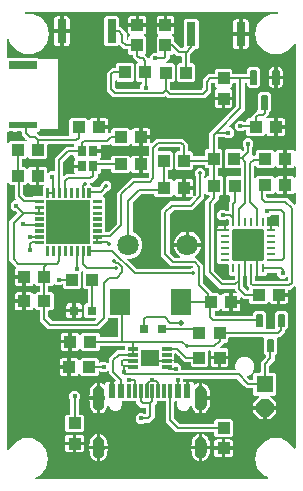
<source format=gtl>
G04 EAGLE Gerber RS-274X export*
G75*
%MOMM*%
%FSLAX34Y34*%
%LPD*%
%INTop Copper*%
%IPPOS*%
%AMOC8*
5,1,8,0,0,1.08239X$1,22.5*%
G01*
%ADD10R,1.100000X1.000000*%
%ADD11R,1.000000X1.100000*%
%ADD12R,1.800000X2.200000*%
%ADD13C,1.108000*%
%ADD14R,0.600000X1.150000*%
%ADD15R,0.300000X1.150000*%
%ADD16R,1.440000X1.440000*%
%ADD17P,1.558642X8X22.500000*%
%ADD18C,0.152500*%
%ADD19C,1.800000*%
%ADD20R,0.800000X2.000000*%
%ADD21R,2.400000X0.600000*%
%ADD22R,2.400000X0.635000*%
%ADD23C,0.067500*%
%ADD24R,3.700000X3.700000*%
%ADD25R,0.790000X0.260000*%
%ADD26R,0.260000X0.790000*%
%ADD27C,0.018900*%
%ADD28R,1.625000X1.425000*%
%ADD29C,0.155000*%
%ADD30R,0.775000X0.875000*%
%ADD31R,0.800000X0.800000*%
%ADD32C,0.402400*%
%ADD33C,0.352400*%
%ADD34C,0.203200*%
%ADD35C,0.152400*%
%ADD36C,0.502400*%

G36*
X223003Y2601D02*
X223003Y2601D01*
X223078Y2613D01*
X223154Y2616D01*
X223198Y2633D01*
X223246Y2641D01*
X223313Y2676D01*
X223384Y2703D01*
X223421Y2734D01*
X223463Y2756D01*
X223515Y2811D01*
X223574Y2859D01*
X223599Y2900D01*
X223632Y2934D01*
X223664Y3003D01*
X223704Y3068D01*
X223716Y3114D01*
X223736Y3158D01*
X223744Y3233D01*
X223762Y3307D01*
X223757Y3355D01*
X223763Y3402D01*
X223746Y3476D01*
X223740Y3552D01*
X223720Y3596D01*
X223710Y3642D01*
X223671Y3707D01*
X223641Y3777D01*
X223608Y3813D01*
X223584Y3853D01*
X223526Y3903D01*
X223475Y3959D01*
X223420Y3993D01*
X223397Y4013D01*
X223373Y4023D01*
X223333Y4048D01*
X219184Y6046D01*
X214287Y12186D01*
X212539Y19844D01*
X214287Y27501D01*
X219184Y33642D01*
X226260Y37049D01*
X234115Y37049D01*
X241191Y33642D01*
X245290Y28502D01*
X245374Y28426D01*
X245457Y28347D01*
X245466Y28343D01*
X245472Y28337D01*
X245577Y28291D01*
X245680Y28243D01*
X245689Y28242D01*
X245698Y28238D01*
X245812Y28228D01*
X245924Y28216D01*
X245934Y28218D01*
X245943Y28217D01*
X246054Y28244D01*
X246165Y28268D01*
X246173Y28273D01*
X246182Y28275D01*
X246278Y28336D01*
X246376Y28394D01*
X246382Y28401D01*
X246390Y28406D01*
X246462Y28494D01*
X246536Y28581D01*
X246539Y28590D01*
X246545Y28597D01*
X246585Y28704D01*
X246628Y28809D01*
X246629Y28820D01*
X246632Y28827D01*
X246633Y28851D01*
X246646Y28976D01*
X246687Y165207D01*
X246676Y165277D01*
X246674Y165349D01*
X246656Y165398D01*
X246647Y165449D01*
X246614Y165513D01*
X246589Y165580D01*
X246557Y165621D01*
X246532Y165667D01*
X246480Y165716D01*
X246436Y165772D01*
X246392Y165800D01*
X246354Y165836D01*
X246289Y165866D01*
X246229Y165905D01*
X246178Y165918D01*
X246131Y165940D01*
X246060Y165948D01*
X245990Y165965D01*
X245938Y165961D01*
X245887Y165967D01*
X245816Y165952D01*
X245745Y165946D01*
X245697Y165926D01*
X245646Y165915D01*
X245585Y165878D01*
X245519Y165850D01*
X245463Y165805D01*
X245435Y165789D01*
X245420Y165771D01*
X245388Y165745D01*
X242773Y163131D01*
X241139Y163131D01*
X241120Y163128D01*
X241100Y163130D01*
X240999Y163108D01*
X240897Y163091D01*
X240879Y163082D01*
X240860Y163077D01*
X240771Y163024D01*
X240679Y162976D01*
X240666Y162962D01*
X240649Y162951D01*
X240581Y162873D01*
X240510Y162798D01*
X240502Y162780D01*
X240489Y162764D01*
X240450Y162668D01*
X240406Y162575D01*
X240404Y162555D01*
X240397Y162536D01*
X240378Y162370D01*
X240378Y160273D01*
X233100Y160273D01*
X233080Y160270D01*
X233060Y160272D01*
X232959Y160250D01*
X232857Y160233D01*
X232839Y160224D01*
X232820Y160220D01*
X232731Y160167D01*
X232639Y160118D01*
X232626Y160104D01*
X232609Y160094D01*
X232541Y160015D01*
X232470Y159940D01*
X232462Y159922D01*
X232449Y159907D01*
X232410Y159811D01*
X232366Y159717D01*
X232364Y159697D01*
X232357Y159679D01*
X232338Y159512D01*
X232338Y158749D01*
X231576Y158749D01*
X231556Y158746D01*
X231536Y158748D01*
X231435Y158726D01*
X231333Y158709D01*
X231315Y158700D01*
X231296Y158696D01*
X231207Y158643D01*
X231115Y158594D01*
X231102Y158580D01*
X231085Y158570D01*
X231017Y158491D01*
X230946Y158416D01*
X230938Y158398D01*
X230925Y158383D01*
X230886Y158287D01*
X230842Y158193D01*
X230840Y158173D01*
X230833Y158155D01*
X230814Y157988D01*
X230814Y151209D01*
X226503Y151209D01*
X225857Y151382D01*
X225277Y151717D01*
X224804Y152190D01*
X224593Y152557D01*
X224517Y152649D01*
X224443Y152742D01*
X224440Y152744D01*
X224437Y152747D01*
X224336Y152811D01*
X224236Y152875D01*
X224232Y152876D01*
X224229Y152878D01*
X224112Y152906D01*
X223998Y152935D01*
X223993Y152934D01*
X223989Y152935D01*
X223870Y152925D01*
X223752Y152916D01*
X223749Y152914D01*
X223744Y152914D01*
X223635Y152866D01*
X223526Y152819D01*
X223522Y152816D01*
X223519Y152815D01*
X223509Y152805D01*
X223395Y152714D01*
X221890Y151209D01*
X208785Y151209D01*
X207297Y152698D01*
X207297Y154432D01*
X207294Y154452D01*
X207296Y154471D01*
X207274Y154573D01*
X207257Y154675D01*
X207248Y154692D01*
X207243Y154712D01*
X207190Y154801D01*
X207142Y154892D01*
X207128Y154906D01*
X207117Y154923D01*
X207039Y154990D01*
X206964Y155062D01*
X206946Y155070D01*
X206930Y155083D01*
X206834Y155122D01*
X206741Y155165D01*
X206721Y155167D01*
X206702Y155175D01*
X206536Y155193D01*
X202520Y155193D01*
X201197Y156517D01*
X201138Y156559D01*
X201086Y156608D01*
X201039Y156630D01*
X200997Y156661D01*
X200928Y156682D01*
X200863Y156712D01*
X200811Y156718D01*
X200762Y156733D01*
X200690Y156731D01*
X200619Y156739D01*
X200568Y156728D01*
X200516Y156727D01*
X200448Y156702D01*
X200378Y156687D01*
X200334Y156660D01*
X200285Y156642D01*
X200229Y156597D01*
X200167Y156561D01*
X200133Y156521D01*
X200093Y156489D01*
X200054Y156428D01*
X200007Y156374D01*
X199988Y156326D01*
X199960Y156282D01*
X199942Y156212D01*
X199915Y156146D01*
X199908Y156074D01*
X199900Y156043D01*
X199902Y156020D01*
X199897Y155979D01*
X199897Y153923D01*
X193379Y153923D01*
X193379Y159941D01*
X195935Y159941D01*
X196006Y159952D01*
X196078Y159954D01*
X196127Y159972D01*
X196178Y159980D01*
X196241Y160014D01*
X196309Y160039D01*
X196349Y160071D01*
X196395Y160096D01*
X196445Y160148D01*
X196501Y160192D01*
X196529Y160236D01*
X196565Y160274D01*
X196595Y160339D01*
X196634Y160399D01*
X196646Y160450D01*
X196668Y160497D01*
X196676Y160568D01*
X196694Y160638D01*
X196690Y160690D01*
X196695Y160741D01*
X196680Y160812D01*
X196675Y160883D01*
X196654Y160931D01*
X196643Y160982D01*
X196606Y161043D01*
X196578Y161109D01*
X196534Y161165D01*
X196517Y161193D01*
X196499Y161208D01*
X196474Y161240D01*
X195318Y162395D01*
X195318Y163163D01*
X195315Y163183D01*
X195317Y163203D01*
X195295Y163304D01*
X195279Y163406D01*
X195269Y163424D01*
X195265Y163443D01*
X195212Y163532D01*
X195163Y163623D01*
X195149Y163637D01*
X195139Y163654D01*
X195060Y163722D01*
X194985Y163793D01*
X194967Y163801D01*
X194952Y163814D01*
X194856Y163853D01*
X194762Y163896D01*
X194742Y163899D01*
X194724Y163906D01*
X194557Y163925D01*
X182677Y163925D01*
X170275Y176327D01*
X170275Y238011D01*
X172581Y240317D01*
X173749Y241485D01*
X173790Y241543D01*
X173840Y241595D01*
X173862Y241642D01*
X173892Y241684D01*
X173913Y241753D01*
X173943Y241818D01*
X173949Y241870D01*
X173964Y241920D01*
X173963Y241991D01*
X173970Y242062D01*
X173959Y242113D01*
X173958Y242165D01*
X173933Y242233D01*
X173918Y242303D01*
X173891Y242348D01*
X173874Y242396D01*
X173829Y242452D01*
X173792Y242514D01*
X173752Y242548D01*
X173720Y242588D01*
X173660Y242627D01*
X173605Y242674D01*
X173557Y242693D01*
X173513Y242721D01*
X173443Y242739D01*
X173377Y242766D01*
X173306Y242774D01*
X173274Y242782D01*
X173251Y242780D01*
X173210Y242784D01*
X171979Y242784D01*
X170750Y244013D01*
X170692Y244055D01*
X170640Y244104D01*
X170593Y244126D01*
X170550Y244157D01*
X170482Y244178D01*
X170417Y244208D01*
X170365Y244214D01*
X170315Y244229D01*
X170243Y244227D01*
X170172Y244235D01*
X170121Y244224D01*
X170069Y244223D01*
X170002Y244198D01*
X169932Y244183D01*
X169887Y244156D01*
X169838Y244138D01*
X169782Y244093D01*
X169721Y244057D01*
X169687Y244017D01*
X169646Y243984D01*
X169608Y243924D01*
X169561Y243870D01*
X169541Y243821D01*
X169513Y243778D01*
X169496Y243708D01*
X169469Y243642D01*
X169461Y243570D01*
X169453Y243539D01*
X169455Y243516D01*
X169450Y243475D01*
X169450Y240620D01*
X159430Y230600D01*
X143870Y230600D01*
X143780Y230585D01*
X143689Y230578D01*
X143659Y230565D01*
X143627Y230560D01*
X143546Y230517D01*
X143463Y230481D01*
X143430Y230456D01*
X143410Y230445D01*
X143388Y230421D01*
X143332Y230377D01*
X140305Y227350D01*
X140252Y227276D01*
X140192Y227206D01*
X140180Y227176D01*
X140161Y227150D01*
X140134Y227063D01*
X140100Y226978D01*
X140096Y226937D01*
X140089Y226915D01*
X140090Y226883D01*
X140082Y226811D01*
X140082Y194670D01*
X140096Y194580D01*
X140104Y194489D01*
X140116Y194459D01*
X140121Y194427D01*
X140164Y194346D01*
X140200Y194263D01*
X140226Y194230D01*
X140237Y194210D01*
X140260Y194188D01*
X140305Y194132D01*
X144125Y190311D01*
X144199Y190258D01*
X144269Y190198D01*
X144299Y190186D01*
X144325Y190167D01*
X144412Y190141D01*
X144497Y190106D01*
X144538Y190102D01*
X144560Y190095D01*
X144592Y190096D01*
X144664Y190088D01*
X147968Y190088D01*
X147975Y190089D01*
X147983Y190088D01*
X148097Y190109D01*
X148210Y190128D01*
X148217Y190131D01*
X148225Y190133D01*
X148326Y190189D01*
X148428Y190243D01*
X148433Y190249D01*
X148440Y190252D01*
X148518Y190338D01*
X148597Y190421D01*
X148600Y190428D01*
X148606Y190434D01*
X148652Y190540D01*
X148701Y190644D01*
X148702Y190652D01*
X148705Y190659D01*
X148715Y190774D01*
X148728Y190889D01*
X148726Y190896D01*
X148727Y190904D01*
X148700Y191017D01*
X148675Y191129D01*
X148671Y191136D01*
X148670Y191144D01*
X148608Y191241D01*
X148549Y191340D01*
X148543Y191345D01*
X148539Y191352D01*
X148415Y191465D01*
X147657Y192016D01*
X146372Y193300D01*
X145304Y194770D01*
X144480Y196389D01*
X143918Y198116D01*
X143732Y199296D01*
X154413Y199296D01*
X154433Y199299D01*
X154452Y199297D01*
X154554Y199319D01*
X154656Y199335D01*
X154673Y199345D01*
X154693Y199349D01*
X154782Y199402D01*
X154873Y199450D01*
X154887Y199465D01*
X154904Y199475D01*
X154971Y199554D01*
X155042Y199629D01*
X155051Y199647D01*
X155064Y199662D01*
X155102Y199758D01*
X155146Y199852D01*
X155148Y199872D01*
X155156Y199890D01*
X155174Y200057D01*
X155174Y200820D01*
X155176Y200820D01*
X155176Y200057D01*
X155179Y200037D01*
X155177Y200017D01*
X155199Y199916D01*
X155216Y199814D01*
X155225Y199796D01*
X155229Y199777D01*
X155282Y199688D01*
X155331Y199597D01*
X155345Y199583D01*
X155355Y199566D01*
X155434Y199498D01*
X155509Y199427D01*
X155527Y199419D01*
X155542Y199406D01*
X155638Y199367D01*
X155732Y199324D01*
X155752Y199321D01*
X155770Y199314D01*
X155937Y199296D01*
X166618Y199296D01*
X166432Y198116D01*
X165870Y196389D01*
X165046Y194770D01*
X163978Y193300D01*
X162693Y192016D01*
X161935Y191465D01*
X161929Y191459D01*
X161922Y191456D01*
X161843Y191373D01*
X161762Y191290D01*
X161758Y191283D01*
X161753Y191277D01*
X161705Y191173D01*
X161654Y191069D01*
X161653Y191061D01*
X161649Y191054D01*
X161637Y190940D01*
X161622Y190826D01*
X161623Y190818D01*
X161622Y190810D01*
X161647Y190697D01*
X161669Y190584D01*
X161673Y190577D01*
X161675Y190569D01*
X161734Y190471D01*
X161791Y190370D01*
X161797Y190365D01*
X161801Y190358D01*
X161888Y190283D01*
X161974Y190207D01*
X161982Y190204D01*
X161988Y190198D01*
X162095Y190155D01*
X162200Y190110D01*
X162208Y190109D01*
X162216Y190106D01*
X162382Y190088D01*
X162605Y190088D01*
X168657Y184036D01*
X168657Y168476D01*
X168671Y168386D01*
X168679Y168295D01*
X168691Y168265D01*
X168696Y168233D01*
X168739Y168153D01*
X168775Y168069D01*
X168801Y168037D01*
X168812Y168016D01*
X168835Y167994D01*
X168880Y167938D01*
X175800Y161017D01*
X175800Y160702D01*
X175804Y160682D01*
X175802Y160663D01*
X175824Y160561D01*
X175840Y160459D01*
X175850Y160442D01*
X175854Y160422D01*
X175907Y160333D01*
X175955Y160242D01*
X175970Y160228D01*
X175980Y160211D01*
X176059Y160144D01*
X176134Y160072D01*
X176152Y160064D01*
X176167Y160051D01*
X176263Y160012D01*
X176357Y159969D01*
X176376Y159967D01*
X176395Y159959D01*
X176562Y159941D01*
X181409Y159941D01*
X182914Y158436D01*
X183010Y158367D01*
X183106Y158296D01*
X183110Y158294D01*
X183114Y158292D01*
X183226Y158257D01*
X183340Y158221D01*
X183345Y158221D01*
X183349Y158220D01*
X183467Y158223D01*
X183586Y158225D01*
X183590Y158226D01*
X183595Y158226D01*
X183706Y158267D01*
X183818Y158306D01*
X183822Y158309D01*
X183826Y158310D01*
X183919Y158385D01*
X184012Y158458D01*
X184015Y158462D01*
X184018Y158464D01*
X184025Y158476D01*
X184111Y158593D01*
X184323Y158960D01*
X184796Y159433D01*
X185376Y159768D01*
X186022Y159941D01*
X190333Y159941D01*
X190333Y153162D01*
X190336Y153142D01*
X190334Y153123D01*
X190356Y153021D01*
X190373Y152919D01*
X190382Y152902D01*
X190386Y152882D01*
X190440Y152793D01*
X190488Y152702D01*
X190502Y152688D01*
X190513Y152671D01*
X190591Y152604D01*
X190666Y152533D01*
X190684Y152524D01*
X190699Y152511D01*
X190796Y152472D01*
X190889Y152429D01*
X190909Y152427D01*
X190928Y152419D01*
X191094Y152401D01*
X191857Y152401D01*
X191857Y152399D01*
X191094Y152399D01*
X191075Y152396D01*
X191055Y152398D01*
X190954Y152376D01*
X190852Y152359D01*
X190834Y152350D01*
X190814Y152346D01*
X190725Y152293D01*
X190634Y152244D01*
X190620Y152230D01*
X190603Y152220D01*
X190536Y152141D01*
X190465Y152066D01*
X190456Y152048D01*
X190443Y152033D01*
X190405Y151937D01*
X190361Y151843D01*
X190359Y151823D01*
X190352Y151805D01*
X190333Y151638D01*
X190333Y144859D01*
X186022Y144859D01*
X185376Y145032D01*
X184796Y145367D01*
X184323Y145840D01*
X184111Y146207D01*
X184036Y146299D01*
X183962Y146392D01*
X183958Y146394D01*
X183956Y146397D01*
X183854Y146461D01*
X183755Y146525D01*
X183751Y146526D01*
X183747Y146528D01*
X183631Y146556D01*
X183516Y146585D01*
X183512Y146584D01*
X183508Y146585D01*
X183389Y146575D01*
X183271Y146566D01*
X183267Y146564D01*
X183263Y146564D01*
X183154Y146516D01*
X183045Y146469D01*
X183041Y146466D01*
X183038Y146465D01*
X183028Y146455D01*
X182914Y146364D01*
X181409Y144859D01*
X178943Y144859D01*
X178923Y144856D01*
X178904Y144858D01*
X178802Y144836D01*
X178700Y144820D01*
X178683Y144810D01*
X178663Y144806D01*
X178574Y144753D01*
X178483Y144704D01*
X178469Y144690D01*
X178452Y144680D01*
X178385Y144601D01*
X178313Y144526D01*
X178305Y144508D01*
X178292Y144493D01*
X178253Y144397D01*
X178210Y144303D01*
X178208Y144283D01*
X178200Y144265D01*
X178182Y144098D01*
X178182Y141542D01*
X178185Y141522D01*
X178183Y141502D01*
X178205Y141401D01*
X178221Y141299D01*
X178231Y141281D01*
X178235Y141262D01*
X178288Y141173D01*
X178337Y141082D01*
X178351Y141068D01*
X178361Y141051D01*
X178440Y140983D01*
X178515Y140912D01*
X178533Y140904D01*
X178548Y140891D01*
X178644Y140852D01*
X178738Y140809D01*
X178758Y140806D01*
X178776Y140799D01*
X178943Y140780D01*
X209923Y140780D01*
X209943Y140784D01*
X209962Y140782D01*
X210064Y140804D01*
X210166Y140820D01*
X210183Y140830D01*
X210203Y140834D01*
X210292Y140887D01*
X210383Y140935D01*
X210397Y140950D01*
X210414Y140960D01*
X210481Y141039D01*
X210553Y141114D01*
X210561Y141132D01*
X210574Y141147D01*
X210612Y141243D01*
X210656Y141337D01*
X210658Y141356D01*
X210666Y141375D01*
X210684Y141542D01*
X210684Y143280D01*
X212619Y145214D01*
X219931Y145214D01*
X221866Y143280D01*
X221866Y131168D01*
X221760Y131063D01*
X221718Y131004D01*
X221669Y130952D01*
X221647Y130905D01*
X221617Y130863D01*
X221596Y130794D01*
X221565Y130729D01*
X221560Y130678D01*
X221544Y130628D01*
X221546Y130556D01*
X221538Y130485D01*
X221549Y130434D01*
X221551Y130382D01*
X221575Y130315D01*
X221591Y130244D01*
X221617Y130200D01*
X221635Y130151D01*
X221680Y130095D01*
X221717Y130033D01*
X221756Y129999D01*
X221789Y129959D01*
X221849Y129920D01*
X221904Y129873D01*
X221952Y129854D01*
X221996Y129826D01*
X222065Y129808D01*
X222132Y129781D01*
X222203Y129774D01*
X222234Y129766D01*
X222258Y129768D01*
X222299Y129763D01*
X228551Y129763D01*
X228622Y129775D01*
X228694Y129776D01*
X228743Y129794D01*
X228794Y129803D01*
X228858Y129836D01*
X228925Y129861D01*
X228966Y129893D01*
X229012Y129918D01*
X229061Y129970D01*
X229117Y130015D01*
X229145Y130058D01*
X229181Y130096D01*
X229211Y130161D01*
X229250Y130222D01*
X229263Y130272D01*
X229285Y130319D01*
X229293Y130391D01*
X229310Y130460D01*
X229306Y130512D01*
X229312Y130564D01*
X229296Y130634D01*
X229291Y130705D01*
X229271Y130753D01*
X229259Y130804D01*
X229223Y130866D01*
X229195Y130932D01*
X229150Y130988D01*
X229133Y131015D01*
X229115Y131030D01*
X229090Y131063D01*
X228984Y131168D01*
X228984Y143280D01*
X230919Y145214D01*
X238231Y145214D01*
X240166Y143280D01*
X240166Y131168D01*
X238355Y129357D01*
X238308Y129292D01*
X238294Y129277D01*
X238291Y129270D01*
X238242Y129214D01*
X238230Y129183D01*
X238211Y129157D01*
X238184Y129070D01*
X238150Y128985D01*
X238146Y128944D01*
X238139Y128922D01*
X238140Y128890D01*
X238132Y128819D01*
X238132Y127533D01*
X235825Y125227D01*
X235555Y124956D01*
X233248Y122650D01*
X231777Y122650D01*
X231757Y122646D01*
X231738Y122648D01*
X231636Y122626D01*
X231534Y122610D01*
X231517Y122600D01*
X231497Y122596D01*
X231408Y122543D01*
X231317Y122495D01*
X231303Y122480D01*
X231286Y122470D01*
X231219Y122391D01*
X231147Y122316D01*
X231139Y122298D01*
X231126Y122283D01*
X231087Y122187D01*
X231044Y122093D01*
X231042Y122074D01*
X231034Y122055D01*
X231016Y121888D01*
X231016Y109768D01*
X229205Y107957D01*
X229152Y107883D01*
X229092Y107814D01*
X229080Y107783D01*
X229061Y107757D01*
X229034Y107670D01*
X229000Y107585D01*
X228996Y107544D01*
X228989Y107522D01*
X228990Y107490D01*
X228982Y107419D01*
X228982Y103302D01*
X224442Y98762D01*
X224389Y98688D01*
X224330Y98619D01*
X224317Y98589D01*
X224299Y98562D01*
X224272Y98476D01*
X224238Y98391D01*
X224233Y98350D01*
X224226Y98327D01*
X224227Y98295D01*
X224219Y98224D01*
X224219Y93527D01*
X224222Y93507D01*
X224220Y93488D01*
X224242Y93386D01*
X224259Y93284D01*
X224268Y93267D01*
X224273Y93247D01*
X224326Y93158D01*
X224374Y93067D01*
X224388Y93053D01*
X224399Y93036D01*
X224477Y92969D01*
X224552Y92897D01*
X224570Y92889D01*
X224586Y92876D01*
X224682Y92837D01*
X224775Y92794D01*
X224795Y92792D01*
X224814Y92784D01*
X224980Y92766D01*
X228915Y92766D01*
X230403Y91277D01*
X230403Y74773D01*
X228915Y73284D01*
X226016Y73284D01*
X225946Y73273D01*
X225874Y73271D01*
X225825Y73253D01*
X225774Y73245D01*
X225710Y73211D01*
X225643Y73186D01*
X225602Y73154D01*
X225556Y73129D01*
X225507Y73077D01*
X225451Y73033D01*
X225423Y72989D01*
X225387Y72951D01*
X225357Y72886D01*
X225318Y72826D01*
X225305Y72775D01*
X225283Y72728D01*
X225275Y72657D01*
X225258Y72587D01*
X225262Y72535D01*
X225256Y72484D01*
X225272Y72413D01*
X225277Y72342D01*
X225297Y72294D01*
X225309Y72243D01*
X225345Y72182D01*
X225373Y72116D01*
X225418Y72060D01*
X225435Y72032D01*
X225440Y72027D01*
X225441Y72026D01*
X225455Y72014D01*
X225478Y71985D01*
X230403Y67060D01*
X230403Y64548D01*
X221425Y64548D01*
X221405Y64545D01*
X221385Y64547D01*
X221284Y64525D01*
X221182Y64508D01*
X221164Y64499D01*
X221145Y64495D01*
X221056Y64442D01*
X220965Y64393D01*
X220951Y64379D01*
X220934Y64369D01*
X220866Y64290D01*
X220795Y64215D01*
X220787Y64197D01*
X220774Y64182D01*
X220735Y64086D01*
X220692Y63992D01*
X220689Y63972D01*
X220682Y63954D01*
X220663Y63787D01*
X220663Y63024D01*
X220662Y63024D01*
X220662Y63787D01*
X220658Y63807D01*
X220661Y63826D01*
X220639Y63928D01*
X220622Y64030D01*
X220613Y64047D01*
X220608Y64067D01*
X220555Y64156D01*
X220507Y64247D01*
X220492Y64261D01*
X220482Y64278D01*
X220403Y64345D01*
X220328Y64416D01*
X220310Y64425D01*
X220295Y64438D01*
X220199Y64477D01*
X220105Y64520D01*
X220086Y64522D01*
X220067Y64530D01*
X219900Y64548D01*
X210922Y64548D01*
X210922Y67060D01*
X215847Y71985D01*
X215889Y72043D01*
X215938Y72095D01*
X215960Y72142D01*
X215990Y72184D01*
X216011Y72253D01*
X216042Y72318D01*
X216047Y72370D01*
X216063Y72420D01*
X216061Y72491D01*
X216069Y72562D01*
X216058Y72613D01*
X216056Y72665D01*
X216032Y72733D01*
X216016Y72803D01*
X215990Y72848D01*
X215972Y72896D01*
X215927Y72952D01*
X215890Y73014D01*
X215851Y73048D01*
X215818Y73088D01*
X215758Y73127D01*
X215703Y73174D01*
X215655Y73193D01*
X215611Y73221D01*
X215542Y73239D01*
X215475Y73266D01*
X215404Y73274D01*
X215373Y73282D01*
X215349Y73280D01*
X215309Y73284D01*
X212410Y73284D01*
X210922Y74773D01*
X210922Y78707D01*
X210919Y78727D01*
X210921Y78746D01*
X210899Y78848D01*
X210882Y78950D01*
X210873Y78967D01*
X210868Y78987D01*
X210815Y79076D01*
X210767Y79167D01*
X210753Y79181D01*
X210742Y79198D01*
X210664Y79265D01*
X210589Y79337D01*
X210571Y79345D01*
X210555Y79358D01*
X210459Y79397D01*
X210366Y79440D01*
X210346Y79442D01*
X210327Y79450D01*
X210161Y79468D01*
X205220Y79468D01*
X202914Y81775D01*
X197187Y87502D01*
X197113Y87555D01*
X197044Y87614D01*
X197014Y87626D01*
X196987Y87645D01*
X196901Y87672D01*
X196816Y87706D01*
X196775Y87711D01*
X196752Y87717D01*
X196720Y87717D01*
X196649Y87725D01*
X152158Y87725D01*
X152138Y87721D01*
X152118Y87723D01*
X152017Y87701D01*
X151915Y87685D01*
X151897Y87675D01*
X151878Y87671D01*
X151789Y87618D01*
X151698Y87570D01*
X151684Y87555D01*
X151667Y87545D01*
X151599Y87466D01*
X151528Y87391D01*
X151520Y87373D01*
X151507Y87358D01*
X151468Y87262D01*
X151425Y87168D01*
X151422Y87149D01*
X151415Y87130D01*
X151396Y86963D01*
X151396Y85971D01*
X151400Y85951D01*
X151398Y85931D01*
X151420Y85830D01*
X151436Y85728D01*
X151446Y85710D01*
X151450Y85691D01*
X151503Y85602D01*
X151551Y85511D01*
X151566Y85497D01*
X151576Y85480D01*
X151655Y85412D01*
X151730Y85341D01*
X151748Y85333D01*
X151763Y85320D01*
X151859Y85281D01*
X151953Y85238D01*
X151972Y85235D01*
X151991Y85228D01*
X152158Y85209D01*
X153532Y85209D01*
X153532Y77657D01*
X153535Y77637D01*
X153533Y77617D01*
X153555Y77516D01*
X153572Y77414D01*
X153581Y77397D01*
X153585Y77377D01*
X153638Y77288D01*
X153687Y77197D01*
X153701Y77183D01*
X153711Y77166D01*
X153790Y77099D01*
X153865Y77027D01*
X153883Y77019D01*
X153898Y77006D01*
X153995Y76967D01*
X154088Y76924D01*
X154108Y76922D01*
X154126Y76914D01*
X154293Y76896D01*
X155769Y76896D01*
X155789Y76899D01*
X155809Y76897D01*
X155910Y76919D01*
X156012Y76935D01*
X156030Y76945D01*
X156049Y76949D01*
X156138Y77002D01*
X156229Y77051D01*
X156243Y77065D01*
X156260Y77075D01*
X156328Y77154D01*
X156399Y77229D01*
X156407Y77247D01*
X156420Y77262D01*
X156459Y77358D01*
X156502Y77452D01*
X156505Y77472D01*
X156512Y77490D01*
X156531Y77657D01*
X156531Y85209D01*
X158366Y85209D01*
X159012Y85036D01*
X159591Y84702D01*
X160064Y84229D01*
X160399Y83649D01*
X160521Y83193D01*
X160530Y83173D01*
X160533Y83153D01*
X160580Y83062D01*
X160622Y82968D01*
X160637Y82953D01*
X160646Y82934D01*
X160720Y82863D01*
X160790Y82788D01*
X160808Y82778D01*
X160823Y82764D01*
X160916Y82720D01*
X161006Y82671D01*
X161027Y82667D01*
X161046Y82658D01*
X161147Y82646D01*
X161248Y82628D01*
X161269Y82632D01*
X161290Y82629D01*
X161390Y82650D01*
X161491Y82665D01*
X161510Y82675D01*
X161531Y82679D01*
X161679Y82757D01*
X162636Y83396D01*
X164017Y83968D01*
X164732Y84110D01*
X164732Y81460D01*
X164046Y81220D01*
X164041Y81213D01*
X164036Y81215D01*
X163088Y80620D01*
X163085Y80612D01*
X163079Y80613D01*
X162287Y79821D01*
X162286Y79813D01*
X162280Y79812D01*
X161685Y78864D01*
X161685Y78858D01*
X161681Y78855D01*
X161682Y78855D01*
X161680Y78854D01*
X161310Y77798D01*
X161313Y77790D01*
X161308Y77787D01*
X161182Y76674D01*
X161184Y76671D01*
X161182Y76669D01*
X161182Y65669D01*
X161185Y65665D01*
X161182Y65663D01*
X161308Y64551D01*
X161313Y64545D01*
X161310Y64540D01*
X161680Y63483D01*
X161687Y63479D01*
X161685Y63473D01*
X162280Y62525D01*
X162288Y62522D01*
X162287Y62517D01*
X163079Y61725D01*
X163087Y61724D01*
X163088Y61718D01*
X164036Y61122D01*
X164044Y61123D01*
X164046Y61117D01*
X164732Y60877D01*
X164732Y58228D01*
X164017Y58370D01*
X162636Y58942D01*
X161392Y59773D01*
X160335Y60830D01*
X159504Y62073D01*
X158932Y63455D01*
X158819Y64023D01*
X158811Y64044D01*
X158809Y64067D01*
X158768Y64159D01*
X158733Y64253D01*
X158718Y64271D01*
X158709Y64292D01*
X158641Y64366D01*
X158578Y64444D01*
X158558Y64456D01*
X158543Y64473D01*
X158455Y64521D01*
X158370Y64575D01*
X158347Y64580D01*
X158327Y64592D01*
X158228Y64609D01*
X158131Y64633D01*
X158108Y64631D01*
X158085Y64635D01*
X157986Y64621D01*
X157886Y64612D01*
X157864Y64603D01*
X157842Y64599D01*
X157752Y64554D01*
X157660Y64514D01*
X157643Y64498D01*
X157622Y64488D01*
X157552Y64416D01*
X157478Y64349D01*
X157466Y64329D01*
X157450Y64312D01*
X157369Y64165D01*
X156840Y62889D01*
X155211Y61260D01*
X153083Y60378D01*
X150779Y60378D01*
X148651Y61260D01*
X147022Y62889D01*
X146141Y65017D01*
X146141Y67321D01*
X146246Y67575D01*
X146257Y67620D01*
X146276Y67662D01*
X146284Y67739D01*
X146302Y67815D01*
X146298Y67861D01*
X146303Y67906D01*
X146286Y67982D01*
X146279Y68060D01*
X146260Y68102D01*
X146251Y68147D01*
X146211Y68213D01*
X146179Y68285D01*
X146148Y68318D01*
X146125Y68358D01*
X146065Y68408D01*
X146013Y68466D01*
X145973Y68488D01*
X145938Y68518D01*
X145865Y68547D01*
X145797Y68584D01*
X145752Y68592D01*
X145709Y68610D01*
X145574Y68625D01*
X145555Y68628D01*
X145550Y68627D01*
X145543Y68628D01*
X144849Y68628D01*
X144830Y68625D01*
X144810Y68627D01*
X144709Y68605D01*
X144606Y68588D01*
X144589Y68579D01*
X144569Y68575D01*
X144480Y68522D01*
X144389Y68473D01*
X144375Y68459D01*
X144358Y68449D01*
X144291Y68370D01*
X144220Y68295D01*
X144211Y68277D01*
X144198Y68262D01*
X144160Y68165D01*
X144116Y68072D01*
X144114Y68052D01*
X144106Y68033D01*
X144088Y67867D01*
X144088Y54139D01*
X144103Y54048D01*
X144110Y53958D01*
X144122Y53928D01*
X144128Y53896D01*
X144170Y53815D01*
X144206Y53731D01*
X144232Y53699D01*
X144243Y53678D01*
X144266Y53656D01*
X144311Y53600D01*
X148325Y49586D01*
X148399Y49533D01*
X148469Y49473D01*
X148499Y49461D01*
X148525Y49442D01*
X148612Y49416D01*
X148697Y49381D01*
X148738Y49377D01*
X148760Y49370D01*
X148792Y49371D01*
X148864Y49363D01*
X176936Y49363D01*
X176955Y49366D01*
X176975Y49364D01*
X177076Y49386D01*
X177178Y49403D01*
X177196Y49412D01*
X177215Y49416D01*
X177304Y49469D01*
X177396Y49518D01*
X177409Y49532D01*
X177426Y49542D01*
X177494Y49621D01*
X177565Y49696D01*
X177573Y49714D01*
X177586Y49729D01*
X177625Y49826D01*
X177669Y49919D01*
X177671Y49939D01*
X177678Y49958D01*
X177697Y50124D01*
X177697Y51859D01*
X179185Y53347D01*
X192290Y53347D01*
X193778Y51859D01*
X193778Y39754D01*
X192290Y38266D01*
X179185Y38266D01*
X177697Y39754D01*
X177697Y41488D01*
X177694Y41508D01*
X177696Y41528D01*
X177674Y41629D01*
X177657Y41731D01*
X177648Y41749D01*
X177643Y41768D01*
X177590Y41857D01*
X177542Y41948D01*
X177528Y41962D01*
X177517Y41979D01*
X177439Y42047D01*
X177364Y42118D01*
X177346Y42126D01*
X177330Y42139D01*
X177234Y42178D01*
X177141Y42221D01*
X177121Y42224D01*
X177102Y42231D01*
X176936Y42250D01*
X168222Y42250D01*
X168174Y42242D01*
X168125Y42243D01*
X168053Y42222D01*
X167980Y42210D01*
X167936Y42187D01*
X167889Y42173D01*
X167828Y42130D01*
X167762Y42095D01*
X167729Y42059D01*
X167688Y42031D01*
X167644Y41971D01*
X167593Y41916D01*
X167576Y41948D01*
X167561Y41962D01*
X167551Y41979D01*
X167472Y42047D01*
X167397Y42118D01*
X167379Y42126D01*
X167364Y42139D01*
X167268Y42178D01*
X167174Y42221D01*
X167155Y42224D01*
X167136Y42231D01*
X166969Y42250D01*
X165493Y42250D01*
X165474Y42246D01*
X165454Y42248D01*
X165352Y42226D01*
X165250Y42210D01*
X165233Y42200D01*
X165213Y42196D01*
X165124Y42143D01*
X165033Y42095D01*
X165019Y42080D01*
X165002Y42070D01*
X164935Y41991D01*
X164865Y41917D01*
X164847Y41937D01*
X164822Y41979D01*
X164765Y42028D01*
X164715Y42083D01*
X164672Y42107D01*
X164635Y42139D01*
X164566Y42167D01*
X164500Y42204D01*
X164452Y42213D01*
X164407Y42231D01*
X164282Y42245D01*
X164259Y42249D01*
X164249Y42248D01*
X164240Y42250D01*
X145602Y42250D01*
X136975Y50877D01*
X136975Y67867D01*
X136971Y67886D01*
X136973Y67906D01*
X136951Y68007D01*
X136935Y68110D01*
X136925Y68127D01*
X136921Y68147D01*
X136868Y68236D01*
X136820Y68327D01*
X136805Y68341D01*
X136795Y68358D01*
X136716Y68425D01*
X136641Y68496D01*
X136623Y68505D01*
X136608Y68518D01*
X136512Y68556D01*
X136418Y68600D01*
X136399Y68602D01*
X136380Y68610D01*
X136213Y68628D01*
X129849Y68628D01*
X129830Y68625D01*
X129810Y68627D01*
X129709Y68605D01*
X129606Y68588D01*
X129589Y68579D01*
X129569Y68575D01*
X129480Y68522D01*
X129389Y68473D01*
X129375Y68459D01*
X129358Y68449D01*
X129291Y68370D01*
X129220Y68295D01*
X129211Y68277D01*
X129198Y68262D01*
X129160Y68165D01*
X129116Y68072D01*
X129114Y68052D01*
X129106Y68033D01*
X129088Y67867D01*
X129088Y66908D01*
X127605Y65425D01*
X127560Y65363D01*
X127531Y65332D01*
X127526Y65321D01*
X127492Y65281D01*
X127480Y65251D01*
X127461Y65225D01*
X127434Y65138D01*
X127400Y65053D01*
X127396Y65012D01*
X127389Y64990D01*
X127390Y64958D01*
X127382Y64886D01*
X127382Y54883D01*
X122917Y50418D01*
X119085Y50418D01*
X118995Y50404D01*
X118904Y50396D01*
X118874Y50384D01*
X118842Y50379D01*
X118761Y50336D01*
X118677Y50300D01*
X118645Y50274D01*
X118625Y50263D01*
X118602Y50240D01*
X118546Y50195D01*
X117773Y49422D01*
X114002Y49422D01*
X111335Y52089D01*
X111335Y55861D01*
X114002Y58528D01*
X117773Y58528D01*
X118546Y57755D01*
X118620Y57702D01*
X118690Y57642D01*
X118720Y57630D01*
X118746Y57611D01*
X118833Y57584D01*
X118918Y57550D01*
X118959Y57546D01*
X118981Y57539D01*
X119013Y57540D01*
X119085Y57532D01*
X119507Y57532D01*
X119527Y57535D01*
X119546Y57533D01*
X119648Y57555D01*
X119750Y57571D01*
X119767Y57581D01*
X119787Y57585D01*
X119876Y57638D01*
X119967Y57687D01*
X119981Y57701D01*
X119998Y57711D01*
X120065Y57790D01*
X120137Y57865D01*
X120145Y57883D01*
X120158Y57898D01*
X120197Y57994D01*
X120240Y58088D01*
X120242Y58108D01*
X120250Y58126D01*
X120268Y58293D01*
X120268Y62357D01*
X120265Y62377D01*
X120267Y62396D01*
X120245Y62498D01*
X120229Y62600D01*
X120219Y62617D01*
X120215Y62637D01*
X120162Y62726D01*
X120113Y62817D01*
X120099Y62831D01*
X120089Y62848D01*
X120010Y62915D01*
X119935Y62987D01*
X119917Y62995D01*
X119902Y63008D01*
X119806Y63047D01*
X119712Y63090D01*
X119692Y63092D01*
X119674Y63100D01*
X119507Y63118D01*
X116002Y63118D01*
X114281Y64839D01*
X111975Y67145D01*
X111975Y67867D01*
X111971Y67886D01*
X111973Y67906D01*
X111951Y68007D01*
X111935Y68110D01*
X111925Y68127D01*
X111921Y68147D01*
X111868Y68236D01*
X111820Y68327D01*
X111805Y68341D01*
X111795Y68358D01*
X111716Y68425D01*
X111641Y68496D01*
X111623Y68505D01*
X111608Y68518D01*
X111512Y68556D01*
X111418Y68600D01*
X111399Y68602D01*
X111380Y68610D01*
X111213Y68628D01*
X100520Y68628D01*
X100474Y68621D01*
X100429Y68623D01*
X100354Y68601D01*
X100277Y68588D01*
X100236Y68567D01*
X100192Y68554D01*
X100128Y68510D01*
X100060Y68473D01*
X100028Y68440D01*
X99990Y68414D01*
X99944Y68351D01*
X99890Y68295D01*
X99871Y68253D01*
X99844Y68216D01*
X99819Y68142D01*
X99787Y68072D01*
X99782Y68026D01*
X99767Y67983D01*
X99768Y67905D01*
X99760Y67827D01*
X99769Y67782D01*
X99770Y67737D01*
X99808Y67605D01*
X99812Y67587D01*
X99814Y67583D01*
X99816Y67575D01*
X99922Y67321D01*
X99922Y65017D01*
X99040Y62889D01*
X97411Y61260D01*
X95283Y60378D01*
X92979Y60378D01*
X90851Y61260D01*
X89222Y62889D01*
X88693Y64165D01*
X88681Y64185D01*
X88674Y64207D01*
X88617Y64289D01*
X88564Y64375D01*
X88546Y64389D01*
X88533Y64408D01*
X88452Y64467D01*
X88374Y64531D01*
X88353Y64540D01*
X88334Y64553D01*
X88238Y64583D01*
X88144Y64620D01*
X88121Y64620D01*
X88100Y64627D01*
X87999Y64626D01*
X87899Y64630D01*
X87877Y64623D01*
X87854Y64623D01*
X87759Y64589D01*
X87663Y64561D01*
X87644Y64548D01*
X87622Y64541D01*
X87543Y64479D01*
X87460Y64421D01*
X87447Y64403D01*
X87429Y64388D01*
X87374Y64304D01*
X87314Y64224D01*
X87307Y64202D01*
X87294Y64183D01*
X87243Y64023D01*
X87130Y63455D01*
X86558Y62073D01*
X85727Y60830D01*
X84982Y60085D01*
X84670Y59773D01*
X83427Y58942D01*
X82045Y58370D01*
X81331Y58228D01*
X81331Y60877D01*
X82017Y61117D01*
X82021Y61124D01*
X82027Y61122D01*
X82975Y61718D01*
X82978Y61726D01*
X82984Y61725D01*
X83775Y62517D01*
X83776Y62525D01*
X83782Y62525D01*
X84378Y63473D01*
X84377Y63481D01*
X84383Y63483D01*
X84752Y64540D01*
X84751Y64544D01*
X84754Y64546D01*
X84752Y64549D01*
X84755Y64551D01*
X84880Y65663D01*
X84878Y65667D01*
X84881Y65669D01*
X84881Y76669D01*
X84878Y76672D01*
X84880Y76674D01*
X84755Y77787D01*
X84749Y77793D01*
X84752Y77798D01*
X84383Y78854D01*
X84376Y78859D01*
X84378Y78864D01*
X83782Y79812D01*
X83774Y79815D01*
X83775Y79821D01*
X82984Y80613D01*
X82975Y80614D01*
X82975Y80620D01*
X82027Y81215D01*
X82019Y81215D01*
X82017Y81220D01*
X81331Y81460D01*
X81331Y84110D01*
X82045Y83968D01*
X82885Y83620D01*
X82886Y83620D01*
X83427Y83396D01*
X84284Y82823D01*
X84383Y82757D01*
X84402Y82748D01*
X84418Y82734D01*
X84514Y82697D01*
X84607Y82655D01*
X84628Y82653D01*
X84647Y82645D01*
X84750Y82640D01*
X84852Y82630D01*
X84872Y82634D01*
X84893Y82633D01*
X84991Y82661D01*
X85091Y82684D01*
X85109Y82695D01*
X85130Y82701D01*
X85214Y82758D01*
X85302Y82812D01*
X85315Y82828D01*
X85332Y82840D01*
X85394Y82921D01*
X85460Y83000D01*
X85468Y83020D01*
X85480Y83036D01*
X85541Y83193D01*
X85664Y83649D01*
X85998Y84229D01*
X86471Y84702D01*
X87051Y85036D01*
X87697Y85209D01*
X89532Y85209D01*
X89532Y77657D01*
X89535Y77637D01*
X89533Y77617D01*
X89555Y77516D01*
X89572Y77414D01*
X89581Y77397D01*
X89585Y77377D01*
X89638Y77288D01*
X89687Y77197D01*
X89701Y77183D01*
X89711Y77166D01*
X89790Y77099D01*
X89865Y77027D01*
X89883Y77019D01*
X89898Y77006D01*
X89995Y76967D01*
X90088Y76924D01*
X90108Y76922D01*
X90126Y76914D01*
X90293Y76896D01*
X91769Y76896D01*
X91789Y76899D01*
X91809Y76897D01*
X91910Y76919D01*
X92012Y76935D01*
X92030Y76945D01*
X92049Y76949D01*
X92138Y77002D01*
X92229Y77051D01*
X92243Y77065D01*
X92260Y77075D01*
X92328Y77154D01*
X92399Y77229D01*
X92407Y77247D01*
X92420Y77262D01*
X92459Y77358D01*
X92502Y77452D01*
X92505Y77472D01*
X92512Y77490D01*
X92531Y77657D01*
X92531Y85209D01*
X93660Y85209D01*
X93731Y85221D01*
X93803Y85223D01*
X93852Y85241D01*
X93903Y85249D01*
X93966Y85283D01*
X94034Y85307D01*
X94074Y85340D01*
X94120Y85364D01*
X94170Y85416D01*
X94226Y85461D01*
X94254Y85505D01*
X94290Y85543D01*
X94320Y85608D01*
X94359Y85668D01*
X94371Y85719D01*
X94393Y85766D01*
X94401Y85837D01*
X94419Y85906D01*
X94415Y85958D01*
X94420Y86010D01*
X94405Y86080D01*
X94400Y86152D01*
X94379Y86200D01*
X94368Y86251D01*
X94331Y86312D01*
X94303Y86378D01*
X94259Y86434D01*
X94242Y86462D01*
X94224Y86477D01*
X94199Y86509D01*
X88518Y92189D01*
X88518Y93736D01*
X88507Y93806D01*
X88505Y93878D01*
X88487Y93927D01*
X88479Y93978D01*
X88445Y94042D01*
X88420Y94109D01*
X88388Y94150D01*
X88363Y94196D01*
X88311Y94245D01*
X88267Y94301D01*
X88223Y94329D01*
X88185Y94365D01*
X88120Y94395D01*
X88060Y94434D01*
X88009Y94447D01*
X87962Y94469D01*
X87891Y94477D01*
X87821Y94494D01*
X87769Y94490D01*
X87718Y94496D01*
X87647Y94481D01*
X87576Y94475D01*
X87528Y94455D01*
X87477Y94444D01*
X87416Y94407D01*
X87350Y94379D01*
X87294Y94334D01*
X87266Y94317D01*
X87251Y94300D01*
X87219Y94274D01*
X86023Y93079D01*
X82252Y93079D01*
X81479Y93852D01*
X81405Y93905D01*
X81335Y93964D01*
X81305Y93976D01*
X81279Y93995D01*
X81192Y94022D01*
X81107Y94056D01*
X81066Y94061D01*
X81044Y94067D01*
X81012Y94067D01*
X80940Y94075D01*
X80802Y94075D01*
X80782Y94071D01*
X80763Y94073D01*
X80661Y94051D01*
X80559Y94035D01*
X80542Y94025D01*
X80522Y94021D01*
X80433Y93968D01*
X80342Y93920D01*
X80328Y93905D01*
X80311Y93895D01*
X80244Y93816D01*
X80172Y93741D01*
X80164Y93723D01*
X80151Y93708D01*
X80112Y93612D01*
X80069Y93518D01*
X80067Y93499D01*
X80059Y93480D01*
X80041Y93313D01*
X80041Y91579D01*
X78552Y90091D01*
X65448Y90091D01*
X63942Y91596D01*
X63847Y91665D01*
X63750Y91736D01*
X63746Y91737D01*
X63743Y91739D01*
X63630Y91774D01*
X63516Y91810D01*
X63512Y91810D01*
X63508Y91812D01*
X63389Y91809D01*
X63270Y91807D01*
X63266Y91805D01*
X63262Y91805D01*
X63150Y91764D01*
X63038Y91725D01*
X63035Y91722D01*
X63031Y91721D01*
X62937Y91646D01*
X62844Y91573D01*
X62841Y91569D01*
X62839Y91567D01*
X62831Y91555D01*
X62745Y91438D01*
X62533Y91071D01*
X62060Y90598D01*
X61481Y90264D01*
X60834Y90091D01*
X56523Y90091D01*
X56523Y96869D01*
X56520Y96889D01*
X56522Y96909D01*
X56500Y97010D01*
X56483Y97112D01*
X56474Y97129D01*
X56470Y97149D01*
X56417Y97238D01*
X56368Y97329D01*
X56354Y97343D01*
X56344Y97360D01*
X56265Y97427D01*
X56190Y97499D01*
X56172Y97507D01*
X56157Y97520D01*
X56061Y97559D01*
X55967Y97602D01*
X55947Y97604D01*
X55929Y97612D01*
X55762Y97630D01*
X54999Y97630D01*
X54999Y97632D01*
X55762Y97632D01*
X55782Y97635D01*
X55801Y97633D01*
X55903Y97655D01*
X56005Y97672D01*
X56022Y97681D01*
X56042Y97685D01*
X56131Y97739D01*
X56222Y97787D01*
X56236Y97801D01*
X56253Y97812D01*
X56320Y97890D01*
X56391Y97965D01*
X56400Y97983D01*
X56413Y97998D01*
X56452Y98095D01*
X56495Y98188D01*
X56497Y98208D01*
X56505Y98227D01*
X56523Y98393D01*
X56523Y105172D01*
X60834Y105172D01*
X61481Y104999D01*
X62060Y104664D01*
X62533Y104191D01*
X62745Y103824D01*
X62821Y103731D01*
X62894Y103640D01*
X62898Y103637D01*
X62901Y103634D01*
X63002Y103571D01*
X63101Y103507D01*
X63105Y103506D01*
X63109Y103503D01*
X63225Y103475D01*
X63340Y103447D01*
X63344Y103447D01*
X63348Y103446D01*
X63467Y103456D01*
X63585Y103466D01*
X63589Y103467D01*
X63593Y103468D01*
X63703Y103516D01*
X63811Y103562D01*
X63815Y103565D01*
X63818Y103566D01*
X63829Y103576D01*
X63942Y103667D01*
X65448Y105172D01*
X78552Y105172D01*
X80041Y103684D01*
X80041Y101949D01*
X80044Y101930D01*
X80042Y101910D01*
X80064Y101809D01*
X80080Y101706D01*
X80090Y101689D01*
X80094Y101669D01*
X80147Y101580D01*
X80196Y101489D01*
X80210Y101475D01*
X80220Y101458D01*
X80299Y101391D01*
X80374Y101320D01*
X80392Y101311D01*
X80407Y101298D01*
X80503Y101260D01*
X80597Y101216D01*
X80617Y101214D01*
X80635Y101206D01*
X80802Y101188D01*
X80940Y101188D01*
X81030Y101203D01*
X81121Y101210D01*
X81151Y101222D01*
X81183Y101228D01*
X81264Y101270D01*
X81348Y101306D01*
X81380Y101332D01*
X81400Y101343D01*
X81423Y101366D01*
X81479Y101411D01*
X82252Y102184D01*
X86023Y102184D01*
X87219Y100989D01*
X87277Y100947D01*
X87329Y100897D01*
X87376Y100875D01*
X87418Y100845D01*
X87487Y100824D01*
X87552Y100794D01*
X87604Y100788D01*
X87654Y100773D01*
X87725Y100775D01*
X87796Y100767D01*
X87847Y100778D01*
X87899Y100779D01*
X87967Y100804D01*
X88037Y100819D01*
X88082Y100846D01*
X88130Y100863D01*
X88186Y100908D01*
X88248Y100945D01*
X88282Y100985D01*
X88322Y101017D01*
X88361Y101077D01*
X88408Y101132D01*
X88427Y101180D01*
X88455Y101224D01*
X88473Y101294D01*
X88500Y101360D01*
X88508Y101431D01*
X88516Y101463D01*
X88514Y101486D01*
X88518Y101527D01*
X88518Y104661D01*
X95483Y111625D01*
X101179Y111625D01*
X101199Y111629D01*
X101219Y111627D01*
X101320Y111649D01*
X101422Y111665D01*
X101440Y111675D01*
X101459Y111679D01*
X101548Y111732D01*
X101639Y111780D01*
X101653Y111795D01*
X101670Y111805D01*
X101738Y111884D01*
X101809Y111959D01*
X101817Y111977D01*
X101830Y111992D01*
X101869Y112088D01*
X101912Y112182D01*
X101915Y112201D01*
X101922Y112220D01*
X101941Y112387D01*
X101941Y114745D01*
X101937Y114764D01*
X101939Y114784D01*
X101917Y114885D01*
X101901Y114987D01*
X101891Y115005D01*
X101887Y115024D01*
X101834Y115113D01*
X101786Y115205D01*
X101771Y115218D01*
X101761Y115235D01*
X101682Y115303D01*
X101607Y115374D01*
X101589Y115382D01*
X101574Y115395D01*
X101478Y115434D01*
X101384Y115478D01*
X101365Y115480D01*
X101346Y115487D01*
X101179Y115506D01*
X81596Y115506D01*
X81576Y115503D01*
X81556Y115505D01*
X81455Y115483D01*
X81353Y115466D01*
X81335Y115457D01*
X81316Y115452D01*
X81227Y115399D01*
X81136Y115351D01*
X81122Y115337D01*
X81105Y115326D01*
X81037Y115248D01*
X80966Y115173D01*
X80958Y115155D01*
X80945Y115139D01*
X80906Y115043D01*
X80863Y114950D01*
X80860Y114930D01*
X80853Y114911D01*
X80834Y114745D01*
X80834Y113010D01*
X79346Y111522D01*
X66241Y111522D01*
X64736Y113027D01*
X64640Y113096D01*
X64544Y113167D01*
X64540Y113168D01*
X64536Y113170D01*
X64424Y113205D01*
X64310Y113242D01*
X64305Y113242D01*
X64301Y113243D01*
X64183Y113240D01*
X64064Y113238D01*
X64060Y113237D01*
X64055Y113236D01*
X63944Y113196D01*
X63832Y113156D01*
X63828Y113153D01*
X63824Y113152D01*
X63731Y113077D01*
X63638Y113004D01*
X63635Y113000D01*
X63632Y112998D01*
X63625Y112987D01*
X63539Y112869D01*
X63327Y112502D01*
X62854Y112029D01*
X62274Y111695D01*
X61628Y111522D01*
X57317Y111522D01*
X57317Y118300D01*
X57314Y118320D01*
X57316Y118340D01*
X57294Y118441D01*
X57277Y118543D01*
X57268Y118561D01*
X57264Y118580D01*
X57210Y118669D01*
X57162Y118761D01*
X57148Y118774D01*
X57137Y118791D01*
X57059Y118859D01*
X56984Y118930D01*
X56966Y118938D01*
X56951Y118951D01*
X56854Y118990D01*
X56761Y119034D01*
X56741Y119036D01*
X56722Y119043D01*
X56556Y119062D01*
X55793Y119062D01*
X55793Y119063D01*
X56556Y119063D01*
X56575Y119067D01*
X56595Y119064D01*
X56696Y119086D01*
X56798Y119103D01*
X56816Y119112D01*
X56835Y119117D01*
X56925Y119170D01*
X57016Y119218D01*
X57029Y119233D01*
X57047Y119243D01*
X57114Y119322D01*
X57185Y119397D01*
X57194Y119415D01*
X57207Y119430D01*
X57245Y119526D01*
X57289Y119620D01*
X57291Y119639D01*
X57298Y119658D01*
X57317Y119825D01*
X57317Y126603D01*
X61628Y126603D01*
X62274Y126430D01*
X62854Y126096D01*
X63327Y125623D01*
X63539Y125256D01*
X63615Y125162D01*
X63688Y125071D01*
X63692Y125069D01*
X63694Y125065D01*
X63796Y125002D01*
X63895Y124938D01*
X63899Y124937D01*
X63903Y124935D01*
X64019Y124907D01*
X64134Y124878D01*
X64138Y124878D01*
X64142Y124877D01*
X64261Y124888D01*
X64379Y124897D01*
X64383Y124899D01*
X64387Y124899D01*
X64496Y124947D01*
X64605Y124993D01*
X64609Y124996D01*
X64612Y124998D01*
X64622Y125007D01*
X64736Y125098D01*
X66241Y126603D01*
X79346Y126603D01*
X80834Y125115D01*
X80834Y123380D01*
X80838Y123361D01*
X80836Y123341D01*
X80858Y123240D01*
X80874Y123138D01*
X80884Y123120D01*
X80888Y123101D01*
X80941Y123012D01*
X80989Y122920D01*
X81004Y122907D01*
X81014Y122890D01*
X81093Y122822D01*
X81168Y122751D01*
X81186Y122743D01*
X81201Y122730D01*
X81297Y122691D01*
X81391Y122647D01*
X81410Y122645D01*
X81429Y122638D01*
X81596Y122619D01*
X95695Y122619D01*
X95714Y122622D01*
X95734Y122620D01*
X95835Y122642D01*
X95937Y122659D01*
X95955Y122668D01*
X95974Y122673D01*
X96063Y122726D01*
X96155Y122774D01*
X96168Y122788D01*
X96185Y122799D01*
X96253Y122877D01*
X96324Y122952D01*
X96332Y122970D01*
X96345Y122986D01*
X96384Y123082D01*
X96428Y123175D01*
X96430Y123195D01*
X96437Y123214D01*
X96456Y123380D01*
X96456Y138098D01*
X96453Y138118D01*
X96455Y138137D01*
X96433Y138239D01*
X96416Y138341D01*
X96407Y138358D01*
X96402Y138378D01*
X96349Y138467D01*
X96301Y138558D01*
X96287Y138572D01*
X96276Y138589D01*
X96198Y138656D01*
X96123Y138728D01*
X96105Y138736D01*
X96089Y138749D01*
X95993Y138788D01*
X95900Y138831D01*
X95880Y138833D01*
X95861Y138841D01*
X95695Y138859D01*
X88455Y138859D01*
X88436Y138856D01*
X88416Y138858D01*
X88315Y138836D01*
X88213Y138820D01*
X88195Y138810D01*
X88176Y138806D01*
X88087Y138753D01*
X87995Y138704D01*
X87982Y138690D01*
X87965Y138680D01*
X87897Y138601D01*
X87826Y138526D01*
X87818Y138508D01*
X87805Y138493D01*
X87766Y138397D01*
X87722Y138303D01*
X87720Y138283D01*
X87713Y138265D01*
X87694Y138098D01*
X87694Y137433D01*
X80055Y129793D01*
X37420Y129793D01*
X30343Y136870D01*
X30343Y144892D01*
X30340Y144911D01*
X30342Y144931D01*
X30320Y145032D01*
X30304Y145135D01*
X30294Y145152D01*
X30290Y145172D01*
X30237Y145261D01*
X30188Y145352D01*
X30174Y145366D01*
X30164Y145383D01*
X30085Y145450D01*
X30010Y145521D01*
X29992Y145530D01*
X29977Y145543D01*
X29881Y145581D01*
X29787Y145625D01*
X29767Y145627D01*
X29749Y145635D01*
X29582Y145653D01*
X27348Y145653D01*
X25842Y147158D01*
X25747Y147227D01*
X25650Y147298D01*
X25646Y147299D01*
X25643Y147302D01*
X25530Y147336D01*
X25416Y147373D01*
X25412Y147373D01*
X25408Y147374D01*
X25289Y147371D01*
X25170Y147369D01*
X25166Y147368D01*
X25162Y147368D01*
X25050Y147327D01*
X24938Y147287D01*
X24935Y147285D01*
X24931Y147283D01*
X24837Y147208D01*
X24744Y147136D01*
X24741Y147132D01*
X24739Y147130D01*
X24731Y147118D01*
X24645Y147001D01*
X24433Y146634D01*
X23960Y146161D01*
X23381Y145826D01*
X22734Y145653D01*
X18423Y145653D01*
X18423Y152432D01*
X18420Y152451D01*
X18422Y152471D01*
X18400Y152572D01*
X18383Y152674D01*
X18374Y152692D01*
X18370Y152711D01*
X18317Y152800D01*
X18268Y152892D01*
X18254Y152905D01*
X18244Y152923D01*
X18165Y152990D01*
X18090Y153061D01*
X18072Y153070D01*
X18057Y153082D01*
X17961Y153121D01*
X17867Y153165D01*
X17847Y153167D01*
X17829Y153174D01*
X17662Y153193D01*
X16899Y153193D01*
X16899Y153195D01*
X17662Y153195D01*
X17682Y153198D01*
X17701Y153196D01*
X17803Y153218D01*
X17905Y153234D01*
X17922Y153244D01*
X17942Y153248D01*
X18031Y153301D01*
X18122Y153349D01*
X18136Y153364D01*
X18153Y153374D01*
X18220Y153453D01*
X18291Y153528D01*
X18300Y153546D01*
X18313Y153561D01*
X18352Y153657D01*
X18395Y153751D01*
X18397Y153771D01*
X18405Y153789D01*
X18423Y153956D01*
X18423Y160734D01*
X22734Y160734D01*
X23381Y160561D01*
X23960Y160227D01*
X24433Y159754D01*
X24645Y159387D01*
X24721Y159294D01*
X24794Y159202D01*
X24798Y159200D01*
X24801Y159197D01*
X24902Y159133D01*
X25001Y159069D01*
X25005Y159068D01*
X25009Y159066D01*
X25125Y159038D01*
X25240Y159009D01*
X25244Y159009D01*
X25248Y159008D01*
X25367Y159019D01*
X25485Y159028D01*
X25489Y159030D01*
X25493Y159030D01*
X25603Y159078D01*
X25711Y159124D01*
X25715Y159128D01*
X25718Y159129D01*
X25729Y159138D01*
X25842Y159229D01*
X27348Y160734D01*
X29582Y160734D01*
X29602Y160738D01*
X29621Y160736D01*
X29723Y160758D01*
X29825Y160774D01*
X29842Y160784D01*
X29862Y160788D01*
X29951Y160841D01*
X30042Y160889D01*
X30056Y160904D01*
X30073Y160914D01*
X30140Y160993D01*
X30212Y161068D01*
X30220Y161086D01*
X30233Y161101D01*
X30272Y161197D01*
X30315Y161291D01*
X30317Y161310D01*
X30325Y161329D01*
X30343Y161496D01*
X30343Y165529D01*
X30340Y165549D01*
X30342Y165569D01*
X30320Y165670D01*
X30304Y165772D01*
X30294Y165790D01*
X30290Y165809D01*
X30237Y165898D01*
X30188Y165989D01*
X30174Y166003D01*
X30164Y166020D01*
X30085Y166088D01*
X30010Y166159D01*
X29992Y166167D01*
X29977Y166180D01*
X29881Y166219D01*
X29787Y166262D01*
X29767Y166265D01*
X29749Y166272D01*
X29582Y166291D01*
X27348Y166291D01*
X25842Y167796D01*
X25747Y167865D01*
X25650Y167936D01*
X25646Y167937D01*
X25643Y167939D01*
X25530Y167974D01*
X25416Y168010D01*
X25412Y168010D01*
X25408Y168012D01*
X25289Y168009D01*
X25170Y168007D01*
X25166Y168005D01*
X25162Y168005D01*
X25050Y167964D01*
X24938Y167925D01*
X24935Y167922D01*
X24931Y167921D01*
X24837Y167846D01*
X24744Y167773D01*
X24741Y167769D01*
X24739Y167767D01*
X24731Y167755D01*
X24645Y167638D01*
X24433Y167271D01*
X23960Y166798D01*
X23381Y166464D01*
X22734Y166291D01*
X18423Y166291D01*
X18423Y173069D01*
X18420Y173089D01*
X18422Y173109D01*
X18400Y173210D01*
X18383Y173312D01*
X18374Y173329D01*
X18370Y173349D01*
X18317Y173438D01*
X18268Y173529D01*
X18254Y173543D01*
X18244Y173560D01*
X18165Y173627D01*
X18090Y173699D01*
X18072Y173707D01*
X18057Y173720D01*
X17961Y173759D01*
X17867Y173802D01*
X17847Y173804D01*
X17829Y173812D01*
X17662Y173830D01*
X16899Y173830D01*
X16899Y174593D01*
X16896Y174613D01*
X16898Y174633D01*
X16876Y174734D01*
X16859Y174836D01*
X16850Y174853D01*
X16846Y174873D01*
X16793Y174962D01*
X16744Y175053D01*
X16730Y175067D01*
X16720Y175084D01*
X16641Y175151D01*
X16566Y175223D01*
X16548Y175231D01*
X16533Y175244D01*
X16437Y175283D01*
X16343Y175326D01*
X16323Y175328D01*
X16305Y175336D01*
X16138Y175354D01*
X8859Y175354D01*
X8859Y179166D01*
X9032Y179812D01*
X9367Y180391D01*
X9860Y180884D01*
X9871Y180900D01*
X9887Y180913D01*
X9943Y181000D01*
X10003Y181084D01*
X10009Y181103D01*
X10020Y181119D01*
X10045Y181220D01*
X10075Y181319D01*
X10075Y181339D01*
X10080Y181358D01*
X10072Y181461D01*
X10069Y181565D01*
X10062Y181583D01*
X10061Y181603D01*
X10020Y181698D01*
X9985Y181796D01*
X9972Y181811D01*
X9964Y181830D01*
X9860Y181960D01*
X4381Y187439D01*
X4381Y221342D01*
X6687Y223648D01*
X10704Y227665D01*
X10715Y227681D01*
X10731Y227693D01*
X10787Y227781D01*
X10847Y227865D01*
X10853Y227884D01*
X10864Y227900D01*
X10889Y228001D01*
X10920Y228100D01*
X10919Y228120D01*
X10924Y228139D01*
X10916Y228242D01*
X10913Y228346D01*
X10906Y228364D01*
X10905Y228384D01*
X10864Y228479D01*
X10829Y228577D01*
X10816Y228592D01*
X10808Y228610D01*
X10704Y228741D01*
X10064Y229381D01*
X9991Y229434D01*
X9921Y229493D01*
X9891Y229505D01*
X9865Y229524D01*
X9778Y229551D01*
X9693Y229585D01*
X9652Y229590D01*
X9630Y229596D01*
X9597Y229596D01*
X9526Y229604D01*
X8433Y229604D01*
X5766Y232270D01*
X5766Y236042D01*
X8433Y238709D01*
X9217Y238709D01*
X9288Y238721D01*
X9359Y238722D01*
X9408Y238740D01*
X9460Y238749D01*
X9523Y238782D01*
X9590Y238807D01*
X9631Y238839D01*
X9677Y238864D01*
X9726Y238916D01*
X9782Y238961D01*
X9811Y239004D01*
X9846Y239042D01*
X9877Y239107D01*
X9915Y239168D01*
X9928Y239218D01*
X9950Y239265D01*
X9958Y239336D01*
X9976Y239406D01*
X9971Y239458D01*
X9977Y239510D01*
X9962Y239580D01*
X9956Y239651D01*
X9936Y239699D01*
X9925Y239750D01*
X9888Y239812D01*
X9860Y239878D01*
X9815Y239934D01*
X9799Y239961D01*
X9781Y239976D01*
X9755Y240009D01*
X9143Y240620D01*
X9143Y251254D01*
X9140Y251274D01*
X9142Y251294D01*
X9120Y251395D01*
X9104Y251497D01*
X9094Y251515D01*
X9090Y251534D01*
X9037Y251623D01*
X8988Y251714D01*
X8974Y251728D01*
X8964Y251745D01*
X8885Y251813D01*
X8810Y251884D01*
X8792Y251892D01*
X8777Y251905D01*
X8681Y251944D01*
X8587Y251987D01*
X8567Y251990D01*
X8549Y251997D01*
X8382Y252016D01*
X4791Y252016D01*
X3840Y252967D01*
X3782Y253008D01*
X3730Y253058D01*
X3683Y253080D01*
X3641Y253110D01*
X3572Y253131D01*
X3507Y253161D01*
X3455Y253167D01*
X3405Y253183D01*
X3334Y253181D01*
X3263Y253189D01*
X3212Y253177D01*
X3160Y253176D01*
X3092Y253152D01*
X3022Y253136D01*
X2977Y253110D01*
X2929Y253092D01*
X2873Y253047D01*
X2811Y253010D01*
X2777Y252971D01*
X2737Y252938D01*
X2698Y252878D01*
X2651Y252823D01*
X2632Y252775D01*
X2604Y252731D01*
X2586Y252662D01*
X2559Y252595D01*
X2551Y252524D01*
X2543Y252493D01*
X2545Y252469D01*
X2541Y252428D01*
X2541Y27918D01*
X2559Y27805D01*
X2575Y27692D01*
X2579Y27684D01*
X2580Y27675D01*
X2634Y27575D01*
X2685Y27472D01*
X2691Y27466D01*
X2696Y27458D01*
X2778Y27379D01*
X2859Y27299D01*
X2867Y27295D01*
X2874Y27288D01*
X2978Y27240D01*
X3079Y27190D01*
X3089Y27189D01*
X3097Y27185D01*
X3210Y27172D01*
X3323Y27157D01*
X3332Y27159D01*
X3341Y27158D01*
X3453Y27182D01*
X3565Y27203D01*
X3573Y27208D01*
X3582Y27210D01*
X3679Y27268D01*
X3779Y27324D01*
X3787Y27332D01*
X3793Y27336D01*
X3808Y27354D01*
X3897Y27443D01*
X8840Y33642D01*
X15917Y37049D01*
X23771Y37049D01*
X30847Y33642D01*
X35744Y27501D01*
X37492Y19844D01*
X35744Y12186D01*
X30847Y6046D01*
X26451Y3929D01*
X26388Y3885D01*
X26321Y3849D01*
X26288Y3815D01*
X26249Y3788D01*
X26204Y3726D01*
X26151Y3671D01*
X26131Y3628D01*
X26103Y3590D01*
X26080Y3517D01*
X26048Y3447D01*
X26043Y3400D01*
X26028Y3355D01*
X26029Y3279D01*
X26021Y3203D01*
X26031Y3157D01*
X26032Y3109D01*
X26057Y3037D01*
X26073Y2963D01*
X26098Y2922D01*
X26113Y2877D01*
X26160Y2817D01*
X26200Y2752D01*
X26236Y2721D01*
X26265Y2684D01*
X26329Y2641D01*
X26387Y2592D01*
X26430Y2574D01*
X26470Y2548D01*
X26544Y2529D01*
X26615Y2500D01*
X26678Y2493D01*
X26708Y2485D01*
X26734Y2487D01*
X26782Y2482D01*
X223003Y2601D01*
G37*
G36*
X194001Y171053D02*
X194001Y171053D01*
X194092Y171060D01*
X194122Y171073D01*
X194154Y171078D01*
X194235Y171120D01*
X194319Y171156D01*
X194351Y171182D01*
X194372Y171193D01*
X194394Y171216D01*
X194450Y171261D01*
X195095Y171906D01*
X195149Y171981D01*
X195208Y172050D01*
X195220Y172080D01*
X195239Y172106D01*
X195266Y172193D01*
X195300Y172278D01*
X195304Y172319D01*
X195311Y172341D01*
X195310Y172374D01*
X195318Y172445D01*
X195318Y173867D01*
X195315Y173886D01*
X195317Y173906D01*
X195295Y174007D01*
X195279Y174110D01*
X195269Y174127D01*
X195265Y174147D01*
X195212Y174236D01*
X195163Y174327D01*
X195149Y174341D01*
X195139Y174358D01*
X195060Y174425D01*
X194985Y174496D01*
X194967Y174505D01*
X194952Y174518D01*
X194856Y174556D01*
X194762Y174600D01*
X194742Y174602D01*
X194724Y174610D01*
X194557Y174628D01*
X191523Y174628D01*
X190034Y176116D01*
X190034Y183717D01*
X190031Y183736D01*
X190033Y183756D01*
X190011Y183857D01*
X189995Y183960D01*
X189985Y183977D01*
X189981Y183997D01*
X189928Y184086D01*
X189879Y184177D01*
X189865Y184191D01*
X189855Y184208D01*
X189776Y184275D01*
X189701Y184346D01*
X189683Y184355D01*
X189668Y184368D01*
X189572Y184406D01*
X189478Y184450D01*
X189458Y184452D01*
X189440Y184460D01*
X189273Y184478D01*
X181673Y184478D01*
X180184Y185966D01*
X180184Y210699D01*
X180198Y210729D01*
X180231Y210774D01*
X180251Y210839D01*
X180280Y210900D01*
X180287Y210956D01*
X180304Y211009D01*
X180302Y211077D01*
X180310Y211144D01*
X180298Y211222D01*
X180297Y211255D01*
X180290Y211275D01*
X180285Y211310D01*
X180184Y211684D01*
X180184Y212557D01*
X186675Y212557D01*
X186694Y212561D01*
X186714Y212558D01*
X186815Y212580D01*
X186917Y212597D01*
X186935Y212606D01*
X186954Y212611D01*
X187044Y212664D01*
X187135Y212712D01*
X187148Y212727D01*
X187166Y212737D01*
X187233Y212816D01*
X187257Y212841D01*
X187305Y212891D01*
X187313Y212909D01*
X187326Y212924D01*
X187365Y213020D01*
X187408Y213114D01*
X187410Y213134D01*
X187418Y213152D01*
X187436Y213319D01*
X187436Y217159D01*
X189273Y217159D01*
X189293Y217163D01*
X189312Y217161D01*
X189414Y217183D01*
X189516Y217199D01*
X189533Y217209D01*
X189553Y217213D01*
X189642Y217266D01*
X189733Y217314D01*
X189747Y217329D01*
X189764Y217339D01*
X189831Y217418D01*
X189903Y217493D01*
X189911Y217511D01*
X189924Y217526D01*
X189963Y217622D01*
X190006Y217716D01*
X190008Y217735D01*
X190016Y217754D01*
X190034Y217921D01*
X190034Y221901D01*
X190031Y221920D01*
X190033Y221940D01*
X190011Y222041D01*
X189995Y222144D01*
X189985Y222161D01*
X189981Y222181D01*
X189928Y222270D01*
X189879Y222361D01*
X189865Y222375D01*
X189855Y222392D01*
X189776Y222459D01*
X189701Y222530D01*
X189683Y222539D01*
X189668Y222552D01*
X189572Y222590D01*
X189478Y222634D01*
X189458Y222636D01*
X189440Y222644D01*
X189273Y222662D01*
X188141Y222662D01*
X188051Y222647D01*
X187960Y222640D01*
X187930Y222628D01*
X187898Y222622D01*
X187817Y222580D01*
X187734Y222544D01*
X187701Y222518D01*
X187681Y222507D01*
X187659Y222484D01*
X187603Y222439D01*
X186830Y221666D01*
X183058Y221666D01*
X180391Y224333D01*
X180391Y228105D01*
X183058Y230771D01*
X186830Y230771D01*
X187603Y229998D01*
X187677Y229945D01*
X187746Y229886D01*
X187776Y229874D01*
X187802Y229855D01*
X187889Y229828D01*
X187974Y229794D01*
X188015Y229789D01*
X188037Y229783D01*
X188070Y229783D01*
X188141Y229775D01*
X189357Y229775D01*
X189377Y229779D01*
X189396Y229777D01*
X189498Y229799D01*
X189600Y229815D01*
X189617Y229825D01*
X189637Y229829D01*
X189726Y229882D01*
X189817Y229930D01*
X189831Y229945D01*
X189848Y229955D01*
X189915Y230034D01*
X189987Y230109D01*
X189995Y230127D01*
X190008Y230142D01*
X190047Y230238D01*
X190090Y230332D01*
X190092Y230351D01*
X190100Y230370D01*
X190118Y230537D01*
X190118Y237217D01*
X191252Y238350D01*
X191305Y238424D01*
X191364Y238494D01*
X191376Y238524D01*
X191395Y238550D01*
X191422Y238637D01*
X191456Y238722D01*
X191461Y238763D01*
X191467Y238785D01*
X191467Y238817D01*
X191475Y238889D01*
X191475Y242023D01*
X191471Y242043D01*
X191473Y242062D01*
X191451Y242164D01*
X191435Y242266D01*
X191425Y242283D01*
X191421Y242303D01*
X191368Y242392D01*
X191320Y242483D01*
X191305Y242497D01*
X191295Y242514D01*
X191216Y242581D01*
X191141Y242653D01*
X191123Y242661D01*
X191108Y242674D01*
X191012Y242713D01*
X190918Y242756D01*
X190899Y242758D01*
X190880Y242766D01*
X190713Y242784D01*
X188979Y242784D01*
X187491Y244273D01*
X187491Y257377D01*
X188979Y258866D01*
X199676Y258866D01*
X199695Y258869D01*
X199715Y258867D01*
X199816Y258889D01*
X199919Y258905D01*
X199936Y258915D01*
X199956Y258919D01*
X200045Y258972D01*
X200136Y259021D01*
X200150Y259035D01*
X200167Y259045D01*
X200234Y259124D01*
X200305Y259199D01*
X200314Y259217D01*
X200327Y259232D01*
X200365Y259328D01*
X200409Y259422D01*
X200411Y259442D01*
X200419Y259460D01*
X200437Y259627D01*
X200437Y265042D01*
X200434Y265061D01*
X200436Y265081D01*
X200414Y265182D01*
X200397Y265285D01*
X200388Y265302D01*
X200384Y265322D01*
X200331Y265411D01*
X200282Y265502D01*
X200268Y265516D01*
X200258Y265533D01*
X200179Y265600D01*
X200104Y265671D01*
X200086Y265680D01*
X200071Y265693D01*
X199974Y265731D01*
X199881Y265775D01*
X199861Y265777D01*
X199842Y265785D01*
X199676Y265803D01*
X188185Y265803D01*
X186697Y267291D01*
X186697Y280396D01*
X188185Y281884D01*
X200290Y281884D01*
X201519Y280656D01*
X201577Y280614D01*
X201629Y280564D01*
X201676Y280542D01*
X201718Y280512D01*
X201787Y280491D01*
X201852Y280461D01*
X201904Y280455D01*
X201954Y280440D01*
X202025Y280442D01*
X202096Y280434D01*
X202147Y280445D01*
X202199Y280446D01*
X202267Y280471D01*
X202337Y280486D01*
X202382Y280513D01*
X202430Y280531D01*
X202486Y280575D01*
X202548Y280612D01*
X202582Y280652D01*
X202622Y280684D01*
X202661Y280745D01*
X202708Y280799D01*
X202727Y280847D01*
X202755Y280891D01*
X202773Y280961D01*
X202800Y281027D01*
X202808Y281099D01*
X202816Y281130D01*
X202814Y281153D01*
X202818Y281194D01*
X202818Y283347D01*
X202804Y283437D01*
X202796Y283528D01*
X202784Y283557D01*
X202779Y283589D01*
X202736Y283670D01*
X202700Y283754D01*
X202674Y283786D01*
X202663Y283807D01*
X202640Y283829D01*
X202595Y283885D01*
X201822Y284658D01*
X201822Y288430D01*
X204489Y291096D01*
X208261Y291096D01*
X210928Y288430D01*
X210928Y284658D01*
X210155Y283885D01*
X210107Y283819D01*
X210100Y283811D01*
X210098Y283806D01*
X210042Y283741D01*
X210030Y283711D01*
X210011Y283685D01*
X209984Y283598D01*
X209950Y283513D01*
X209946Y283472D01*
X209939Y283450D01*
X209940Y283418D01*
X209932Y283347D01*
X209932Y277927D01*
X209911Y277906D01*
X209869Y277848D01*
X209820Y277796D01*
X209798Y277749D01*
X209768Y277707D01*
X209747Y277638D01*
X209716Y277573D01*
X209711Y277521D01*
X209695Y277471D01*
X209697Y277400D01*
X209689Y277329D01*
X209700Y277278D01*
X209702Y277226D01*
X209726Y277158D01*
X209742Y277088D01*
X209768Y277043D01*
X209786Y276995D01*
X209831Y276939D01*
X209868Y276877D01*
X209907Y276843D01*
X209940Y276803D01*
X210000Y276764D01*
X210055Y276717D01*
X210103Y276698D01*
X210147Y276670D01*
X210216Y276652D01*
X210283Y276625D01*
X210354Y276617D01*
X210385Y276609D01*
X210409Y276611D01*
X210450Y276607D01*
X212092Y276607D01*
X212111Y276610D01*
X212131Y276608D01*
X212232Y276630D01*
X212335Y276646D01*
X212352Y276656D01*
X212372Y276660D01*
X212461Y276713D01*
X212552Y276762D01*
X212566Y276776D01*
X212583Y276786D01*
X212650Y276865D01*
X212721Y276940D01*
X212730Y276958D01*
X212743Y276973D01*
X212781Y277069D01*
X212825Y277163D01*
X212827Y277183D01*
X212835Y277201D01*
X212853Y277368D01*
X212853Y279896D01*
X214341Y281384D01*
X227446Y281384D01*
X228951Y279879D01*
X229047Y279810D01*
X229144Y279739D01*
X229148Y279738D01*
X229151Y279736D01*
X229263Y279701D01*
X229378Y279665D01*
X229382Y279665D01*
X229386Y279663D01*
X229505Y279666D01*
X229624Y279668D01*
X229628Y279670D01*
X229632Y279670D01*
X229744Y279711D01*
X229856Y279750D01*
X229859Y279753D01*
X229863Y279754D01*
X229957Y279829D01*
X230050Y279902D01*
X230052Y279906D01*
X230055Y279908D01*
X230063Y279920D01*
X230149Y280037D01*
X230361Y280404D01*
X230834Y280877D01*
X231413Y281211D01*
X232059Y281384D01*
X236371Y281384D01*
X236371Y274606D01*
X236374Y274586D01*
X236372Y274566D01*
X236394Y274465D01*
X236410Y274363D01*
X236420Y274346D01*
X236424Y274326D01*
X236477Y274237D01*
X236525Y274146D01*
X236540Y274132D01*
X236550Y274115D01*
X236629Y274048D01*
X236704Y273976D01*
X236722Y273968D01*
X236737Y273955D01*
X236833Y273916D01*
X236927Y273873D01*
X236947Y273871D01*
X236965Y273863D01*
X237132Y273845D01*
X238656Y273845D01*
X238675Y273848D01*
X238695Y273846D01*
X238796Y273868D01*
X238898Y273884D01*
X238916Y273894D01*
X238935Y273898D01*
X239025Y273951D01*
X239116Y273999D01*
X239129Y274014D01*
X239147Y274024D01*
X239214Y274103D01*
X239285Y274178D01*
X239294Y274196D01*
X239307Y274211D01*
X239345Y274307D01*
X239389Y274401D01*
X239391Y274421D01*
X239398Y274439D01*
X239417Y274606D01*
X239417Y281384D01*
X243728Y281384D01*
X244374Y281211D01*
X244954Y280877D01*
X245422Y280409D01*
X245480Y280367D01*
X245532Y280317D01*
X245580Y280295D01*
X245622Y280265D01*
X245690Y280244D01*
X245755Y280214D01*
X245807Y280208D01*
X245857Y280193D01*
X245928Y280195D01*
X246000Y280187D01*
X246051Y280198D01*
X246103Y280199D01*
X246170Y280224D01*
X246240Y280239D01*
X246285Y280266D01*
X246334Y280283D01*
X246390Y280328D01*
X246451Y280365D01*
X246485Y280405D01*
X246526Y280437D01*
X246565Y280497D01*
X246611Y280552D01*
X246631Y280600D01*
X246659Y280644D01*
X246676Y280714D01*
X246703Y280780D01*
X246711Y280851D01*
X246719Y280883D01*
X246717Y280906D01*
X246722Y280947D01*
X246748Y370408D01*
X246730Y370520D01*
X246714Y370633D01*
X246710Y370641D01*
X246709Y370650D01*
X246655Y370751D01*
X246604Y370853D01*
X246598Y370860D01*
X246594Y370868D01*
X246511Y370946D01*
X246430Y371027D01*
X246422Y371031D01*
X246415Y371037D01*
X246312Y371085D01*
X246210Y371136D01*
X246201Y371137D01*
X246192Y371141D01*
X246079Y371153D01*
X245966Y371169D01*
X245957Y371167D01*
X245948Y371168D01*
X245836Y371144D01*
X245724Y371122D01*
X245716Y371118D01*
X245707Y371116D01*
X245610Y371058D01*
X245510Y371001D01*
X245502Y370993D01*
X245496Y370990D01*
X245481Y370972D01*
X245392Y370882D01*
X241191Y365615D01*
X234115Y362207D01*
X226260Y362207D01*
X219184Y365615D01*
X214287Y371755D01*
X212539Y379412D01*
X214287Y387070D01*
X219184Y393210D01*
X226260Y396618D01*
X231343Y396618D01*
X231435Y396633D01*
X231528Y396641D01*
X231555Y396653D01*
X231585Y396658D01*
X231668Y396702D01*
X231753Y396739D01*
X231776Y396759D01*
X231803Y396773D01*
X231867Y396841D01*
X231936Y396903D01*
X231951Y396929D01*
X231972Y396951D01*
X232011Y397036D01*
X232057Y397117D01*
X232063Y397147D01*
X232076Y397174D01*
X232086Y397267D01*
X232104Y397359D01*
X232099Y397389D01*
X232103Y397419D01*
X232083Y397510D01*
X232070Y397603D01*
X232057Y397630D01*
X232051Y397659D01*
X232003Y397739D01*
X231961Y397823D01*
X231940Y397844D01*
X231924Y397870D01*
X231853Y397931D01*
X231788Y397997D01*
X231760Y398011D01*
X231737Y398030D01*
X231651Y398065D01*
X231567Y398107D01*
X231530Y398114D01*
X231509Y398122D01*
X231455Y398128D01*
X231403Y398138D01*
X229351Y398301D01*
X229329Y398299D01*
X229291Y398303D01*
X20000Y398303D01*
X19978Y398299D01*
X19940Y398301D01*
X17877Y398138D01*
X17786Y398116D01*
X17694Y398101D01*
X17668Y398087D01*
X17638Y398080D01*
X17559Y398030D01*
X17477Y397986D01*
X17456Y397964D01*
X17431Y397948D01*
X17372Y397875D01*
X17308Y397807D01*
X17295Y397780D01*
X17276Y397757D01*
X17243Y397669D01*
X17204Y397584D01*
X17201Y397554D01*
X17190Y397526D01*
X17187Y397433D01*
X17177Y397340D01*
X17183Y397311D01*
X17182Y397280D01*
X17209Y397191D01*
X17229Y397100D01*
X17245Y397074D01*
X17253Y397045D01*
X17307Y396969D01*
X17355Y396888D01*
X17378Y396869D01*
X17396Y396844D01*
X17471Y396789D01*
X17542Y396729D01*
X17570Y396717D01*
X17594Y396700D01*
X17684Y396672D01*
X17770Y396637D01*
X17808Y396632D01*
X17829Y396626D01*
X17883Y396624D01*
X17937Y396618D01*
X24565Y396618D01*
X31641Y393210D01*
X36538Y387070D01*
X38286Y379413D01*
X36538Y371755D01*
X31641Y365615D01*
X24565Y362207D01*
X16710Y362207D01*
X9634Y365615D01*
X4737Y371755D01*
X4044Y374791D01*
X4030Y374827D01*
X4023Y374865D01*
X3984Y374940D01*
X3951Y375019D01*
X3926Y375048D01*
X3908Y375082D01*
X3847Y375141D01*
X3791Y375205D01*
X3758Y375225D01*
X3730Y375251D01*
X3653Y375287D01*
X3579Y375331D01*
X3542Y375339D01*
X3507Y375355D01*
X3422Y375364D01*
X3339Y375382D01*
X3301Y375378D01*
X3263Y375382D01*
X3179Y375364D01*
X3094Y375354D01*
X3060Y375338D01*
X3022Y375330D01*
X2949Y375286D01*
X2872Y375250D01*
X2844Y375223D01*
X2811Y375204D01*
X2756Y375139D01*
X2694Y375080D01*
X2676Y375046D01*
X2651Y375017D01*
X2619Y374937D01*
X2580Y374862D01*
X2574Y374824D01*
X2559Y374788D01*
X2541Y374622D01*
X2541Y359696D01*
X2544Y359676D01*
X2542Y359656D01*
X2564Y359555D01*
X2580Y359453D01*
X2590Y359435D01*
X2594Y359416D01*
X2647Y359327D01*
X2696Y359236D01*
X2710Y359222D01*
X2720Y359205D01*
X2799Y359137D01*
X2874Y359066D01*
X2892Y359058D01*
X2907Y359045D01*
X3003Y359006D01*
X3097Y358963D01*
X3117Y358960D01*
X3135Y358953D01*
X3302Y358934D01*
X28927Y358934D01*
X29625Y358237D01*
X29699Y358184D01*
X29769Y358124D01*
X29799Y358112D01*
X29825Y358093D01*
X29912Y358066D01*
X29997Y358032D01*
X30038Y358028D01*
X30060Y358021D01*
X30092Y358022D01*
X30163Y358014D01*
X45276Y358014D01*
X45276Y299211D01*
X31177Y299211D01*
X31157Y299208D01*
X31138Y299210D01*
X31036Y299188D01*
X30934Y299172D01*
X30917Y299162D01*
X30897Y299158D01*
X30808Y299105D01*
X30717Y299056D01*
X30703Y299042D01*
X30686Y299032D01*
X30619Y298953D01*
X30547Y298878D01*
X30539Y298860D01*
X30526Y298845D01*
X30487Y298749D01*
X30444Y298655D01*
X30442Y298635D01*
X30434Y298617D01*
X30416Y298450D01*
X30416Y298366D01*
X28927Y296878D01*
X28204Y296878D01*
X28134Y296866D01*
X28062Y296865D01*
X28013Y296847D01*
X27962Y296838D01*
X27898Y296805D01*
X27831Y296780D01*
X27790Y296748D01*
X27744Y296723D01*
X27695Y296671D01*
X27639Y296626D01*
X27611Y296583D01*
X27575Y296545D01*
X27545Y296480D01*
X27506Y296420D01*
X27493Y296369D01*
X27471Y296322D01*
X27463Y296251D01*
X27446Y296181D01*
X27450Y296129D01*
X27444Y296077D01*
X27459Y296007D01*
X27465Y295936D01*
X27485Y295888D01*
X27496Y295837D01*
X27533Y295775D01*
X27561Y295709D01*
X27606Y295653D01*
X27622Y295626D01*
X27640Y295611D01*
X27666Y295578D01*
X29594Y293650D01*
X29746Y293498D01*
X29820Y293445D01*
X29889Y293386D01*
X29920Y293374D01*
X29946Y293355D01*
X30033Y293328D01*
X30118Y293294D01*
X30159Y293289D01*
X30181Y293283D01*
X30213Y293283D01*
X30284Y293275D01*
X54562Y293275D01*
X54633Y293287D01*
X54705Y293289D01*
X54754Y293307D01*
X54805Y293315D01*
X54868Y293349D01*
X54936Y293373D01*
X54976Y293406D01*
X55022Y293430D01*
X55072Y293482D01*
X55128Y293527D01*
X55156Y293571D01*
X55192Y293609D01*
X55222Y293674D01*
X55261Y293734D01*
X55274Y293784D01*
X55295Y293832D01*
X55303Y293903D01*
X55321Y293973D01*
X55317Y294024D01*
X55323Y294076D01*
X55307Y294146D01*
X55302Y294218D01*
X55281Y294266D01*
X55270Y294317D01*
X55233Y294378D01*
X55205Y294444D01*
X55161Y294500D01*
X55144Y294528D01*
X55141Y294530D01*
X55140Y294531D01*
X55125Y294544D01*
X55101Y294575D01*
X54897Y294779D01*
X54897Y306884D01*
X56385Y308372D01*
X69490Y308372D01*
X70995Y306867D01*
X71091Y306798D01*
X71187Y306727D01*
X71191Y306726D01*
X71195Y306723D01*
X71307Y306689D01*
X71422Y306652D01*
X71426Y306652D01*
X71430Y306651D01*
X71548Y306654D01*
X71668Y306656D01*
X71672Y306657D01*
X71676Y306657D01*
X71788Y306698D01*
X71900Y306738D01*
X71903Y306740D01*
X71907Y306742D01*
X72000Y306817D01*
X72093Y306889D01*
X72096Y306893D01*
X72099Y306895D01*
X72106Y306907D01*
X72193Y307024D01*
X72404Y307391D01*
X72877Y307864D01*
X73457Y308199D01*
X74103Y308372D01*
X78414Y308372D01*
X78414Y301593D01*
X78418Y301574D01*
X78415Y301554D01*
X78437Y301453D01*
X78454Y301351D01*
X78463Y301333D01*
X78468Y301314D01*
X78521Y301225D01*
X78569Y301133D01*
X78584Y301120D01*
X78594Y301102D01*
X78672Y301035D01*
X78747Y300964D01*
X78766Y300955D01*
X78781Y300943D01*
X78877Y300904D01*
X78971Y300860D01*
X78990Y300858D01*
X79009Y300851D01*
X79176Y300832D01*
X79938Y300832D01*
X79938Y300069D01*
X79942Y300050D01*
X79939Y300030D01*
X79961Y299929D01*
X79978Y299827D01*
X79987Y299809D01*
X79992Y299789D01*
X80045Y299700D01*
X80093Y299609D01*
X80108Y299595D01*
X80118Y299578D01*
X80197Y299511D01*
X80272Y299440D01*
X80290Y299431D01*
X80305Y299418D01*
X80401Y299380D01*
X80495Y299336D01*
X80514Y299334D01*
X80533Y299327D01*
X80700Y299308D01*
X87978Y299308D01*
X87978Y296418D01*
X87981Y296398D01*
X87979Y296379D01*
X88001Y296277D01*
X88018Y296175D01*
X88027Y296158D01*
X88031Y296138D01*
X88085Y296049D01*
X88133Y295958D01*
X88147Y295944D01*
X88158Y295927D01*
X88236Y295860D01*
X88311Y295788D01*
X88329Y295780D01*
X88345Y295767D01*
X88441Y295728D01*
X88534Y295685D01*
X88554Y295683D01*
X88573Y295675D01*
X88739Y295657D01*
X89854Y295657D01*
X89874Y295660D01*
X89894Y295658D01*
X89995Y295680D01*
X90097Y295696D01*
X90115Y295706D01*
X90134Y295710D01*
X90223Y295763D01*
X90314Y295812D01*
X90328Y295826D01*
X90345Y295836D01*
X90413Y295915D01*
X90484Y295990D01*
X90492Y296008D01*
X90505Y296023D01*
X90544Y296119D01*
X90587Y296213D01*
X90590Y296233D01*
X90597Y296251D01*
X90616Y296418D01*
X90616Y298152D01*
X92104Y299641D01*
X105209Y299641D01*
X106714Y298136D01*
X106810Y298067D01*
X106906Y297996D01*
X106910Y297994D01*
X106914Y297992D01*
X107026Y297957D01*
X107140Y297921D01*
X107145Y297921D01*
X107149Y297920D01*
X107267Y297923D01*
X107386Y297925D01*
X107390Y297926D01*
X107395Y297926D01*
X107506Y297967D01*
X107618Y298006D01*
X107622Y298009D01*
X107626Y298010D01*
X107719Y298085D01*
X107812Y298158D01*
X107815Y298162D01*
X107818Y298164D01*
X107825Y298176D01*
X107911Y298293D01*
X108123Y298660D01*
X108596Y299133D01*
X109176Y299468D01*
X109822Y299641D01*
X114133Y299641D01*
X114133Y292862D01*
X114136Y292842D01*
X114134Y292823D01*
X114156Y292721D01*
X114173Y292619D01*
X114182Y292602D01*
X114186Y292582D01*
X114240Y292493D01*
X114288Y292402D01*
X114302Y292388D01*
X114313Y292371D01*
X114391Y292304D01*
X114466Y292233D01*
X114484Y292224D01*
X114499Y292211D01*
X114596Y292172D01*
X114689Y292129D01*
X114709Y292127D01*
X114728Y292119D01*
X114894Y292101D01*
X115657Y292101D01*
X115657Y292099D01*
X114894Y292099D01*
X114875Y292096D01*
X114855Y292098D01*
X114754Y292076D01*
X114652Y292059D01*
X114634Y292050D01*
X114614Y292046D01*
X114525Y291993D01*
X114434Y291944D01*
X114420Y291930D01*
X114403Y291920D01*
X114336Y291841D01*
X114265Y291766D01*
X114256Y291748D01*
X114243Y291733D01*
X114205Y291637D01*
X114161Y291543D01*
X114159Y291523D01*
X114152Y291505D01*
X114133Y291338D01*
X114133Y284559D01*
X109822Y284559D01*
X109176Y284732D01*
X108596Y285067D01*
X108123Y285540D01*
X107911Y285907D01*
X107836Y285999D01*
X107762Y286092D01*
X107758Y286094D01*
X107756Y286097D01*
X107654Y286161D01*
X107555Y286225D01*
X107551Y286226D01*
X107547Y286228D01*
X107431Y286256D01*
X107316Y286285D01*
X107312Y286284D01*
X107308Y286285D01*
X107189Y286275D01*
X107071Y286266D01*
X107067Y286264D01*
X107063Y286264D01*
X106954Y286216D01*
X106845Y286169D01*
X106841Y286166D01*
X106838Y286165D01*
X106828Y286155D01*
X106714Y286064D01*
X105209Y284559D01*
X92104Y284559D01*
X90579Y286085D01*
X90562Y286096D01*
X90550Y286112D01*
X90463Y286168D01*
X90379Y286228D01*
X90360Y286234D01*
X90343Y286245D01*
X90243Y286270D01*
X90144Y286300D01*
X90124Y286300D01*
X90105Y286305D01*
X90002Y286297D01*
X89898Y286294D01*
X89879Y286287D01*
X89859Y286286D01*
X89764Y286245D01*
X89667Y286210D01*
X89651Y286197D01*
X89633Y286189D01*
X89502Y286085D01*
X88786Y285368D01*
X82691Y285368D01*
X82671Y285365D01*
X82651Y285367D01*
X82550Y285345D01*
X82448Y285329D01*
X82430Y285319D01*
X82411Y285315D01*
X82322Y285262D01*
X82231Y285213D01*
X82217Y285199D01*
X82200Y285189D01*
X82132Y285110D01*
X82061Y285035D01*
X82053Y285017D01*
X82040Y285002D01*
X82001Y284906D01*
X81958Y284812D01*
X81955Y284792D01*
X81948Y284774D01*
X81929Y284607D01*
X81929Y281737D01*
X76276Y281737D01*
X76256Y281734D01*
X76236Y281736D01*
X76135Y281714D01*
X76033Y281697D01*
X76016Y281688D01*
X75996Y281684D01*
X75907Y281630D01*
X75816Y281582D01*
X75802Y281568D01*
X75785Y281557D01*
X75718Y281479D01*
X75646Y281404D01*
X75638Y281386D01*
X75625Y281371D01*
X75586Y281274D01*
X75543Y281181D01*
X75541Y281161D01*
X75533Y281142D01*
X75515Y280976D01*
X75515Y279452D01*
X75518Y279432D01*
X75516Y279412D01*
X75538Y279311D01*
X75554Y279209D01*
X75564Y279191D01*
X75568Y279172D01*
X75621Y279083D01*
X75669Y278992D01*
X75684Y278978D01*
X75694Y278961D01*
X75773Y278894D01*
X75848Y278822D01*
X75866Y278814D01*
X75881Y278801D01*
X75977Y278762D01*
X76071Y278719D01*
X76091Y278716D01*
X76109Y278709D01*
X76276Y278691D01*
X81929Y278691D01*
X81929Y275504D01*
X81756Y274858D01*
X81395Y274233D01*
X81380Y274192D01*
X81356Y274155D01*
X81337Y274078D01*
X81309Y274003D01*
X81307Y273959D01*
X81296Y273917D01*
X81302Y273837D01*
X81299Y273757D01*
X81312Y273715D01*
X81315Y273671D01*
X81347Y273598D01*
X81369Y273521D01*
X81394Y273485D01*
X81412Y273445D01*
X81503Y273331D01*
X81511Y273320D01*
X81513Y273318D01*
X81516Y273314D01*
X81970Y272861D01*
X82044Y272808D01*
X82113Y272748D01*
X82143Y272736D01*
X82169Y272717D01*
X82257Y272691D01*
X82341Y272656D01*
X82382Y272652D01*
X82405Y272645D01*
X82437Y272646D01*
X82508Y272638D01*
X89854Y272638D01*
X89874Y272641D01*
X89894Y272639D01*
X89995Y272661D01*
X90097Y272678D01*
X90115Y272687D01*
X90134Y272691D01*
X90223Y272744D01*
X90314Y272793D01*
X90328Y272807D01*
X90345Y272817D01*
X90413Y272896D01*
X90484Y272971D01*
X90492Y272989D01*
X90505Y273004D01*
X90544Y273101D01*
X90587Y273194D01*
X90590Y273214D01*
X90597Y273233D01*
X90616Y273399D01*
X90616Y275134D01*
X92104Y276622D01*
X105209Y276622D01*
X106714Y275117D01*
X106810Y275048D01*
X106906Y274977D01*
X106910Y274976D01*
X106914Y274973D01*
X107026Y274939D01*
X107140Y274902D01*
X107145Y274902D01*
X107149Y274901D01*
X107267Y274904D01*
X107386Y274906D01*
X107390Y274907D01*
X107395Y274907D01*
X107506Y274948D01*
X107618Y274988D01*
X107622Y274990D01*
X107626Y274992D01*
X107718Y275066D01*
X107812Y275139D01*
X107815Y275143D01*
X107818Y275145D01*
X107825Y275157D01*
X107911Y275274D01*
X108123Y275641D01*
X108596Y276114D01*
X109176Y276449D01*
X109822Y276622D01*
X114133Y276622D01*
X114133Y269843D01*
X114136Y269824D01*
X114134Y269804D01*
X114156Y269703D01*
X114173Y269601D01*
X114182Y269583D01*
X114186Y269564D01*
X114240Y269475D01*
X114288Y269383D01*
X114302Y269370D01*
X114313Y269352D01*
X114391Y269285D01*
X114466Y269214D01*
X114484Y269205D01*
X114499Y269193D01*
X114596Y269154D01*
X114689Y269110D01*
X114709Y269108D01*
X114728Y269101D01*
X114894Y269082D01*
X116418Y269082D01*
X116438Y269085D01*
X116458Y269083D01*
X116559Y269105D01*
X116661Y269122D01*
X116678Y269131D01*
X116698Y269135D01*
X116787Y269189D01*
X116878Y269237D01*
X116892Y269251D01*
X116909Y269262D01*
X116976Y269340D01*
X117048Y269415D01*
X117056Y269433D01*
X117069Y269448D01*
X117108Y269545D01*
X117151Y269638D01*
X117153Y269658D01*
X117161Y269677D01*
X117179Y269843D01*
X117179Y276622D01*
X121491Y276622D01*
X121691Y276568D01*
X121809Y276556D01*
X121928Y276543D01*
X121932Y276544D01*
X121936Y276544D01*
X122052Y276570D01*
X122168Y276596D01*
X122172Y276598D01*
X122176Y276599D01*
X122278Y276661D01*
X122379Y276722D01*
X122382Y276725D01*
X122385Y276727D01*
X122462Y276819D01*
X122539Y276909D01*
X122541Y276913D01*
X122543Y276916D01*
X122587Y277027D01*
X122631Y277137D01*
X122632Y277142D01*
X122633Y277145D01*
X122633Y277159D01*
X122650Y277304D01*
X122650Y283878D01*
X122631Y283994D01*
X122612Y284113D01*
X122610Y284116D01*
X122610Y284120D01*
X122555Y284225D01*
X122500Y284331D01*
X122497Y284334D01*
X122495Y284338D01*
X122408Y284420D01*
X122323Y284503D01*
X122319Y284504D01*
X122316Y284507D01*
X122208Y284558D01*
X122101Y284609D01*
X122097Y284609D01*
X122093Y284611D01*
X121975Y284624D01*
X121857Y284638D01*
X121852Y284638D01*
X121849Y284638D01*
X121835Y284635D01*
X121691Y284613D01*
X121491Y284559D01*
X117179Y284559D01*
X117179Y290577D01*
X123697Y290577D01*
X123697Y287727D01*
X123709Y287657D01*
X123710Y287585D01*
X123728Y287536D01*
X123737Y287485D01*
X123770Y287421D01*
X123795Y287354D01*
X123827Y287313D01*
X123852Y287267D01*
X123904Y287218D01*
X123949Y287162D01*
X123992Y287134D01*
X124030Y287098D01*
X124095Y287068D01*
X124155Y287029D01*
X124206Y287016D01*
X124253Y286994D01*
X124324Y286986D01*
X124394Y286969D01*
X124446Y286973D01*
X124498Y286967D01*
X124568Y286982D01*
X124639Y286988D01*
X124687Y287008D01*
X124738Y287019D01*
X124800Y287056D01*
X124866Y287084D01*
X124921Y287129D01*
X124949Y287145D01*
X124964Y287163D01*
X124996Y287189D01*
X128702Y290894D01*
X151492Y290894D01*
X155725Y286661D01*
X155725Y281058D01*
X155729Y281039D01*
X155727Y281019D01*
X155749Y280918D01*
X155765Y280815D01*
X155775Y280798D01*
X155779Y280778D01*
X155832Y280689D01*
X155880Y280598D01*
X155895Y280584D01*
X155905Y280567D01*
X155984Y280500D01*
X156059Y280429D01*
X156077Y280420D01*
X156092Y280407D01*
X156188Y280369D01*
X156282Y280325D01*
X156301Y280323D01*
X156320Y280315D01*
X156487Y280297D01*
X158221Y280297D01*
X159709Y278809D01*
X159709Y276574D01*
X159713Y276555D01*
X159711Y276535D01*
X159733Y276434D01*
X159749Y276331D01*
X159759Y276314D01*
X159763Y276294D01*
X159816Y276205D01*
X159864Y276114D01*
X159879Y276100D01*
X159889Y276083D01*
X159968Y276016D01*
X160043Y275945D01*
X160061Y275936D01*
X160076Y275923D01*
X160172Y275885D01*
X160266Y275841D01*
X160285Y275839D01*
X160304Y275831D01*
X160471Y275813D01*
X168936Y275813D01*
X168955Y275816D01*
X168975Y275814D01*
X169076Y275836D01*
X169178Y275853D01*
X169196Y275862D01*
X169215Y275866D01*
X169304Y275919D01*
X169396Y275968D01*
X169409Y275982D01*
X169426Y275992D01*
X169494Y276071D01*
X169565Y276146D01*
X169573Y276164D01*
X169586Y276179D01*
X169625Y276276D01*
X169669Y276369D01*
X169671Y276389D01*
X169678Y276408D01*
X169697Y276574D01*
X169697Y280396D01*
X171185Y281884D01*
X172920Y281884D01*
X172939Y281888D01*
X172959Y281886D01*
X173060Y281908D01*
X173162Y281924D01*
X173180Y281934D01*
X173199Y281938D01*
X173288Y281991D01*
X173380Y282039D01*
X173393Y282054D01*
X173410Y282064D01*
X173478Y282143D01*
X173549Y282218D01*
X173557Y282236D01*
X173570Y282251D01*
X173609Y282347D01*
X173653Y282441D01*
X173655Y282460D01*
X173662Y282479D01*
X173681Y282646D01*
X173681Y295392D01*
X196245Y317957D01*
X196298Y318030D01*
X196358Y318100D01*
X196370Y318130D01*
X196389Y318156D01*
X196416Y318243D01*
X196450Y318328D01*
X196454Y318369D01*
X196461Y318391D01*
X196460Y318424D01*
X196468Y318495D01*
X196468Y337557D01*
X196465Y337577D01*
X196467Y337596D01*
X196445Y337698D01*
X196429Y337800D01*
X196419Y337817D01*
X196415Y337837D01*
X196362Y337926D01*
X196313Y338017D01*
X196299Y338031D01*
X196289Y338048D01*
X196210Y338115D01*
X196135Y338187D01*
X196117Y338195D01*
X196102Y338208D01*
X196006Y338247D01*
X195912Y338290D01*
X195892Y338292D01*
X195874Y338300D01*
X195707Y338318D01*
X194039Y338318D01*
X194020Y338315D01*
X194000Y338317D01*
X193899Y338295D01*
X193797Y338279D01*
X193779Y338269D01*
X193760Y338265D01*
X193671Y338212D01*
X193579Y338163D01*
X193566Y338149D01*
X193549Y338139D01*
X193481Y338060D01*
X193410Y337985D01*
X193402Y337967D01*
X193389Y337952D01*
X193350Y337856D01*
X193306Y337762D01*
X193304Y337742D01*
X193297Y337724D01*
X193278Y337557D01*
X193278Y335323D01*
X191773Y333817D01*
X191704Y333722D01*
X191633Y333625D01*
X191632Y333621D01*
X191630Y333618D01*
X191595Y333504D01*
X191558Y333391D01*
X191558Y333387D01*
X191557Y333383D01*
X191560Y333264D01*
X191562Y333145D01*
X191563Y333141D01*
X191564Y333137D01*
X191604Y333025D01*
X191644Y332913D01*
X191647Y332910D01*
X191648Y332906D01*
X191723Y332812D01*
X191796Y332719D01*
X191800Y332716D01*
X191802Y332714D01*
X191813Y332706D01*
X191931Y332620D01*
X192298Y332408D01*
X192771Y331935D01*
X193105Y331356D01*
X193278Y330709D01*
X193278Y326398D01*
X186500Y326398D01*
X186480Y326395D01*
X186460Y326397D01*
X186359Y326375D01*
X186257Y326358D01*
X186239Y326349D01*
X186220Y326345D01*
X186131Y326292D01*
X186039Y326243D01*
X186026Y326229D01*
X186009Y326219D01*
X185941Y326140D01*
X185870Y326065D01*
X185862Y326047D01*
X185849Y326032D01*
X185810Y325936D01*
X185766Y325842D01*
X185764Y325822D01*
X185757Y325804D01*
X185738Y325637D01*
X185738Y324874D01*
X185737Y324874D01*
X185737Y325637D01*
X185733Y325657D01*
X185736Y325676D01*
X185714Y325778D01*
X185697Y325880D01*
X185688Y325897D01*
X185683Y325917D01*
X185630Y326006D01*
X185582Y326097D01*
X185567Y326111D01*
X185557Y326128D01*
X185478Y326195D01*
X185403Y326266D01*
X185385Y326275D01*
X185370Y326288D01*
X185274Y326327D01*
X185180Y326370D01*
X185161Y326372D01*
X185142Y326380D01*
X184975Y326398D01*
X178197Y326398D01*
X178197Y330709D01*
X178370Y331356D01*
X178704Y331935D01*
X179177Y332408D01*
X179544Y332620D01*
X179638Y332696D01*
X179729Y332769D01*
X179731Y332773D01*
X179735Y332776D01*
X179797Y332876D01*
X179862Y332976D01*
X179863Y332980D01*
X179865Y332984D01*
X179893Y333099D01*
X179922Y333215D01*
X179922Y333219D01*
X179923Y333223D01*
X179912Y333342D01*
X179903Y333460D01*
X179901Y333464D01*
X179901Y333468D01*
X179853Y333577D01*
X179807Y333686D01*
X179804Y333690D01*
X179802Y333693D01*
X179793Y333704D01*
X179702Y333817D01*
X178197Y335323D01*
X178197Y337557D01*
X178194Y337577D01*
X178196Y337596D01*
X178174Y337698D01*
X178157Y337800D01*
X178148Y337817D01*
X178143Y337837D01*
X178090Y337926D01*
X178042Y338017D01*
X178028Y338031D01*
X178017Y338048D01*
X177939Y338115D01*
X177864Y338187D01*
X177846Y338195D01*
X177830Y338208D01*
X177734Y338247D01*
X177641Y338290D01*
X177621Y338292D01*
X177602Y338300D01*
X177436Y338318D01*
X176182Y338318D01*
X176092Y338304D01*
X176001Y338296D01*
X175972Y338284D01*
X175940Y338279D01*
X175859Y338236D01*
X175775Y338200D01*
X175743Y338174D01*
X175722Y338163D01*
X175700Y338140D01*
X175644Y338095D01*
X175230Y337681D01*
X175177Y337607D01*
X175117Y337538D01*
X175105Y337507D01*
X175086Y337481D01*
X175059Y337394D01*
X175025Y337309D01*
X175021Y337268D01*
X175014Y337246D01*
X175015Y337214D01*
X175007Y337143D01*
X175007Y330314D01*
X169748Y325056D01*
X138689Y325056D01*
X137295Y326450D01*
X137278Y326462D01*
X137266Y326478D01*
X137179Y326534D01*
X137095Y326594D01*
X137076Y326600D01*
X137059Y326611D01*
X136959Y326636D01*
X136860Y326666D01*
X136840Y326666D01*
X136820Y326671D01*
X136717Y326663D01*
X136614Y326660D01*
X136595Y326653D01*
X136575Y326652D01*
X136480Y326611D01*
X136383Y326576D01*
X136367Y326563D01*
X136349Y326555D01*
X136218Y326450D01*
X135617Y325850D01*
X92189Y325850D01*
X86931Y331108D01*
X86931Y346755D01*
X90919Y350743D01*
X94006Y350743D01*
X94025Y350746D01*
X94045Y350744D01*
X94146Y350766D01*
X94248Y350783D01*
X94266Y350792D01*
X94285Y350796D01*
X94374Y350849D01*
X94466Y350898D01*
X94479Y350912D01*
X94496Y350922D01*
X94564Y351001D01*
X94635Y351076D01*
X94643Y351094D01*
X94656Y351109D01*
X94695Y351206D01*
X94739Y351299D01*
X94741Y351319D01*
X94748Y351338D01*
X94767Y351504D01*
X94767Y353739D01*
X96255Y355227D01*
X108360Y355227D01*
X109848Y353739D01*
X109848Y340634D01*
X108360Y339146D01*
X96255Y339146D01*
X95344Y340057D01*
X95286Y340099D01*
X95234Y340148D01*
X95186Y340170D01*
X95144Y340200D01*
X95076Y340221D01*
X95010Y340252D01*
X94959Y340257D01*
X94909Y340273D01*
X94837Y340271D01*
X94766Y340279D01*
X94715Y340268D01*
X94663Y340266D01*
X94596Y340242D01*
X94526Y340227D01*
X94481Y340200D01*
X94432Y340182D01*
X94376Y340137D01*
X94315Y340100D01*
X94281Y340061D01*
X94240Y340028D01*
X94201Y339968D01*
X94155Y339913D01*
X94135Y339865D01*
X94107Y339821D01*
X94090Y339752D01*
X94063Y339685D01*
X94055Y339614D01*
X94047Y339583D01*
X94049Y339560D01*
X94044Y339519D01*
X94044Y334370D01*
X94046Y334357D01*
X94045Y334347D01*
X94056Y334297D01*
X94059Y334280D01*
X94066Y334189D01*
X94079Y334159D01*
X94084Y334127D01*
X94127Y334046D01*
X94162Y333963D01*
X94188Y333930D01*
X94199Y333910D01*
X94222Y333888D01*
X94267Y333832D01*
X94913Y333186D01*
X94987Y333133D01*
X95056Y333073D01*
X95086Y333061D01*
X95113Y333042D01*
X95199Y333016D01*
X95284Y332981D01*
X95325Y332977D01*
X95348Y332970D01*
X95380Y332971D01*
X95451Y332963D01*
X114542Y332963D01*
X114562Y332966D01*
X114582Y332964D01*
X114683Y332986D01*
X114785Y333003D01*
X114803Y333012D01*
X114822Y333016D01*
X114911Y333069D01*
X115002Y333118D01*
X115016Y333132D01*
X115033Y333142D01*
X115101Y333221D01*
X115172Y333296D01*
X115180Y333314D01*
X115193Y333329D01*
X115232Y333426D01*
X115275Y333519D01*
X115278Y333539D01*
X115285Y333558D01*
X115304Y333724D01*
X115304Y336055D01*
X116077Y336828D01*
X116130Y336902D01*
X116189Y336971D01*
X116201Y337001D01*
X116220Y337027D01*
X116247Y337114D01*
X116281Y337199D01*
X116286Y337240D01*
X116292Y337262D01*
X116292Y337295D01*
X116300Y337366D01*
X116300Y338384D01*
X116296Y338404D01*
X116298Y338424D01*
X116276Y338525D01*
X116260Y338627D01*
X116250Y338645D01*
X116246Y338664D01*
X116193Y338753D01*
X116145Y338844D01*
X116130Y338858D01*
X116120Y338875D01*
X116041Y338943D01*
X115966Y339014D01*
X115948Y339022D01*
X115933Y339035D01*
X115837Y339074D01*
X115743Y339117D01*
X115724Y339120D01*
X115705Y339127D01*
X115538Y339146D01*
X113255Y339146D01*
X111767Y340634D01*
X111767Y353739D01*
X112895Y354867D01*
X112907Y354883D01*
X112922Y354896D01*
X112978Y354983D01*
X113039Y355067D01*
X113045Y355086D01*
X113055Y355103D01*
X113081Y355203D01*
X113111Y355302D01*
X113111Y355322D01*
X113115Y355341D01*
X113107Y355444D01*
X113105Y355548D01*
X113098Y355567D01*
X113096Y355586D01*
X113056Y355681D01*
X113020Y355779D01*
X113008Y355794D01*
X113000Y355813D01*
X112895Y355944D01*
X111314Y357525D01*
X109156Y359683D01*
X109156Y361317D01*
X109153Y361336D01*
X109155Y361356D01*
X109133Y361457D01*
X109116Y361560D01*
X109107Y361577D01*
X109102Y361597D01*
X109049Y361686D01*
X109001Y361777D01*
X108987Y361791D01*
X108976Y361808D01*
X108898Y361875D01*
X108823Y361946D01*
X108805Y361955D01*
X108789Y361968D01*
X108693Y362006D01*
X108600Y362050D01*
X108580Y362052D01*
X108561Y362060D01*
X108395Y362078D01*
X106660Y362078D01*
X105172Y363566D01*
X105172Y365801D01*
X105169Y365820D01*
X105171Y365840D01*
X105149Y365941D01*
X105132Y366044D01*
X105123Y366061D01*
X105118Y366081D01*
X105065Y366170D01*
X105017Y366261D01*
X105003Y366275D01*
X104992Y366292D01*
X104914Y366359D01*
X104839Y366430D01*
X104821Y366439D01*
X104805Y366452D01*
X104709Y366490D01*
X104616Y366534D01*
X104596Y366536D01*
X104577Y366544D01*
X104411Y366562D01*
X101483Y366562D01*
X99177Y368868D01*
X97885Y370160D01*
X97869Y370171D01*
X97857Y370187D01*
X97770Y370243D01*
X97686Y370303D01*
X97667Y370309D01*
X97650Y370320D01*
X97550Y370345D01*
X97451Y370375D01*
X97431Y370375D01*
X97411Y370380D01*
X97308Y370372D01*
X97205Y370369D01*
X97186Y370362D01*
X97166Y370361D01*
X97071Y370320D01*
X96974Y370285D01*
X96958Y370272D01*
X96940Y370264D01*
X96809Y370160D01*
X95902Y369253D01*
X85798Y369253D01*
X84309Y370741D01*
X84309Y392846D01*
X85798Y394334D01*
X95902Y394334D01*
X97391Y392846D01*
X97391Y386112D01*
X97394Y386092D01*
X97392Y386072D01*
X97414Y385971D01*
X97430Y385869D01*
X97440Y385851D01*
X97444Y385832D01*
X97497Y385743D01*
X97546Y385652D01*
X97560Y385638D01*
X97570Y385621D01*
X97649Y385553D01*
X97724Y385482D01*
X97742Y385474D01*
X97757Y385461D01*
X97853Y385422D01*
X97947Y385379D01*
X97967Y385376D01*
X97985Y385369D01*
X98152Y385350D01*
X98311Y385350D01*
X103569Y380092D01*
X103569Y374851D01*
X103584Y374761D01*
X103591Y374670D01*
X103604Y374640D01*
X103609Y374608D01*
X103652Y374528D01*
X103687Y374444D01*
X103713Y374412D01*
X103724Y374391D01*
X103747Y374369D01*
X103792Y374313D01*
X103872Y374233D01*
X103930Y374191D01*
X103982Y374142D01*
X104030Y374120D01*
X104072Y374089D01*
X104140Y374068D01*
X104206Y374038D01*
X104257Y374032D01*
X104307Y374017D01*
X104379Y374019D01*
X104450Y374011D01*
X104501Y374022D01*
X104553Y374023D01*
X104620Y374048D01*
X104690Y374063D01*
X104735Y374090D01*
X104784Y374108D01*
X104840Y374152D01*
X104901Y374189D01*
X104935Y374229D01*
X104976Y374261D01*
X105015Y374322D01*
X105061Y374376D01*
X105081Y374424D01*
X105109Y374468D01*
X105126Y374538D01*
X105153Y374604D01*
X105161Y374675D01*
X105169Y374707D01*
X105167Y374730D01*
X105172Y374771D01*
X105172Y376671D01*
X106677Y378176D01*
X106746Y378272D01*
X106817Y378369D01*
X106818Y378373D01*
X106820Y378376D01*
X106855Y378488D01*
X106892Y378603D01*
X106892Y378607D01*
X106893Y378611D01*
X106890Y378730D01*
X106888Y378849D01*
X106887Y378853D01*
X106886Y378857D01*
X106846Y378969D01*
X106806Y379081D01*
X106803Y379084D01*
X106802Y379088D01*
X106727Y379182D01*
X106654Y379275D01*
X106650Y379277D01*
X106648Y379280D01*
X106637Y379288D01*
X106519Y379374D01*
X106152Y379586D01*
X105679Y380059D01*
X105345Y380638D01*
X105172Y381284D01*
X105172Y385596D01*
X111950Y385596D01*
X111970Y385599D01*
X111990Y385597D01*
X112091Y385619D01*
X112193Y385635D01*
X112211Y385645D01*
X112230Y385649D01*
X112319Y385702D01*
X112411Y385750D01*
X112424Y385765D01*
X112441Y385775D01*
X112509Y385854D01*
X112580Y385929D01*
X112588Y385947D01*
X112601Y385962D01*
X112640Y386058D01*
X112684Y386152D01*
X112686Y386172D01*
X112693Y386190D01*
X112712Y386357D01*
X112712Y387120D01*
X112713Y387120D01*
X112713Y386357D01*
X112717Y386337D01*
X112714Y386317D01*
X112736Y386216D01*
X112753Y386114D01*
X112762Y386096D01*
X112767Y386077D01*
X112820Y385988D01*
X112868Y385897D01*
X112883Y385883D01*
X112893Y385866D01*
X112972Y385799D01*
X113047Y385727D01*
X113065Y385719D01*
X113080Y385706D01*
X113176Y385667D01*
X113270Y385624D01*
X113289Y385621D01*
X113308Y385614D01*
X113475Y385596D01*
X120253Y385596D01*
X120253Y381284D01*
X120080Y380638D01*
X119746Y380059D01*
X119273Y379586D01*
X118906Y379374D01*
X118812Y379297D01*
X118721Y379224D01*
X118719Y379221D01*
X118715Y379218D01*
X118652Y379117D01*
X118588Y379017D01*
X118587Y379013D01*
X118585Y379010D01*
X118557Y378893D01*
X118528Y378779D01*
X118528Y378775D01*
X118527Y378771D01*
X118538Y378652D01*
X118547Y378534D01*
X118549Y378530D01*
X118549Y378526D01*
X118597Y378416D01*
X118643Y378307D01*
X118646Y378303D01*
X118648Y378300D01*
X118657Y378290D01*
X118748Y378176D01*
X120253Y376671D01*
X120253Y363566D01*
X119522Y362835D01*
X119510Y362819D01*
X119495Y362806D01*
X119438Y362719D01*
X119378Y362635D01*
X119372Y362616D01*
X119362Y362599D01*
X119336Y362499D01*
X119306Y362400D01*
X119306Y362380D01*
X119301Y362361D01*
X119309Y362258D01*
X119312Y362154D01*
X119319Y362135D01*
X119321Y362116D01*
X119361Y362021D01*
X119397Y361923D01*
X119409Y361907D01*
X119417Y361889D01*
X119522Y361758D01*
X121941Y359338D01*
X122000Y359297D01*
X122052Y359247D01*
X122099Y359225D01*
X122141Y359195D01*
X122210Y359174D01*
X122275Y359144D01*
X122327Y359138D01*
X122376Y359123D01*
X122448Y359124D01*
X122519Y359117D01*
X122570Y359128D01*
X122622Y359129D01*
X122690Y359154D01*
X122760Y359169D01*
X122804Y359195D01*
X122853Y359213D01*
X122909Y359258D01*
X122971Y359295D01*
X123005Y359335D01*
X123045Y359367D01*
X123084Y359427D01*
X123131Y359482D01*
X123150Y359530D01*
X123178Y359574D01*
X123196Y359643D01*
X123223Y359710D01*
X123230Y359781D01*
X123238Y359813D01*
X123236Y359836D01*
X123241Y359877D01*
X123241Y360661D01*
X125908Y363328D01*
X128223Y363328D01*
X128243Y363331D01*
X128262Y363329D01*
X128364Y363351D01*
X128466Y363367D01*
X128483Y363377D01*
X128503Y363381D01*
X128592Y363434D01*
X128683Y363483D01*
X128697Y363497D01*
X128714Y363507D01*
X128781Y363586D01*
X128853Y363661D01*
X128861Y363679D01*
X128874Y363694D01*
X128913Y363790D01*
X128956Y363884D01*
X128958Y363904D01*
X128966Y363922D01*
X128984Y364089D01*
X128984Y376671D01*
X130489Y378176D01*
X130558Y378272D01*
X130629Y378369D01*
X130631Y378373D01*
X130633Y378376D01*
X130668Y378488D01*
X130704Y378603D01*
X130704Y378607D01*
X130705Y378611D01*
X130702Y378730D01*
X130700Y378849D01*
X130699Y378853D01*
X130699Y378857D01*
X130658Y378969D01*
X130619Y379081D01*
X130616Y379084D01*
X130615Y379088D01*
X130540Y379182D01*
X130467Y379275D01*
X130463Y379277D01*
X130461Y379280D01*
X130449Y379288D01*
X130332Y379374D01*
X129965Y379586D01*
X129492Y380059D01*
X129157Y380638D01*
X128984Y381284D01*
X128984Y385596D01*
X135763Y385596D01*
X135783Y385599D01*
X135802Y385597D01*
X135904Y385619D01*
X136006Y385635D01*
X136023Y385645D01*
X136043Y385649D01*
X136132Y385702D01*
X136223Y385750D01*
X136237Y385765D01*
X136254Y385775D01*
X136321Y385854D01*
X136392Y385929D01*
X136401Y385947D01*
X136414Y385962D01*
X136453Y386058D01*
X136496Y386152D01*
X136498Y386172D01*
X136506Y386190D01*
X136524Y386357D01*
X136524Y387120D01*
X136526Y387120D01*
X136526Y386357D01*
X136529Y386337D01*
X136527Y386317D01*
X136549Y386216D01*
X136566Y386114D01*
X136575Y386096D01*
X136579Y386077D01*
X136632Y385988D01*
X136681Y385897D01*
X136695Y385883D01*
X136705Y385866D01*
X136784Y385799D01*
X136859Y385727D01*
X136877Y385719D01*
X136892Y385706D01*
X136988Y385667D01*
X137082Y385624D01*
X137102Y385621D01*
X137120Y385614D01*
X137287Y385596D01*
X144066Y385596D01*
X144066Y381284D01*
X143893Y380638D01*
X143558Y380059D01*
X143085Y379586D01*
X142718Y379374D01*
X142625Y379297D01*
X142533Y379224D01*
X142531Y379221D01*
X142528Y379218D01*
X142464Y379117D01*
X142400Y379017D01*
X142399Y379013D01*
X142397Y379010D01*
X142369Y378893D01*
X142340Y378779D01*
X142341Y378775D01*
X142340Y378771D01*
X142350Y378652D01*
X142359Y378534D01*
X142361Y378530D01*
X142361Y378526D01*
X142409Y378416D01*
X142456Y378307D01*
X142459Y378303D01*
X142460Y378300D01*
X142470Y378290D01*
X142561Y378176D01*
X144066Y376671D01*
X144066Y373480D01*
X144080Y373389D01*
X144088Y373299D01*
X144100Y373269D01*
X144105Y373237D01*
X144148Y373156D01*
X144184Y373072D01*
X144210Y373040D01*
X144221Y373019D01*
X144244Y372997D01*
X144289Y372941D01*
X149119Y368111D01*
X149193Y368058D01*
X149262Y367998D01*
X149293Y367986D01*
X149319Y367967D01*
X149406Y367941D01*
X149491Y367906D01*
X149532Y367902D01*
X149554Y367895D01*
X149586Y367896D01*
X149657Y367888D01*
X151086Y367888D01*
X151105Y367891D01*
X151125Y367889D01*
X151226Y367911D01*
X151328Y367928D01*
X151346Y367937D01*
X151365Y367941D01*
X151454Y367994D01*
X151546Y368043D01*
X151559Y368057D01*
X151576Y368067D01*
X151644Y368146D01*
X151715Y368221D01*
X151723Y368239D01*
X151736Y368254D01*
X151775Y368351D01*
X151819Y368444D01*
X151821Y368464D01*
X151828Y368483D01*
X151847Y368649D01*
X151847Y390465D01*
X153335Y391953D01*
X163440Y391953D01*
X164928Y390465D01*
X164928Y368360D01*
X163440Y366872D01*
X162305Y366872D01*
X162214Y366857D01*
X162124Y366850D01*
X162094Y366837D01*
X162062Y366832D01*
X161981Y366789D01*
X161897Y366754D01*
X161865Y366728D01*
X161844Y366717D01*
X161822Y366694D01*
X161766Y366649D01*
X157536Y362418D01*
X157483Y362345D01*
X157423Y362275D01*
X157411Y362245D01*
X157392Y362219D01*
X157366Y362132D01*
X157331Y362047D01*
X157327Y362006D01*
X157320Y361984D01*
X157321Y361951D01*
X157313Y361880D01*
X157313Y355671D01*
X157314Y355663D01*
X157314Y355662D01*
X157316Y355655D01*
X157316Y355651D01*
X157314Y355631D01*
X157336Y355530D01*
X157353Y355428D01*
X157362Y355410D01*
X157366Y355391D01*
X157419Y355302D01*
X157468Y355211D01*
X157482Y355197D01*
X157492Y355180D01*
X157571Y355112D01*
X157646Y355041D01*
X157664Y355033D01*
X157679Y355020D01*
X157776Y354981D01*
X157869Y354938D01*
X157889Y354935D01*
X157908Y354928D01*
X158074Y354909D01*
X159809Y354909D01*
X161297Y353421D01*
X161297Y340316D01*
X159809Y338828D01*
X147704Y338828D01*
X146216Y340316D01*
X146216Y353421D01*
X147704Y354909D01*
X149438Y354909D01*
X149458Y354913D01*
X149478Y354911D01*
X149579Y354933D01*
X149681Y354949D01*
X149699Y354959D01*
X149718Y354963D01*
X149807Y355016D01*
X149898Y355064D01*
X149912Y355079D01*
X149929Y355089D01*
X149997Y355168D01*
X150068Y355243D01*
X150076Y355261D01*
X150089Y355276D01*
X150128Y355372D01*
X150171Y355466D01*
X150174Y355485D01*
X150181Y355504D01*
X150200Y355671D01*
X150200Y360013D01*
X150196Y360033D01*
X150198Y360053D01*
X150176Y360154D01*
X150160Y360256D01*
X150150Y360274D01*
X150146Y360293D01*
X150093Y360382D01*
X150045Y360473D01*
X150030Y360487D01*
X150020Y360504D01*
X149941Y360572D01*
X149866Y360643D01*
X149848Y360651D01*
X149833Y360664D01*
X149737Y360703D01*
X149643Y360746D01*
X149624Y360749D01*
X149605Y360756D01*
X149438Y360775D01*
X146395Y360775D01*
X144373Y362797D01*
X144357Y362809D01*
X144344Y362824D01*
X144257Y362880D01*
X144173Y362941D01*
X144154Y362946D01*
X144137Y362957D01*
X144037Y362983D01*
X143938Y363013D01*
X143918Y363012D01*
X143899Y363017D01*
X143796Y363009D01*
X143692Y363007D01*
X143674Y363000D01*
X143654Y362998D01*
X143559Y362958D01*
X143461Y362922D01*
X143446Y362910D01*
X143427Y362902D01*
X143296Y362797D01*
X142577Y362078D01*
X140843Y362078D01*
X140823Y362075D01*
X140804Y362077D01*
X140702Y362055D01*
X140600Y362038D01*
X140583Y362029D01*
X140563Y362025D01*
X140474Y361972D01*
X140383Y361923D01*
X140369Y361909D01*
X140352Y361899D01*
X140285Y361820D01*
X140213Y361745D01*
X140205Y361727D01*
X140192Y361712D01*
X140153Y361615D01*
X140110Y361522D01*
X140108Y361502D01*
X140100Y361483D01*
X140082Y361317D01*
X140082Y358889D01*
X137775Y356583D01*
X137402Y356209D01*
X137360Y356151D01*
X137310Y356099D01*
X137288Y356052D01*
X137258Y356009D01*
X137237Y355941D01*
X137207Y355876D01*
X137201Y355824D01*
X137186Y355774D01*
X137187Y355702D01*
X137180Y355631D01*
X137191Y355580D01*
X137192Y355528D01*
X137217Y355461D01*
X137232Y355391D01*
X137259Y355346D01*
X137276Y355297D01*
X137321Y355241D01*
X137358Y355180D01*
X137398Y355146D01*
X137430Y355105D01*
X137490Y355067D01*
X137545Y355020D01*
X137593Y355000D01*
X137637Y354972D01*
X137706Y354955D01*
X137773Y354928D01*
X137844Y354920D01*
X137876Y354912D01*
X137899Y354914D01*
X137940Y354909D01*
X142809Y354909D01*
X144297Y353421D01*
X144297Y340316D01*
X142809Y338828D01*
X141074Y338828D01*
X141055Y338825D01*
X141035Y338827D01*
X140934Y338805D01*
X140831Y338788D01*
X140814Y338779D01*
X140794Y338775D01*
X140705Y338722D01*
X140614Y338673D01*
X140600Y338659D01*
X140583Y338649D01*
X140516Y338570D01*
X140445Y338495D01*
X140436Y338477D01*
X140423Y338462D01*
X140385Y338365D01*
X140341Y338272D01*
X140339Y338252D01*
X140331Y338233D01*
X140313Y338067D01*
X140313Y333807D01*
X140328Y333717D01*
X140335Y333626D01*
X140347Y333597D01*
X140353Y333565D01*
X140395Y333484D01*
X140431Y333400D01*
X140457Y333368D01*
X140468Y333347D01*
X140491Y333325D01*
X140536Y333269D01*
X141413Y332392D01*
X141487Y332339D01*
X141556Y332280D01*
X141586Y332267D01*
X141613Y332249D01*
X141699Y332222D01*
X141784Y332188D01*
X141825Y332183D01*
X141848Y332176D01*
X141880Y332177D01*
X141951Y332169D01*
X166486Y332169D01*
X166577Y332184D01*
X166667Y332191D01*
X166697Y332204D01*
X166729Y332209D01*
X166810Y332252D01*
X166894Y332287D01*
X166926Y332313D01*
X166947Y332324D01*
X166969Y332347D01*
X167025Y332392D01*
X167670Y333038D01*
X167723Y333112D01*
X167783Y333181D01*
X167795Y333211D01*
X167814Y333238D01*
X167841Y333324D01*
X167875Y333409D01*
X167879Y333450D01*
X167886Y333473D01*
X167885Y333505D01*
X167893Y333576D01*
X167893Y340405D01*
X172920Y345432D01*
X177436Y345432D01*
X177455Y345435D01*
X177475Y345433D01*
X177576Y345455D01*
X177678Y345471D01*
X177696Y345481D01*
X177715Y345485D01*
X177804Y345538D01*
X177896Y345587D01*
X177909Y345601D01*
X177926Y345611D01*
X177994Y345690D01*
X178065Y345765D01*
X178073Y345783D01*
X178086Y345798D01*
X178125Y345894D01*
X178169Y345988D01*
X178171Y346008D01*
X178178Y346026D01*
X178197Y346193D01*
X178197Y348427D01*
X179685Y349916D01*
X191790Y349916D01*
X193278Y348427D01*
X193278Y346193D01*
X193281Y346173D01*
X193279Y346154D01*
X193301Y346052D01*
X193318Y345950D01*
X193327Y345933D01*
X193332Y345913D01*
X193385Y345824D01*
X193433Y345733D01*
X193447Y345719D01*
X193458Y345702D01*
X193536Y345635D01*
X193611Y345563D01*
X193629Y345555D01*
X193645Y345542D01*
X193741Y345503D01*
X193834Y345460D01*
X193854Y345458D01*
X193873Y345450D01*
X194039Y345432D01*
X204602Y345432D01*
X204621Y345435D01*
X204641Y345433D01*
X204742Y345455D01*
X204845Y345471D01*
X204862Y345481D01*
X204882Y345485D01*
X204971Y345538D01*
X205062Y345587D01*
X205076Y345601D01*
X205093Y345611D01*
X205160Y345690D01*
X205231Y345765D01*
X205240Y345783D01*
X205253Y345798D01*
X205291Y345894D01*
X205335Y345988D01*
X205337Y346008D01*
X205345Y346026D01*
X205363Y346193D01*
X205363Y349453D01*
X207305Y351396D01*
X214702Y351396D01*
X216644Y349453D01*
X216644Y336057D01*
X214702Y334114D01*
X207305Y334114D01*
X205363Y336057D01*
X205363Y337557D01*
X205360Y337577D01*
X205362Y337596D01*
X205340Y337698D01*
X205323Y337800D01*
X205314Y337817D01*
X205310Y337837D01*
X205257Y337926D01*
X205208Y338017D01*
X205194Y338031D01*
X205184Y338048D01*
X205105Y338115D01*
X205030Y338187D01*
X205012Y338195D01*
X204997Y338208D01*
X204900Y338247D01*
X204807Y338290D01*
X204787Y338292D01*
X204768Y338300D01*
X204602Y338318D01*
X204343Y338318D01*
X204323Y338315D01*
X204304Y338317D01*
X204202Y338295D01*
X204100Y338279D01*
X204083Y338269D01*
X204063Y338265D01*
X203974Y338212D01*
X203883Y338163D01*
X203869Y338149D01*
X203852Y338139D01*
X203785Y338060D01*
X203713Y337985D01*
X203705Y337967D01*
X203692Y337952D01*
X203653Y337856D01*
X203610Y337762D01*
X203608Y337742D01*
X203600Y337724D01*
X203582Y337557D01*
X203582Y315233D01*
X190234Y301886D01*
X190192Y301827D01*
X190143Y301775D01*
X190121Y301728D01*
X190091Y301686D01*
X190070Y301617D01*
X190039Y301552D01*
X190034Y301500D01*
X190018Y301451D01*
X190020Y301379D01*
X190012Y301308D01*
X190023Y301257D01*
X190025Y301205D01*
X190049Y301137D01*
X190065Y301067D01*
X190091Y301023D01*
X190109Y300974D01*
X190154Y300918D01*
X190191Y300856D01*
X190230Y300822D01*
X190263Y300782D01*
X190323Y300743D01*
X190378Y300696D01*
X190426Y300677D01*
X190470Y300649D01*
X190539Y300631D01*
X190606Y300604D01*
X190677Y300597D01*
X190708Y300589D01*
X190732Y300591D01*
X190773Y300586D01*
X191592Y300586D01*
X194259Y297919D01*
X194259Y294147D01*
X191592Y291481D01*
X187820Y291481D01*
X187047Y292254D01*
X186973Y292307D01*
X186904Y292366D01*
X186874Y292378D01*
X186848Y292397D01*
X186761Y292424D01*
X186676Y292458D01*
X186635Y292463D01*
X186613Y292469D01*
X186580Y292469D01*
X186509Y292477D01*
X181555Y292477D01*
X181536Y292473D01*
X181516Y292475D01*
X181415Y292453D01*
X181313Y292437D01*
X181295Y292427D01*
X181276Y292423D01*
X181187Y292370D01*
X181095Y292322D01*
X181082Y292307D01*
X181065Y292297D01*
X180997Y292218D01*
X180926Y292143D01*
X180918Y292125D01*
X180905Y292110D01*
X180866Y292014D01*
X180822Y291920D01*
X180820Y291901D01*
X180813Y291882D01*
X180794Y291715D01*
X180794Y282646D01*
X180797Y282626D01*
X180795Y282606D01*
X180817Y282505D01*
X180834Y282403D01*
X180843Y282385D01*
X180848Y282366D01*
X180901Y282277D01*
X180949Y282186D01*
X180963Y282172D01*
X180974Y282155D01*
X181052Y282087D01*
X181127Y282016D01*
X181145Y282008D01*
X181161Y281995D01*
X181257Y281956D01*
X181350Y281913D01*
X181370Y281910D01*
X181389Y281903D01*
X181555Y281884D01*
X183290Y281884D01*
X184778Y280396D01*
X184778Y267291D01*
X183290Y265803D01*
X181555Y265803D01*
X181536Y265800D01*
X181516Y265802D01*
X181415Y265780D01*
X181313Y265763D01*
X181295Y265754D01*
X181276Y265750D01*
X181187Y265697D01*
X181095Y265648D01*
X181082Y265634D01*
X181065Y265624D01*
X180997Y265545D01*
X180926Y265470D01*
X180918Y265452D01*
X180905Y265437D01*
X180866Y265340D01*
X180822Y265247D01*
X180820Y265227D01*
X180813Y265208D01*
X180794Y265042D01*
X180794Y259627D01*
X180797Y259607D01*
X180795Y259588D01*
X180817Y259486D01*
X180834Y259384D01*
X180843Y259367D01*
X180848Y259347D01*
X180901Y259258D01*
X180949Y259167D01*
X180963Y259153D01*
X180974Y259136D01*
X181052Y259069D01*
X181127Y258997D01*
X181145Y258989D01*
X181161Y258976D01*
X181257Y258937D01*
X181350Y258894D01*
X181370Y258892D01*
X181389Y258884D01*
X181555Y258866D01*
X184084Y258866D01*
X185572Y257377D01*
X185572Y244273D01*
X184084Y242784D01*
X182349Y242784D01*
X182330Y242781D01*
X182310Y242783D01*
X182209Y242761D01*
X182106Y242745D01*
X182089Y242735D01*
X182069Y242731D01*
X181980Y242678D01*
X181889Y242629D01*
X181875Y242615D01*
X181858Y242605D01*
X181791Y242526D01*
X181720Y242451D01*
X181711Y242433D01*
X181698Y242418D01*
X181660Y242322D01*
X181616Y242228D01*
X181614Y242208D01*
X181606Y242190D01*
X181588Y242023D01*
X181588Y239264D01*
X179282Y236958D01*
X177611Y235287D01*
X177558Y235213D01*
X177498Y235144D01*
X177486Y235114D01*
X177467Y235087D01*
X177441Y235000D01*
X177406Y234916D01*
X177402Y234875D01*
X177395Y234852D01*
X177396Y234820D01*
X177388Y234749D01*
X177388Y179589D01*
X177403Y179498D01*
X177410Y179408D01*
X177422Y179378D01*
X177428Y179346D01*
X177470Y179265D01*
X177506Y179181D01*
X177532Y179149D01*
X177543Y179128D01*
X177566Y179106D01*
X177611Y179050D01*
X185400Y171261D01*
X185474Y171208D01*
X185544Y171148D01*
X185574Y171136D01*
X185600Y171117D01*
X185687Y171091D01*
X185772Y171056D01*
X185813Y171052D01*
X185835Y171045D01*
X185867Y171046D01*
X185939Y171038D01*
X193911Y171038D01*
X194001Y171053D01*
G37*
G36*
X156790Y180578D02*
X156790Y180578D01*
X156881Y180585D01*
X156911Y180597D01*
X156943Y180603D01*
X157024Y180645D01*
X157107Y180681D01*
X157140Y180707D01*
X157160Y180718D01*
X157182Y180741D01*
X157238Y180786D01*
X157761Y181309D01*
X159486Y181309D01*
X159557Y181321D01*
X159628Y181322D01*
X159677Y181340D01*
X159728Y181349D01*
X159792Y181382D01*
X159859Y181407D01*
X159900Y181439D01*
X159946Y181464D01*
X159995Y181516D01*
X160051Y181561D01*
X160079Y181604D01*
X160115Y181642D01*
X160145Y181707D01*
X160184Y181768D01*
X160197Y181818D01*
X160219Y181865D01*
X160227Y181937D01*
X160244Y182006D01*
X160240Y182058D01*
X160246Y182110D01*
X160231Y182180D01*
X160225Y182251D01*
X160205Y182299D01*
X160194Y182350D01*
X160157Y182412D01*
X160129Y182478D01*
X160084Y182534D01*
X160068Y182561D01*
X160050Y182576D01*
X160024Y182609D01*
X159881Y182752D01*
X159807Y182805D01*
X159738Y182864D01*
X159707Y182876D01*
X159681Y182895D01*
X159594Y182922D01*
X159509Y182956D01*
X159468Y182961D01*
X159446Y182967D01*
X159414Y182967D01*
X159343Y182975D01*
X141402Y182975D01*
X132968Y191408D01*
X132968Y230073D01*
X140608Y237713D01*
X156168Y237713D01*
X156258Y237728D01*
X156349Y237735D01*
X156378Y237748D01*
X156410Y237753D01*
X156491Y237795D01*
X156575Y237831D01*
X156607Y237857D01*
X156628Y237868D01*
X156650Y237891D01*
X156706Y237936D01*
X159360Y240590D01*
X159388Y240628D01*
X159423Y240661D01*
X159459Y240728D01*
X159503Y240789D01*
X159517Y240835D01*
X159540Y240877D01*
X159553Y240952D01*
X159576Y241024D01*
X159574Y241072D01*
X159583Y241120D01*
X159571Y241195D01*
X159569Y241270D01*
X159553Y241315D01*
X159545Y241363D01*
X159511Y241430D01*
X159485Y241501D01*
X159455Y241539D01*
X159433Y241581D01*
X159378Y241634D01*
X159331Y241693D01*
X159291Y241719D01*
X159256Y241753D01*
X159188Y241785D01*
X159124Y241826D01*
X159078Y241838D01*
X159034Y241859D01*
X158959Y241868D01*
X158886Y241886D01*
X158838Y241883D01*
X158790Y241889D01*
X158662Y241869D01*
X158640Y241867D01*
X158634Y241865D01*
X158624Y241863D01*
X158003Y241697D01*
X153692Y241697D01*
X153692Y247714D01*
X160209Y247714D01*
X160209Y243903D01*
X160043Y243282D01*
X160038Y243234D01*
X160024Y243188D01*
X160026Y243113D01*
X160019Y243037D01*
X160029Y242990D01*
X160031Y242942D01*
X160057Y242871D01*
X160073Y242797D01*
X160099Y242756D01*
X160115Y242711D01*
X160162Y242652D01*
X160202Y242588D01*
X160239Y242557D01*
X160269Y242519D01*
X160333Y242478D01*
X160391Y242430D01*
X160435Y242412D01*
X160476Y242386D01*
X160549Y242368D01*
X160620Y242340D01*
X160668Y242338D01*
X160714Y242326D01*
X160790Y242332D01*
X160865Y242329D01*
X160912Y242342D01*
X160959Y242345D01*
X161029Y242375D01*
X161102Y242396D01*
X161142Y242423D01*
X161186Y242442D01*
X161286Y242522D01*
X161305Y242535D01*
X161309Y242540D01*
X161317Y242547D01*
X162114Y243344D01*
X162167Y243418D01*
X162227Y243487D01*
X162239Y243518D01*
X162258Y243544D01*
X162284Y243631D01*
X162319Y243716D01*
X162323Y243757D01*
X162330Y243779D01*
X162329Y243811D01*
X162337Y243882D01*
X162337Y259094D01*
X162322Y259184D01*
X162315Y259275D01*
X162303Y259305D01*
X162297Y259337D01*
X162255Y259417D01*
X162219Y259501D01*
X162193Y259533D01*
X162182Y259554D01*
X162159Y259576D01*
X162114Y259632D01*
X161591Y260155D01*
X161591Y263720D01*
X164111Y266240D01*
X167676Y266240D01*
X170196Y263720D01*
X170196Y260155D01*
X169673Y259632D01*
X169620Y259558D01*
X169561Y259489D01*
X169549Y259459D01*
X169530Y259432D01*
X169503Y259346D01*
X169469Y259261D01*
X169464Y259220D01*
X169458Y259197D01*
X169458Y259165D01*
X169450Y259094D01*
X169450Y258175D01*
X169462Y258104D01*
X169464Y258033D01*
X169482Y257984D01*
X169490Y257932D01*
X169524Y257869D01*
X169548Y257802D01*
X169581Y257761D01*
X169605Y257715D01*
X169657Y257666D01*
X169702Y257610D01*
X169746Y257582D01*
X169784Y257546D01*
X169849Y257515D01*
X169909Y257477D01*
X169960Y257464D01*
X170007Y257442D01*
X170078Y257434D01*
X170148Y257417D01*
X170199Y257421D01*
X170251Y257415D01*
X170321Y257430D01*
X170393Y257436D01*
X170441Y257456D01*
X170492Y257467D01*
X170553Y257504D01*
X170619Y257532D01*
X170675Y257577D01*
X170703Y257593D01*
X170718Y257611D01*
X170750Y257637D01*
X171979Y258866D01*
X172920Y258866D01*
X172939Y258869D01*
X172959Y258867D01*
X173060Y258889D01*
X173162Y258905D01*
X173180Y258915D01*
X173199Y258919D01*
X173288Y258972D01*
X173380Y259021D01*
X173393Y259035D01*
X173410Y259045D01*
X173478Y259124D01*
X173549Y259199D01*
X173557Y259217D01*
X173570Y259232D01*
X173609Y259328D01*
X173653Y259422D01*
X173655Y259442D01*
X173662Y259460D01*
X173681Y259627D01*
X173681Y265042D01*
X173678Y265061D01*
X173680Y265081D01*
X173658Y265182D01*
X173641Y265285D01*
X173632Y265302D01*
X173627Y265322D01*
X173574Y265411D01*
X173526Y265502D01*
X173512Y265516D01*
X173501Y265533D01*
X173423Y265600D01*
X173348Y265671D01*
X173330Y265680D01*
X173314Y265693D01*
X173218Y265731D01*
X173125Y265775D01*
X173105Y265777D01*
X173086Y265785D01*
X172920Y265803D01*
X171185Y265803D01*
X169697Y267291D01*
X169697Y267938D01*
X169694Y267958D01*
X169696Y267978D01*
X169674Y268079D01*
X169657Y268181D01*
X169648Y268199D01*
X169643Y268218D01*
X169590Y268307D01*
X169542Y268398D01*
X169528Y268412D01*
X169517Y268429D01*
X169439Y268497D01*
X169364Y268568D01*
X169346Y268576D01*
X169330Y268589D01*
X169234Y268628D01*
X169141Y268671D01*
X169121Y268674D01*
X169102Y268681D01*
X168936Y268700D01*
X160471Y268700D01*
X160451Y268696D01*
X160431Y268698D01*
X160330Y268676D01*
X160228Y268660D01*
X160210Y268650D01*
X160191Y268646D01*
X160102Y268593D01*
X160011Y268545D01*
X159997Y268530D01*
X159980Y268520D01*
X159912Y268441D01*
X159841Y268366D01*
X159833Y268348D01*
X159820Y268333D01*
X159781Y268237D01*
X159738Y268143D01*
X159735Y268124D01*
X159728Y268105D01*
X159709Y267938D01*
X159709Y265704D01*
X158221Y264216D01*
X146116Y264216D01*
X144628Y265704D01*
X144628Y278809D01*
X146116Y280297D01*
X147851Y280297D01*
X147870Y280300D01*
X147890Y280298D01*
X147991Y280320D01*
X148094Y280337D01*
X148111Y280346D01*
X148131Y280350D01*
X148220Y280403D01*
X148311Y280452D01*
X148325Y280466D01*
X148342Y280476D01*
X148409Y280555D01*
X148480Y280630D01*
X148489Y280648D01*
X148502Y280663D01*
X148540Y280760D01*
X148584Y280853D01*
X148586Y280873D01*
X148594Y280892D01*
X148612Y281058D01*
X148612Y283020D01*
X148609Y283039D01*
X148611Y283059D01*
X148589Y283160D01*
X148572Y283262D01*
X148563Y283280D01*
X148559Y283299D01*
X148506Y283388D01*
X148457Y283480D01*
X148443Y283493D01*
X148433Y283510D01*
X148354Y283578D01*
X148279Y283649D01*
X148261Y283657D01*
X148246Y283670D01*
X148149Y283709D01*
X148056Y283753D01*
X148036Y283755D01*
X148017Y283762D01*
X147851Y283781D01*
X131964Y283781D01*
X131873Y283766D01*
X131783Y283759D01*
X131753Y283746D01*
X131721Y283741D01*
X131640Y283698D01*
X131556Y283663D01*
X131524Y283637D01*
X131503Y283626D01*
X131481Y283603D01*
X131425Y283558D01*
X129986Y282118D01*
X129933Y282045D01*
X129873Y281975D01*
X129861Y281945D01*
X129842Y281919D01*
X129816Y281832D01*
X129781Y281747D01*
X129777Y281706D01*
X129770Y281684D01*
X129771Y281651D01*
X129763Y281580D01*
X129763Y281058D01*
X129766Y281039D01*
X129764Y281019D01*
X129786Y280918D01*
X129803Y280815D01*
X129812Y280798D01*
X129816Y280778D01*
X129869Y280689D01*
X129918Y280598D01*
X129932Y280584D01*
X129942Y280567D01*
X130021Y280500D01*
X130096Y280429D01*
X130114Y280420D01*
X130129Y280407D01*
X130226Y280369D01*
X130319Y280325D01*
X130339Y280323D01*
X130358Y280315D01*
X130524Y280297D01*
X141221Y280297D01*
X142709Y278809D01*
X142709Y265704D01*
X141221Y264216D01*
X139487Y264216D01*
X139467Y264212D01*
X139447Y264214D01*
X139346Y264192D01*
X139244Y264176D01*
X139226Y264166D01*
X139207Y264162D01*
X139118Y264109D01*
X139027Y264061D01*
X139013Y264046D01*
X138996Y264036D01*
X138928Y263957D01*
X138857Y263882D01*
X138849Y263864D01*
X138836Y263849D01*
X138797Y263753D01*
X138754Y263659D01*
X138751Y263640D01*
X138744Y263621D01*
X138725Y263454D01*
X138725Y257539D01*
X138729Y257520D01*
X138727Y257500D01*
X138749Y257399D01*
X138765Y257297D01*
X138775Y257279D01*
X138779Y257260D01*
X138832Y257171D01*
X138880Y257079D01*
X138895Y257066D01*
X138905Y257049D01*
X138984Y256981D01*
X139059Y256910D01*
X139077Y256902D01*
X139092Y256889D01*
X139188Y256850D01*
X139282Y256806D01*
X139301Y256804D01*
X139320Y256797D01*
X139487Y256778D01*
X141721Y256778D01*
X143226Y255273D01*
X143322Y255204D01*
X143419Y255133D01*
X143423Y255132D01*
X143426Y255130D01*
X143538Y255095D01*
X143653Y255058D01*
X143657Y255058D01*
X143661Y255057D01*
X143780Y255060D01*
X143899Y255062D01*
X143903Y255063D01*
X143907Y255064D01*
X144019Y255104D01*
X144131Y255144D01*
X144134Y255147D01*
X144138Y255148D01*
X144232Y255223D01*
X144325Y255296D01*
X144327Y255300D01*
X144330Y255302D01*
X144338Y255313D01*
X144424Y255431D01*
X144636Y255798D01*
X145109Y256271D01*
X145688Y256605D01*
X146334Y256778D01*
X150646Y256778D01*
X150646Y250000D01*
X150649Y249980D01*
X150647Y249960D01*
X150669Y249859D01*
X150685Y249757D01*
X150695Y249739D01*
X150699Y249720D01*
X150752Y249631D01*
X150800Y249539D01*
X150815Y249526D01*
X150825Y249509D01*
X150904Y249441D01*
X150979Y249370D01*
X150997Y249362D01*
X151012Y249349D01*
X151108Y249310D01*
X151202Y249266D01*
X151222Y249264D01*
X151240Y249257D01*
X151407Y249238D01*
X152170Y249238D01*
X152170Y249237D01*
X151407Y249237D01*
X151387Y249233D01*
X151367Y249236D01*
X151266Y249214D01*
X151164Y249197D01*
X151146Y249188D01*
X151127Y249183D01*
X151038Y249130D01*
X150947Y249082D01*
X150933Y249067D01*
X150916Y249057D01*
X150849Y248978D01*
X150777Y248903D01*
X150769Y248885D01*
X150756Y248870D01*
X150717Y248774D01*
X150674Y248680D01*
X150671Y248661D01*
X150664Y248642D01*
X150646Y248475D01*
X150646Y241697D01*
X146334Y241697D01*
X145688Y241870D01*
X145109Y242204D01*
X144636Y242677D01*
X144424Y243044D01*
X144348Y243137D01*
X144274Y243229D01*
X144271Y243231D01*
X144268Y243235D01*
X144167Y243298D01*
X144067Y243362D01*
X144063Y243363D01*
X144060Y243365D01*
X143943Y243393D01*
X143829Y243422D01*
X143825Y243422D01*
X143821Y243423D01*
X143702Y243412D01*
X143584Y243403D01*
X143580Y243401D01*
X143576Y243401D01*
X143466Y243353D01*
X143357Y243307D01*
X143353Y243304D01*
X143350Y243302D01*
X143340Y243293D01*
X143226Y243202D01*
X141721Y241697D01*
X128616Y241697D01*
X127128Y243185D01*
X127128Y243332D01*
X127125Y243352D01*
X127127Y243371D01*
X127105Y243473D01*
X127088Y243575D01*
X127079Y243592D01*
X127075Y243612D01*
X127022Y243701D01*
X126973Y243792D01*
X126959Y243806D01*
X126949Y243823D01*
X126870Y243890D01*
X126795Y243962D01*
X126777Y243970D01*
X126762Y243983D01*
X126665Y244022D01*
X126572Y244065D01*
X126552Y244067D01*
X126533Y244075D01*
X126367Y244093D01*
X116089Y244093D01*
X115998Y244079D01*
X115908Y244071D01*
X115878Y244059D01*
X115846Y244054D01*
X115765Y244011D01*
X115681Y243975D01*
X115649Y243949D01*
X115628Y243938D01*
X115606Y243915D01*
X115550Y243870D01*
X108955Y237275D01*
X108902Y237201D01*
X108842Y237131D01*
X108830Y237101D01*
X108811Y237075D01*
X108784Y236988D01*
X108750Y236903D01*
X108746Y236862D01*
X108739Y236840D01*
X108740Y236808D01*
X108732Y236736D01*
X108732Y212346D01*
X108751Y212231D01*
X108768Y212115D01*
X108770Y212109D01*
X108771Y212103D01*
X108826Y212000D01*
X108879Y211896D01*
X108884Y211891D01*
X108887Y211886D01*
X108971Y211806D01*
X109055Y211723D01*
X109061Y211720D01*
X109065Y211716D01*
X109082Y211708D01*
X109202Y211642D01*
X111712Y210602D01*
X114959Y207356D01*
X116716Y203114D01*
X116716Y198523D01*
X114959Y194281D01*
X111712Y191035D01*
X107471Y189278D01*
X104927Y189278D01*
X104857Y189266D01*
X104785Y189265D01*
X104736Y189247D01*
X104685Y189238D01*
X104621Y189205D01*
X104554Y189180D01*
X104513Y189148D01*
X104467Y189123D01*
X104418Y189071D01*
X104362Y189026D01*
X104334Y188983D01*
X104298Y188945D01*
X104268Y188880D01*
X104229Y188820D01*
X104216Y188769D01*
X104194Y188722D01*
X104186Y188651D01*
X104169Y188581D01*
X104173Y188529D01*
X104167Y188477D01*
X104182Y188407D01*
X104188Y188336D01*
X104208Y188288D01*
X104219Y188237D01*
X104256Y188175D01*
X104284Y188109D01*
X104329Y188054D01*
X104345Y188026D01*
X104363Y188011D01*
X104389Y187978D01*
X111582Y180786D01*
X111655Y180733D01*
X111725Y180673D01*
X111755Y180661D01*
X111781Y180642D01*
X111868Y180616D01*
X111953Y180581D01*
X111994Y180577D01*
X112016Y180570D01*
X112049Y180571D01*
X112120Y180563D01*
X156700Y180563D01*
X156790Y180578D01*
G37*
G36*
X210180Y86585D02*
X210180Y86585D01*
X210200Y86583D01*
X210301Y86605D01*
X210403Y86621D01*
X210421Y86631D01*
X210440Y86635D01*
X210529Y86688D01*
X210621Y86737D01*
X210634Y86751D01*
X210651Y86761D01*
X210719Y86840D01*
X210790Y86915D01*
X210798Y86933D01*
X210811Y86948D01*
X210850Y87044D01*
X210894Y87138D01*
X210896Y87158D01*
X210903Y87176D01*
X210922Y87343D01*
X210922Y91277D01*
X212410Y92766D01*
X216345Y92766D01*
X216364Y92769D01*
X216384Y92767D01*
X216485Y92789D01*
X216587Y92805D01*
X216605Y92815D01*
X216624Y92819D01*
X216713Y92872D01*
X216805Y92921D01*
X216818Y92935D01*
X216835Y92945D01*
X216903Y93024D01*
X216974Y93099D01*
X216982Y93117D01*
X216995Y93132D01*
X217034Y93228D01*
X217078Y93322D01*
X217080Y93342D01*
X217087Y93360D01*
X217106Y93527D01*
X217106Y101486D01*
X221645Y106025D01*
X221698Y106099D01*
X221758Y106169D01*
X221770Y106199D01*
X221789Y106225D01*
X221816Y106312D01*
X221850Y106397D01*
X221854Y106438D01*
X221861Y106460D01*
X221860Y106492D01*
X221868Y106564D01*
X221868Y107419D01*
X221854Y107509D01*
X221846Y107600D01*
X221834Y107629D01*
X221829Y107661D01*
X221786Y107742D01*
X221750Y107826D01*
X221724Y107858D01*
X221713Y107879D01*
X221690Y107901D01*
X221645Y107957D01*
X219834Y109768D01*
X219834Y121888D01*
X219831Y121908D01*
X219833Y121928D01*
X219811Y122029D01*
X219795Y122131D01*
X219785Y122149D01*
X219781Y122168D01*
X219728Y122257D01*
X219679Y122348D01*
X219665Y122362D01*
X219655Y122379D01*
X219576Y122447D01*
X219501Y122518D01*
X219483Y122526D01*
X219468Y122539D01*
X219372Y122578D01*
X219278Y122621D01*
X219258Y122624D01*
X219240Y122631D01*
X219073Y122650D01*
X190633Y122650D01*
X190614Y122646D01*
X190594Y122648D01*
X190493Y122626D01*
X190390Y122610D01*
X190373Y122600D01*
X190353Y122596D01*
X190264Y122543D01*
X190173Y122495D01*
X190159Y122480D01*
X190142Y122470D01*
X190075Y122391D01*
X190004Y122316D01*
X189995Y122298D01*
X189982Y122283D01*
X189944Y122187D01*
X189900Y122093D01*
X189898Y122074D01*
X189890Y122055D01*
X189872Y121888D01*
X189872Y119654D01*
X188384Y118166D01*
X186217Y118166D01*
X186127Y118151D01*
X186036Y118144D01*
X186006Y118131D01*
X185974Y118126D01*
X185894Y118083D01*
X185810Y118047D01*
X185778Y118022D01*
X185757Y118011D01*
X185735Y117987D01*
X185679Y117943D01*
X182645Y114909D01*
X182603Y114851D01*
X182554Y114799D01*
X182532Y114751D01*
X182502Y114709D01*
X182481Y114641D01*
X182450Y114576D01*
X182445Y114524D01*
X182429Y114474D01*
X182431Y114402D01*
X182423Y114331D01*
X182434Y114280D01*
X182436Y114228D01*
X182460Y114161D01*
X182476Y114091D01*
X182502Y114046D01*
X182520Y113997D01*
X182565Y113941D01*
X182602Y113880D01*
X182641Y113846D01*
X182674Y113805D01*
X182734Y113767D01*
X182789Y113720D01*
X182837Y113700D01*
X182881Y113672D01*
X182950Y113655D01*
X183017Y113628D01*
X183088Y113620D01*
X183119Y113612D01*
X183143Y113614D01*
X183184Y113609D01*
X187666Y113609D01*
X188312Y113436D01*
X188891Y113102D01*
X189364Y112629D01*
X189699Y112049D01*
X189872Y111403D01*
X189872Y107092D01*
X183093Y107092D01*
X183074Y107089D01*
X183054Y107091D01*
X182953Y107069D01*
X182851Y107052D01*
X182833Y107043D01*
X182814Y107039D01*
X182725Y106985D01*
X182633Y106937D01*
X182620Y106923D01*
X182602Y106912D01*
X182535Y106834D01*
X182464Y106759D01*
X182455Y106741D01*
X182443Y106726D01*
X182404Y106629D01*
X182360Y106536D01*
X182358Y106516D01*
X182351Y106497D01*
X182332Y106331D01*
X182332Y105568D01*
X182330Y105568D01*
X182330Y106331D01*
X182327Y106350D01*
X182329Y106370D01*
X182307Y106471D01*
X182291Y106573D01*
X182281Y106591D01*
X182277Y106610D01*
X182224Y106700D01*
X182176Y106791D01*
X182161Y106804D01*
X182151Y106822D01*
X182072Y106889D01*
X181997Y106960D01*
X181979Y106969D01*
X181964Y106982D01*
X181868Y107020D01*
X181774Y107064D01*
X181754Y107066D01*
X181736Y107073D01*
X181569Y107092D01*
X174791Y107092D01*
X174791Y110776D01*
X174787Y110795D01*
X174789Y110815D01*
X174767Y110916D01*
X174751Y111019D01*
X174741Y111036D01*
X174737Y111056D01*
X174684Y111145D01*
X174636Y111236D01*
X174621Y111250D01*
X174611Y111267D01*
X174532Y111334D01*
X174457Y111405D01*
X174439Y111414D01*
X174424Y111427D01*
X174328Y111465D01*
X174234Y111509D01*
X174215Y111511D01*
X174196Y111519D01*
X174029Y111537D01*
X173633Y111537D01*
X173614Y111534D01*
X173594Y111536D01*
X173493Y111514D01*
X173390Y111497D01*
X173373Y111488D01*
X173353Y111484D01*
X173264Y111431D01*
X173173Y111382D01*
X173159Y111368D01*
X173142Y111358D01*
X173075Y111279D01*
X173004Y111204D01*
X172995Y111186D01*
X172982Y111171D01*
X172944Y111074D01*
X172900Y110981D01*
X172898Y110961D01*
X172890Y110942D01*
X172872Y110776D01*
X172872Y99016D01*
X171384Y97528D01*
X159279Y97528D01*
X157791Y99016D01*
X157791Y101251D01*
X157787Y101270D01*
X157789Y101290D01*
X157767Y101391D01*
X157751Y101494D01*
X157741Y101511D01*
X157737Y101531D01*
X157684Y101620D01*
X157636Y101711D01*
X157621Y101725D01*
X157611Y101742D01*
X157532Y101809D01*
X157457Y101880D01*
X157439Y101889D01*
X157424Y101902D01*
X157328Y101940D01*
X157234Y101984D01*
X157215Y101986D01*
X157196Y101994D01*
X157029Y102012D01*
X152514Y102012D01*
X150208Y104318D01*
X145422Y109105D01*
X145363Y109147D01*
X145311Y109196D01*
X145264Y109218D01*
X145222Y109248D01*
X145153Y109269D01*
X145088Y109300D01*
X145036Y109305D01*
X144987Y109321D01*
X144915Y109319D01*
X144844Y109327D01*
X144793Y109316D01*
X144741Y109314D01*
X144673Y109290D01*
X144603Y109274D01*
X144559Y109248D01*
X144510Y109230D01*
X144454Y109185D01*
X144392Y109148D01*
X144358Y109109D01*
X144318Y109076D01*
X144279Y109016D01*
X144232Y108961D01*
X144213Y108913D01*
X144185Y108869D01*
X144167Y108800D01*
X144140Y108733D01*
X144133Y108662D01*
X144125Y108631D01*
X144127Y108607D01*
X144122Y108566D01*
X144122Y105702D01*
X144100Y105656D01*
X144067Y105611D01*
X144047Y105546D01*
X144018Y105485D01*
X144011Y105429D01*
X143995Y105376D01*
X143997Y105308D01*
X143988Y105241D01*
X144000Y105163D01*
X144001Y105130D01*
X144008Y105110D01*
X144014Y105075D01*
X144122Y104671D01*
X144122Y103830D01*
X137382Y103830D01*
X137362Y103827D01*
X137342Y103829D01*
X137241Y103807D01*
X137139Y103790D01*
X137121Y103781D01*
X137102Y103777D01*
X137013Y103724D01*
X136921Y103675D01*
X136908Y103661D01*
X136891Y103651D01*
X136823Y103572D01*
X136752Y103497D01*
X136744Y103479D01*
X136731Y103464D01*
X136692Y103368D01*
X136648Y103274D01*
X136646Y103254D01*
X136639Y103236D01*
X136620Y103069D01*
X136624Y103049D01*
X136621Y103029D01*
X136643Y102928D01*
X136660Y102826D01*
X136669Y102808D01*
X136674Y102789D01*
X136727Y102700D01*
X136775Y102608D01*
X136790Y102595D01*
X136800Y102578D01*
X136879Y102510D01*
X136954Y102439D01*
X136972Y102431D01*
X136987Y102418D01*
X137083Y102379D01*
X137177Y102335D01*
X137196Y102333D01*
X137215Y102326D01*
X137382Y102307D01*
X144122Y102307D01*
X144122Y101393D01*
X144125Y101374D01*
X144123Y101354D01*
X144145Y101253D01*
X144162Y101150D01*
X144171Y101133D01*
X144175Y101113D01*
X144228Y101024D01*
X144277Y100933D01*
X144291Y100919D01*
X144301Y100902D01*
X144380Y100835D01*
X144455Y100764D01*
X144473Y100755D01*
X144488Y100742D01*
X144585Y100704D01*
X144678Y100660D01*
X144698Y100658D01*
X144717Y100650D01*
X144883Y100632D01*
X147107Y100632D01*
X149773Y97965D01*
X149773Y95599D01*
X149777Y95580D01*
X149775Y95560D01*
X149797Y95459D01*
X149813Y95356D01*
X149823Y95339D01*
X149827Y95319D01*
X149880Y95230D01*
X149928Y95139D01*
X149943Y95125D01*
X149953Y95108D01*
X150032Y95041D01*
X150107Y94970D01*
X150125Y94961D01*
X150140Y94948D01*
X150236Y94910D01*
X150330Y94866D01*
X150349Y94864D01*
X150368Y94856D01*
X150535Y94838D01*
X195140Y94838D01*
X195185Y94845D01*
X195231Y94843D01*
X195306Y94865D01*
X195383Y94878D01*
X195423Y94899D01*
X195468Y94912D01*
X195532Y94956D01*
X195600Y94993D01*
X195632Y95026D01*
X195670Y95052D01*
X195716Y95115D01*
X195770Y95171D01*
X195789Y95213D01*
X195816Y95250D01*
X195840Y95324D01*
X195873Y95394D01*
X195878Y95440D01*
X195893Y95484D01*
X195892Y95561D01*
X195900Y95639D01*
X195891Y95684D01*
X195890Y95729D01*
X195852Y95861D01*
X195848Y95879D01*
X195845Y95883D01*
X195843Y95891D01*
X195622Y96426D01*
X195622Y99624D01*
X196846Y102580D01*
X199108Y104842D01*
X202063Y106066D01*
X205262Y106066D01*
X208217Y104842D01*
X210479Y102580D01*
X211703Y99624D01*
X211703Y96426D01*
X210479Y93470D01*
X208217Y91208D01*
X205963Y90275D01*
X205924Y90250D01*
X205881Y90235D01*
X205820Y90186D01*
X205754Y90145D01*
X205724Y90110D01*
X205689Y90081D01*
X205646Y90015D01*
X205597Y89955D01*
X205580Y89913D01*
X205556Y89874D01*
X205537Y89798D01*
X205509Y89726D01*
X205507Y89680D01*
X205495Y89635D01*
X205502Y89558D01*
X205498Y89480D01*
X205511Y89436D01*
X205515Y89390D01*
X205545Y89319D01*
X205567Y89244D01*
X205593Y89206D01*
X205611Y89164D01*
X205696Y89057D01*
X205707Y89042D01*
X205711Y89039D01*
X205716Y89033D01*
X207944Y86805D01*
X208018Y86752D01*
X208087Y86692D01*
X208118Y86680D01*
X208144Y86661D01*
X208231Y86634D01*
X208316Y86600D01*
X208357Y86596D01*
X208379Y86589D01*
X208411Y86590D01*
X208482Y86582D01*
X210161Y86582D01*
X210180Y86585D01*
G37*
G36*
X206555Y162310D02*
X206555Y162310D01*
X206575Y162308D01*
X206676Y162330D01*
X206778Y162346D01*
X206796Y162356D01*
X206815Y162360D01*
X206904Y162413D01*
X206996Y162462D01*
X207009Y162476D01*
X207026Y162486D01*
X207094Y162565D01*
X207165Y162640D01*
X207173Y162658D01*
X207186Y162673D01*
X207225Y162769D01*
X207269Y162863D01*
X207271Y162883D01*
X207278Y162901D01*
X207297Y163068D01*
X207297Y164389D01*
X207282Y164479D01*
X207275Y164570D01*
X207262Y164600D01*
X207257Y164632D01*
X207214Y164713D01*
X207179Y164796D01*
X207153Y164829D01*
X207142Y164849D01*
X207119Y164871D01*
X207074Y164927D01*
X205318Y166683D01*
X205318Y173867D01*
X205315Y173886D01*
X205317Y173906D01*
X205295Y174007D01*
X205279Y174110D01*
X205269Y174127D01*
X205265Y174147D01*
X205212Y174236D01*
X205163Y174327D01*
X205149Y174341D01*
X205139Y174358D01*
X205060Y174425D01*
X204985Y174496D01*
X204967Y174505D01*
X204952Y174518D01*
X204856Y174556D01*
X204762Y174600D01*
X204742Y174602D01*
X204724Y174610D01*
X204636Y174619D01*
X204636Y181118D01*
X204636Y181119D01*
X204636Y187609D01*
X205509Y187609D01*
X205884Y187509D01*
X205951Y187502D01*
X206017Y187486D01*
X206073Y187490D01*
X206129Y187485D01*
X206195Y187500D01*
X206262Y187505D01*
X206314Y187527D01*
X206368Y187540D01*
X206426Y187575D01*
X206488Y187601D01*
X206498Y187609D01*
X211255Y187609D01*
X211285Y187595D01*
X211330Y187563D01*
X211395Y187543D01*
X211456Y187514D01*
X211512Y187507D01*
X211566Y187490D01*
X211633Y187492D01*
X211700Y187484D01*
X211779Y187496D01*
X211811Y187497D01*
X211831Y187504D01*
X211866Y187509D01*
X212241Y187609D01*
X213114Y187609D01*
X213114Y181119D01*
X213114Y181118D01*
X213114Y174618D01*
X213052Y174605D01*
X212950Y174588D01*
X212933Y174579D01*
X212913Y174575D01*
X212824Y174522D01*
X212733Y174473D01*
X212719Y174459D01*
X212702Y174449D01*
X212635Y174370D01*
X212563Y174295D01*
X212555Y174277D01*
X212542Y174262D01*
X212503Y174165D01*
X212460Y174072D01*
X212458Y174052D01*
X212450Y174033D01*
X212432Y173867D01*
X212432Y171005D01*
X212435Y170986D01*
X212433Y170966D01*
X212455Y170865D01*
X212471Y170763D01*
X212481Y170745D01*
X212485Y170726D01*
X212538Y170637D01*
X212587Y170545D01*
X212601Y170532D01*
X212611Y170515D01*
X212690Y170447D01*
X212765Y170376D01*
X212783Y170368D01*
X212798Y170355D01*
X212894Y170316D01*
X212988Y170272D01*
X213008Y170270D01*
X213026Y170263D01*
X213193Y170244D01*
X239363Y170244D01*
X239383Y170247D01*
X239403Y170245D01*
X239504Y170267D01*
X239606Y170284D01*
X239624Y170293D01*
X239643Y170298D01*
X239732Y170351D01*
X239823Y170399D01*
X239837Y170413D01*
X239854Y170424D01*
X239922Y170502D01*
X239993Y170577D01*
X240001Y170595D01*
X240014Y170611D01*
X240053Y170707D01*
X240096Y170800D01*
X240099Y170820D01*
X240106Y170839D01*
X240125Y171005D01*
X240125Y173111D01*
X240113Y173181D01*
X240111Y173253D01*
X240093Y173302D01*
X240085Y173353D01*
X240051Y173417D01*
X240027Y173484D01*
X239994Y173525D01*
X239970Y173571D01*
X239918Y173620D01*
X239873Y173676D01*
X239829Y173704D01*
X239791Y173740D01*
X239726Y173770D01*
X239666Y173809D01*
X239615Y173822D01*
X239568Y173844D01*
X239497Y173852D01*
X239427Y173869D01*
X239376Y173865D01*
X239324Y173871D01*
X239254Y173856D01*
X239182Y173850D01*
X239134Y173830D01*
X239083Y173819D01*
X239022Y173782D01*
X238956Y173754D01*
X238900Y173709D01*
X238872Y173692D01*
X238857Y173675D01*
X238825Y173649D01*
X237630Y172454D01*
X233858Y172454D01*
X231191Y175120D01*
X231191Y176801D01*
X231188Y176820D01*
X231190Y176840D01*
X231168Y176941D01*
X231151Y177044D01*
X231142Y177061D01*
X231138Y177081D01*
X231085Y177170D01*
X231036Y177261D01*
X231022Y177275D01*
X231012Y177292D01*
X230933Y177359D01*
X230858Y177430D01*
X230840Y177439D01*
X230825Y177452D01*
X230728Y177490D01*
X230635Y177534D01*
X230615Y177536D01*
X230596Y177544D01*
X230430Y177562D01*
X223477Y177562D01*
X223457Y177559D01*
X223438Y177561D01*
X223336Y177539D01*
X223234Y177522D01*
X223217Y177513D01*
X223197Y177509D01*
X223108Y177456D01*
X223017Y177407D01*
X223003Y177393D01*
X222986Y177383D01*
X222919Y177304D01*
X222847Y177229D01*
X222839Y177211D01*
X222826Y177196D01*
X222787Y177099D01*
X222744Y177006D01*
X222742Y176986D01*
X222734Y176967D01*
X222716Y176801D01*
X222716Y176116D01*
X221227Y174628D01*
X216495Y174628D01*
X216465Y174642D01*
X216420Y174675D01*
X216355Y174695D01*
X216294Y174724D01*
X216238Y174731D01*
X216184Y174747D01*
X216117Y174745D01*
X216050Y174754D01*
X215971Y174742D01*
X215939Y174741D01*
X215919Y174734D01*
X215884Y174728D01*
X215509Y174628D01*
X214636Y174628D01*
X214636Y181118D01*
X214636Y181119D01*
X214636Y187609D01*
X215509Y187609D01*
X215884Y187509D01*
X215951Y187502D01*
X216017Y187486D01*
X216073Y187490D01*
X216129Y187485D01*
X216195Y187500D01*
X216262Y187505D01*
X216314Y187527D01*
X216368Y187540D01*
X216426Y187575D01*
X216488Y187601D01*
X216498Y187609D01*
X218823Y187609D01*
X218843Y187613D01*
X218862Y187611D01*
X218964Y187633D01*
X219066Y187649D01*
X219083Y187659D01*
X219103Y187663D01*
X219192Y187716D01*
X219283Y187764D01*
X219297Y187779D01*
X219314Y187789D01*
X219381Y187868D01*
X219453Y187943D01*
X219461Y187961D01*
X219474Y187976D01*
X219513Y188072D01*
X219556Y188166D01*
X219558Y188185D01*
X219566Y188204D01*
X219584Y188371D01*
X219584Y210699D01*
X219598Y210729D01*
X219631Y210774D01*
X219651Y210839D01*
X219680Y210900D01*
X219687Y210956D01*
X219703Y211009D01*
X219702Y211077D01*
X219710Y211144D01*
X219698Y211222D01*
X219697Y211255D01*
X219690Y211275D01*
X219685Y211310D01*
X219584Y211684D01*
X219584Y213267D01*
X219581Y213286D01*
X219583Y213306D01*
X219561Y213407D01*
X219545Y213510D01*
X219535Y213527D01*
X219531Y213547D01*
X219478Y213636D01*
X219429Y213727D01*
X219415Y213741D01*
X219405Y213758D01*
X219326Y213825D01*
X219251Y213896D01*
X219233Y213905D01*
X219218Y213918D01*
X219122Y213956D01*
X219028Y214000D01*
X219008Y214002D01*
X218990Y214010D01*
X218823Y214028D01*
X193927Y214028D01*
X193907Y214025D01*
X193888Y214027D01*
X193786Y214005D01*
X193684Y213988D01*
X193667Y213979D01*
X193647Y213975D01*
X193558Y213922D01*
X193467Y213873D01*
X193453Y213859D01*
X193436Y213849D01*
X193369Y213770D01*
X193297Y213695D01*
X193289Y213677D01*
X193276Y213662D01*
X193237Y213565D01*
X193194Y213472D01*
X193192Y213452D01*
X193184Y213433D01*
X193166Y213267D01*
X193166Y211684D01*
X193065Y211310D01*
X193059Y211243D01*
X193042Y211177D01*
X193047Y211121D01*
X193041Y211065D01*
X193056Y210999D01*
X193061Y210932D01*
X193083Y210880D01*
X193096Y210825D01*
X193131Y210768D01*
X193158Y210705D01*
X193166Y210695D01*
X193166Y188371D01*
X193169Y188351D01*
X193167Y188331D01*
X193189Y188230D01*
X193205Y188128D01*
X193215Y188110D01*
X193219Y188091D01*
X193272Y188002D01*
X193321Y187911D01*
X193335Y187897D01*
X193345Y187880D01*
X193424Y187812D01*
X193499Y187741D01*
X193517Y187733D01*
X193532Y187720D01*
X193628Y187681D01*
X193722Y187638D01*
X193742Y187635D01*
X193760Y187628D01*
X193927Y187609D01*
X201255Y187609D01*
X201285Y187595D01*
X201330Y187563D01*
X201395Y187543D01*
X201456Y187514D01*
X201512Y187507D01*
X201566Y187490D01*
X201633Y187492D01*
X201700Y187484D01*
X201779Y187496D01*
X201811Y187497D01*
X201831Y187504D01*
X201866Y187509D01*
X202241Y187609D01*
X203114Y187609D01*
X203114Y181119D01*
X203114Y181118D01*
X203114Y174618D01*
X203052Y174605D01*
X202950Y174588D01*
X202933Y174579D01*
X202913Y174575D01*
X202824Y174522D01*
X202733Y174473D01*
X202719Y174459D01*
X202702Y174449D01*
X202635Y174370D01*
X202563Y174295D01*
X202555Y174277D01*
X202542Y174262D01*
X202503Y174165D01*
X202460Y174072D01*
X202458Y174052D01*
X202450Y174033D01*
X202432Y173867D01*
X202432Y165657D01*
X202446Y165567D01*
X202454Y165476D01*
X202466Y165447D01*
X202471Y165415D01*
X202514Y165334D01*
X202550Y165250D01*
X202576Y165218D01*
X202587Y165197D01*
X202610Y165175D01*
X202655Y165119D01*
X205244Y162530D01*
X205318Y162477D01*
X205387Y162417D01*
X205418Y162405D01*
X205444Y162386D01*
X205531Y162359D01*
X205616Y162325D01*
X205657Y162321D01*
X205679Y162314D01*
X205711Y162315D01*
X205782Y162307D01*
X206536Y162307D01*
X206555Y162310D01*
G37*
G36*
X76883Y136921D02*
X76883Y136921D01*
X76974Y136929D01*
X77004Y136941D01*
X77035Y136946D01*
X77116Y136989D01*
X77200Y137025D01*
X77232Y137051D01*
X77253Y137062D01*
X77275Y137085D01*
X77331Y137130D01*
X77617Y137416D01*
X77659Y137474D01*
X77708Y137526D01*
X77730Y137573D01*
X77761Y137616D01*
X77782Y137684D01*
X77812Y137749D01*
X77818Y137801D01*
X77833Y137851D01*
X77831Y137923D01*
X77839Y137994D01*
X77828Y138045D01*
X77827Y138097D01*
X77802Y138164D01*
X77787Y138234D01*
X77760Y138279D01*
X77742Y138328D01*
X77698Y138384D01*
X77661Y138445D01*
X77621Y138479D01*
X77589Y138520D01*
X77528Y138558D01*
X77474Y138605D01*
X77425Y138625D01*
X77382Y138653D01*
X77312Y138670D01*
X77246Y138697D01*
X77174Y138705D01*
X77143Y138713D01*
X77120Y138711D01*
X77079Y138716D01*
X69123Y138716D01*
X67634Y140204D01*
X67634Y150309D01*
X69123Y151797D01*
X70063Y151797D01*
X70083Y151800D01*
X70103Y151798D01*
X70204Y151820D01*
X70306Y151837D01*
X70324Y151846D01*
X70343Y151850D01*
X70432Y151903D01*
X70523Y151952D01*
X70537Y151966D01*
X70554Y151976D01*
X70622Y152055D01*
X70693Y152130D01*
X70701Y152148D01*
X70714Y152163D01*
X70753Y152260D01*
X70796Y152353D01*
X70799Y152373D01*
X70806Y152392D01*
X70825Y152558D01*
X70825Y162648D01*
X70821Y162668D01*
X70823Y162687D01*
X70801Y162789D01*
X70785Y162891D01*
X70775Y162908D01*
X70771Y162928D01*
X70718Y163017D01*
X70670Y163108D01*
X70655Y163122D01*
X70645Y163139D01*
X70566Y163206D01*
X70491Y163278D01*
X70473Y163286D01*
X70458Y163299D01*
X70362Y163338D01*
X70268Y163381D01*
X70249Y163383D01*
X70230Y163391D01*
X70063Y163409D01*
X68329Y163409D01*
X66841Y164898D01*
X66841Y177827D01*
X66829Y177897D01*
X66827Y177969D01*
X66809Y178018D01*
X66801Y178069D01*
X66767Y178133D01*
X66743Y178200D01*
X66710Y178241D01*
X66686Y178287D01*
X66634Y178336D01*
X66589Y178392D01*
X66545Y178420D01*
X66507Y178456D01*
X66442Y178486D01*
X66382Y178525D01*
X66331Y178538D01*
X66284Y178560D01*
X66213Y178568D01*
X66143Y178585D01*
X66092Y178581D01*
X66040Y178587D01*
X65970Y178572D01*
X65898Y178566D01*
X65850Y178546D01*
X65799Y178535D01*
X65738Y178498D01*
X65672Y178470D01*
X65616Y178425D01*
X65588Y178408D01*
X65573Y178391D01*
X65541Y178365D01*
X65145Y177969D01*
X65092Y177895D01*
X65032Y177826D01*
X65020Y177795D01*
X65001Y177769D01*
X64975Y177682D01*
X64940Y177597D01*
X64936Y177556D01*
X64929Y177534D01*
X64930Y177502D01*
X64922Y177431D01*
X64922Y164898D01*
X63434Y163409D01*
X51329Y163409D01*
X49841Y164898D01*
X49841Y166977D01*
X49829Y167047D01*
X49827Y167119D01*
X49809Y167168D01*
X49801Y167219D01*
X49767Y167283D01*
X49743Y167350D01*
X49710Y167391D01*
X49686Y167437D01*
X49634Y167486D01*
X49589Y167542D01*
X49545Y167570D01*
X49507Y167606D01*
X49442Y167636D01*
X49382Y167675D01*
X49331Y167688D01*
X49284Y167710D01*
X49213Y167718D01*
X49143Y167735D01*
X49092Y167731D01*
X49040Y167737D01*
X48970Y167722D01*
X48898Y167716D01*
X48850Y167696D01*
X48799Y167685D01*
X48738Y167648D01*
X48672Y167620D01*
X48616Y167575D01*
X48588Y167558D01*
X48573Y167541D01*
X48541Y167515D01*
X47923Y166897D01*
X44152Y166897D01*
X43144Y167905D01*
X43128Y167917D01*
X43115Y167932D01*
X43028Y167989D01*
X42944Y168049D01*
X42925Y168055D01*
X42908Y168065D01*
X42808Y168091D01*
X42709Y168121D01*
X42689Y168121D01*
X42670Y168126D01*
X42567Y168117D01*
X42463Y168115D01*
X42444Y168108D01*
X42424Y168106D01*
X42329Y168066D01*
X42232Y168030D01*
X42216Y168018D01*
X42198Y168010D01*
X42067Y167905D01*
X40452Y166291D01*
X38218Y166291D01*
X38198Y166287D01*
X38179Y166289D01*
X38077Y166267D01*
X37975Y166251D01*
X37958Y166241D01*
X37938Y166237D01*
X37849Y166184D01*
X37758Y166136D01*
X37744Y166121D01*
X37727Y166111D01*
X37660Y166032D01*
X37588Y165957D01*
X37580Y165939D01*
X37567Y165924D01*
X37528Y165828D01*
X37485Y165734D01*
X37483Y165715D01*
X37475Y165696D01*
X37457Y165529D01*
X37457Y161496D01*
X37460Y161476D01*
X37458Y161456D01*
X37480Y161355D01*
X37496Y161253D01*
X37506Y161235D01*
X37510Y161216D01*
X37563Y161127D01*
X37612Y161036D01*
X37626Y161022D01*
X37636Y161005D01*
X37715Y160937D01*
X37790Y160866D01*
X37808Y160858D01*
X37823Y160845D01*
X37919Y160806D01*
X38013Y160763D01*
X38033Y160760D01*
X38051Y160753D01*
X38218Y160734D01*
X40452Y160734D01*
X41941Y159246D01*
X41941Y147141D01*
X40452Y145653D01*
X38218Y145653D01*
X38198Y145650D01*
X38179Y145652D01*
X38077Y145630D01*
X37975Y145613D01*
X37958Y145604D01*
X37938Y145600D01*
X37849Y145547D01*
X37758Y145498D01*
X37744Y145484D01*
X37727Y145474D01*
X37660Y145395D01*
X37588Y145320D01*
X37580Y145302D01*
X37567Y145287D01*
X37528Y145190D01*
X37485Y145097D01*
X37483Y145077D01*
X37475Y145058D01*
X37457Y144892D01*
X37457Y140132D01*
X37471Y140042D01*
X37479Y139951D01*
X37491Y139922D01*
X37496Y139890D01*
X37539Y139809D01*
X37575Y139725D01*
X37601Y139693D01*
X37612Y139672D01*
X37635Y139650D01*
X37680Y139594D01*
X40144Y137130D01*
X40218Y137077D01*
X40287Y137017D01*
X40318Y137005D01*
X40344Y136986D01*
X40431Y136959D01*
X40516Y136925D01*
X40557Y136921D01*
X40579Y136914D01*
X40611Y136915D01*
X40682Y136907D01*
X76793Y136907D01*
X76883Y136921D01*
G37*
G36*
X88195Y211734D02*
X88195Y211734D01*
X88286Y211741D01*
X88316Y211754D01*
X88348Y211759D01*
X88429Y211802D01*
X88512Y211837D01*
X88545Y211863D01*
X88565Y211874D01*
X88587Y211897D01*
X88643Y211942D01*
X95439Y218738D01*
X95492Y218812D01*
X95552Y218881D01*
X95564Y218911D01*
X95583Y218938D01*
X95609Y219024D01*
X95644Y219109D01*
X95648Y219150D01*
X95655Y219173D01*
X95654Y219205D01*
X95662Y219276D01*
X95662Y245155D01*
X108064Y257557D01*
X121243Y257557D01*
X121333Y257571D01*
X121424Y257579D01*
X121453Y257591D01*
X121485Y257596D01*
X121566Y257639D01*
X121650Y257675D01*
X121682Y257701D01*
X121703Y257712D01*
X121725Y257735D01*
X121781Y257780D01*
X122427Y258425D01*
X122480Y258499D01*
X122539Y258569D01*
X122551Y258599D01*
X122570Y258625D01*
X122597Y258712D01*
X122631Y258797D01*
X122636Y258838D01*
X122642Y258860D01*
X122642Y258892D01*
X122650Y258964D01*
X122650Y260859D01*
X122631Y260973D01*
X122612Y261094D01*
X122610Y261098D01*
X122610Y261102D01*
X122555Y261206D01*
X122500Y261313D01*
X122497Y261315D01*
X122495Y261319D01*
X122408Y261401D01*
X122323Y261484D01*
X122319Y261486D01*
X122316Y261488D01*
X122208Y261539D01*
X122101Y261590D01*
X122097Y261590D01*
X122093Y261592D01*
X121975Y261605D01*
X121857Y261620D01*
X121852Y261619D01*
X121849Y261619D01*
X121835Y261616D01*
X121691Y261594D01*
X121491Y261541D01*
X117179Y261541D01*
X117179Y268319D01*
X117176Y268339D01*
X117178Y268359D01*
X117156Y268460D01*
X117140Y268562D01*
X117130Y268579D01*
X117126Y268599D01*
X117073Y268688D01*
X117025Y268779D01*
X117010Y268793D01*
X117000Y268810D01*
X116921Y268877D01*
X116846Y268949D01*
X116828Y268957D01*
X116813Y268970D01*
X116717Y269009D01*
X116623Y269052D01*
X116603Y269054D01*
X116585Y269062D01*
X116418Y269080D01*
X114894Y269080D01*
X114875Y269077D01*
X114855Y269079D01*
X114754Y269057D01*
X114652Y269041D01*
X114634Y269031D01*
X114614Y269027D01*
X114525Y268974D01*
X114434Y268926D01*
X114420Y268911D01*
X114403Y268901D01*
X114336Y268822D01*
X114265Y268747D01*
X114256Y268729D01*
X114243Y268714D01*
X114205Y268618D01*
X114161Y268524D01*
X114159Y268504D01*
X114152Y268486D01*
X114133Y268319D01*
X114133Y261541D01*
X109822Y261541D01*
X109176Y261714D01*
X108596Y262048D01*
X108123Y262521D01*
X107911Y262888D01*
X107836Y262981D01*
X107762Y263073D01*
X107758Y263075D01*
X107756Y263078D01*
X107654Y263142D01*
X107555Y263206D01*
X107551Y263207D01*
X107547Y263209D01*
X107431Y263237D01*
X107316Y263266D01*
X107312Y263266D01*
X107308Y263267D01*
X107189Y263256D01*
X107071Y263247D01*
X107067Y263245D01*
X107063Y263245D01*
X106954Y263197D01*
X106845Y263151D01*
X106841Y263147D01*
X106838Y263146D01*
X106828Y263137D01*
X106714Y263046D01*
X105209Y261541D01*
X92104Y261541D01*
X90616Y263029D01*
X90616Y264763D01*
X90612Y264783D01*
X90614Y264803D01*
X90592Y264904D01*
X90576Y265006D01*
X90566Y265024D01*
X90562Y265043D01*
X90509Y265132D01*
X90461Y265223D01*
X90446Y265237D01*
X90436Y265254D01*
X90357Y265322D01*
X90282Y265393D01*
X90264Y265401D01*
X90249Y265414D01*
X90153Y265453D01*
X90059Y265496D01*
X90040Y265499D01*
X90021Y265506D01*
X89854Y265525D01*
X82691Y265525D01*
X82671Y265521D01*
X82651Y265523D01*
X82550Y265501D01*
X82448Y265485D01*
X82430Y265475D01*
X82411Y265471D01*
X82322Y265418D01*
X82231Y265370D01*
X82217Y265355D01*
X82200Y265345D01*
X82132Y265266D01*
X82061Y265191D01*
X82053Y265173D01*
X82040Y265158D01*
X82001Y265062D01*
X81958Y264968D01*
X81955Y264949D01*
X81948Y264930D01*
X81929Y264763D01*
X81929Y262046D01*
X80441Y260558D01*
X79832Y260558D01*
X79812Y260555D01*
X79792Y260557D01*
X79691Y260535D01*
X79589Y260518D01*
X79571Y260509D01*
X79552Y260505D01*
X79463Y260452D01*
X79372Y260403D01*
X79358Y260389D01*
X79341Y260379D01*
X79273Y260300D01*
X79202Y260225D01*
X79194Y260207D01*
X79181Y260192D01*
X79142Y260095D01*
X79099Y260002D01*
X79096Y259982D01*
X79089Y259963D01*
X79070Y259797D01*
X79070Y258190D01*
X74498Y253618D01*
X73203Y253618D01*
X73183Y253615D01*
X73163Y253617D01*
X73062Y253595D01*
X72960Y253579D01*
X72942Y253569D01*
X72923Y253565D01*
X72834Y253512D01*
X72742Y253463D01*
X72729Y253449D01*
X72712Y253439D01*
X72644Y253360D01*
X72573Y253285D01*
X72565Y253267D01*
X72552Y253252D01*
X72513Y253156D01*
X72469Y253062D01*
X72467Y253042D01*
X72460Y253024D01*
X72441Y252857D01*
X72441Y252514D01*
X72445Y252495D01*
X72442Y252475D01*
X72464Y252374D01*
X72481Y252272D01*
X72490Y252254D01*
X72495Y252235D01*
X72548Y252146D01*
X72596Y252054D01*
X72611Y252041D01*
X72621Y252024D01*
X72700Y251956D01*
X72775Y251885D01*
X72793Y251877D01*
X72808Y251864D01*
X72904Y251825D01*
X72998Y251781D01*
X73017Y251779D01*
X73036Y251772D01*
X73203Y251753D01*
X73680Y251753D01*
X75589Y249844D01*
X75638Y249809D01*
X75699Y249751D01*
X75717Y249743D01*
X75732Y249730D01*
X75769Y249715D01*
X75788Y249701D01*
X75844Y249684D01*
X75922Y249647D01*
X75942Y249645D01*
X75960Y249638D01*
X76012Y249632D01*
X76024Y249628D01*
X76041Y249629D01*
X76127Y249619D01*
X79968Y249619D01*
X80058Y249634D01*
X80149Y249641D01*
X80178Y249654D01*
X80210Y249659D01*
X80291Y249702D01*
X80375Y249737D01*
X80407Y249763D01*
X80428Y249774D01*
X80450Y249797D01*
X80506Y249842D01*
X81993Y251329D01*
X82046Y251403D01*
X82106Y251473D01*
X82118Y251503D01*
X82137Y251529D01*
X82163Y251616D01*
X82198Y251701D01*
X82202Y251742D01*
X82209Y251764D01*
X82208Y251796D01*
X82216Y251868D01*
X82216Y252607D01*
X84736Y255128D01*
X88301Y255128D01*
X90821Y252607D01*
X90821Y249043D01*
X88301Y246522D01*
X87561Y246522D01*
X87471Y246508D01*
X87380Y246500D01*
X87351Y246488D01*
X87319Y246483D01*
X87238Y246440D01*
X87154Y246404D01*
X87122Y246378D01*
X87101Y246367D01*
X87079Y246344D01*
X87023Y246299D01*
X85536Y244812D01*
X83617Y242893D01*
X83605Y242877D01*
X83589Y242864D01*
X83533Y242777D01*
X83473Y242693D01*
X83467Y242674D01*
X83456Y242657D01*
X83431Y242557D01*
X83401Y242458D01*
X83401Y242438D01*
X83396Y242419D01*
X83404Y242316D01*
X83407Y242212D01*
X83414Y242193D01*
X83415Y242174D01*
X83456Y242079D01*
X83492Y241981D01*
X83504Y241966D01*
X83512Y241947D01*
X83617Y241816D01*
X85066Y240367D01*
X85066Y212480D01*
X85069Y212461D01*
X85067Y212441D01*
X85089Y212340D01*
X85105Y212238D01*
X85115Y212220D01*
X85119Y212201D01*
X85172Y212112D01*
X85221Y212020D01*
X85235Y212007D01*
X85245Y211990D01*
X85324Y211922D01*
X85399Y211851D01*
X85417Y211843D01*
X85432Y211830D01*
X85528Y211791D01*
X85622Y211747D01*
X85642Y211745D01*
X85660Y211738D01*
X85827Y211719D01*
X88105Y211719D01*
X88195Y211734D01*
G37*
%LPC*%
G36*
X206404Y293291D02*
X206404Y293291D01*
X204916Y294779D01*
X204916Y297272D01*
X204912Y297291D01*
X204914Y297311D01*
X204892Y297412D01*
X204876Y297514D01*
X204866Y297532D01*
X204862Y297551D01*
X204809Y297640D01*
X204761Y297732D01*
X204746Y297745D01*
X204736Y297762D01*
X204657Y297830D01*
X204582Y297901D01*
X204564Y297909D01*
X204549Y297922D01*
X204453Y297961D01*
X204359Y298005D01*
X204340Y298007D01*
X204321Y298014D01*
X204154Y298033D01*
X203222Y298033D01*
X203132Y298018D01*
X203041Y298011D01*
X203011Y297998D01*
X202979Y297993D01*
X202899Y297950D01*
X202815Y297915D01*
X202783Y297889D01*
X202762Y297878D01*
X202740Y297855D01*
X202684Y297810D01*
X201911Y297037D01*
X198139Y297037D01*
X195472Y299704D01*
X195472Y303475D01*
X198139Y306142D01*
X201911Y306142D01*
X202684Y305369D01*
X202758Y305316D01*
X202827Y305257D01*
X202857Y305244D01*
X202884Y305226D01*
X202971Y305199D01*
X203055Y305165D01*
X203096Y305160D01*
X203119Y305153D01*
X203151Y305154D01*
X203222Y305146D01*
X204154Y305146D01*
X204174Y305149D01*
X204194Y305147D01*
X204295Y305169D01*
X204397Y305186D01*
X204415Y305195D01*
X204434Y305200D01*
X204523Y305253D01*
X204614Y305301D01*
X204628Y305315D01*
X204645Y305326D01*
X204713Y305404D01*
X204784Y305479D01*
X204792Y305497D01*
X204805Y305513D01*
X204844Y305609D01*
X204887Y305702D01*
X204890Y305722D01*
X204897Y305741D01*
X204916Y305907D01*
X204916Y306884D01*
X206404Y308372D01*
X208638Y308372D01*
X208658Y308375D01*
X208678Y308373D01*
X208779Y308395D01*
X208881Y308412D01*
X208899Y308421D01*
X208918Y308425D01*
X209007Y308478D01*
X209098Y308527D01*
X209112Y308541D01*
X209129Y308551D01*
X209197Y308630D01*
X209268Y308705D01*
X209276Y308723D01*
X209289Y308738D01*
X209328Y308835D01*
X209371Y308928D01*
X209374Y308948D01*
X209381Y308967D01*
X209400Y309133D01*
X209400Y310473D01*
X213633Y314707D01*
X214102Y314707D01*
X214121Y314710D01*
X214141Y314708D01*
X214242Y314730D01*
X214345Y314746D01*
X214362Y314756D01*
X214382Y314760D01*
X214471Y314813D01*
X214562Y314862D01*
X214576Y314876D01*
X214593Y314886D01*
X214660Y314965D01*
X214731Y315040D01*
X214740Y315058D01*
X214753Y315073D01*
X214791Y315169D01*
X214835Y315263D01*
X214837Y315283D01*
X214845Y315301D01*
X214863Y315468D01*
X214863Y328153D01*
X216805Y330096D01*
X224202Y330096D01*
X226144Y328153D01*
X226144Y314757D01*
X224283Y312896D01*
X224230Y312822D01*
X224171Y312752D01*
X224159Y312722D01*
X224140Y312696D01*
X224113Y312609D01*
X224079Y312524D01*
X224074Y312483D01*
X224068Y312461D01*
X224068Y312429D01*
X224060Y312357D01*
X224060Y311105D01*
X222855Y309900D01*
X222071Y309116D01*
X222057Y309096D01*
X222038Y309081D01*
X221985Y308997D01*
X221927Y308916D01*
X221920Y308893D01*
X221907Y308873D01*
X221884Y308776D01*
X221855Y308681D01*
X221856Y308657D01*
X221850Y308634D01*
X221859Y308535D01*
X221861Y308435D01*
X221870Y308413D01*
X221872Y308389D01*
X221912Y308298D01*
X221946Y308204D01*
X221961Y308185D01*
X221971Y308163D01*
X222037Y308090D01*
X222099Y308012D01*
X222120Y307999D01*
X222136Y307981D01*
X222223Y307933D01*
X222306Y307879D01*
X222330Y307873D01*
X222351Y307862D01*
X222448Y307843D01*
X222545Y307819D01*
X222569Y307821D01*
X222593Y307817D01*
X222691Y307830D01*
X222790Y307838D01*
X222812Y307848D01*
X222836Y307851D01*
X222990Y307918D01*
X223476Y308199D01*
X224122Y308372D01*
X228433Y308372D01*
X228433Y301593D01*
X228436Y301574D01*
X228434Y301554D01*
X228456Y301453D01*
X228473Y301351D01*
X228482Y301333D01*
X228486Y301314D01*
X228540Y301225D01*
X228588Y301133D01*
X228602Y301120D01*
X228613Y301102D01*
X228691Y301035D01*
X228766Y300964D01*
X228784Y300955D01*
X228799Y300943D01*
X228896Y300904D01*
X228989Y300860D01*
X229009Y300858D01*
X229028Y300851D01*
X229194Y300832D01*
X229957Y300832D01*
X229957Y300830D01*
X229194Y300830D01*
X229175Y300827D01*
X229155Y300829D01*
X229054Y300807D01*
X228952Y300791D01*
X228934Y300781D01*
X228914Y300777D01*
X228825Y300724D01*
X228734Y300676D01*
X228720Y300661D01*
X228703Y300651D01*
X228636Y300572D01*
X228565Y300497D01*
X228556Y300479D01*
X228543Y300464D01*
X228505Y300368D01*
X228461Y300274D01*
X228459Y300254D01*
X228452Y300236D01*
X228433Y300069D01*
X228433Y293291D01*
X224122Y293291D01*
X223476Y293464D01*
X222896Y293798D01*
X222423Y294271D01*
X222211Y294638D01*
X222136Y294731D01*
X222062Y294823D01*
X222058Y294825D01*
X222056Y294828D01*
X221954Y294892D01*
X221855Y294956D01*
X221851Y294957D01*
X221847Y294959D01*
X221731Y294987D01*
X221616Y295016D01*
X221612Y295016D01*
X221608Y295017D01*
X221489Y295006D01*
X221371Y294997D01*
X221367Y294995D01*
X221363Y294995D01*
X221254Y294947D01*
X221145Y294901D01*
X221141Y294897D01*
X221138Y294896D01*
X221128Y294887D01*
X221014Y294796D01*
X219509Y293291D01*
X206404Y293291D01*
G37*
%LPD*%
G36*
X29125Y259560D02*
X29125Y259560D01*
X29145Y259558D01*
X29246Y259580D01*
X29348Y259597D01*
X29366Y259606D01*
X29385Y259610D01*
X29475Y259664D01*
X29566Y259712D01*
X29579Y259726D01*
X29597Y259737D01*
X29664Y259815D01*
X29735Y259890D01*
X29744Y259908D01*
X29757Y259923D01*
X29795Y260020D01*
X29839Y260113D01*
X29841Y260133D01*
X29848Y260152D01*
X29867Y260318D01*
X29867Y267097D01*
X34178Y267097D01*
X34824Y266924D01*
X35404Y266589D01*
X35877Y266116D01*
X36211Y265537D01*
X36384Y264891D01*
X36384Y262623D01*
X36396Y262552D01*
X36398Y262480D01*
X36416Y262431D01*
X36424Y262380D01*
X36458Y262316D01*
X36482Y262249D01*
X36515Y262208D01*
X36539Y262162D01*
X36591Y262113D01*
X36636Y262057D01*
X36680Y262029D01*
X36718Y261993D01*
X36783Y261963D01*
X36843Y261924D01*
X36894Y261911D01*
X36941Y261889D01*
X37012Y261882D01*
X37082Y261864D01*
X37133Y261868D01*
X37185Y261862D01*
X37255Y261878D01*
X37327Y261883D01*
X37375Y261904D01*
X37426Y261915D01*
X37487Y261951D01*
X37553Y261979D01*
X37609Y262024D01*
X37637Y262041D01*
X37652Y262059D01*
X37684Y262084D01*
X38915Y263315D01*
X42157Y263315D01*
X42177Y263318D01*
X42196Y263316D01*
X42298Y263338D01*
X42400Y263355D01*
X42417Y263364D01*
X42437Y263369D01*
X42526Y263422D01*
X42617Y263470D01*
X42631Y263484D01*
X42648Y263495D01*
X42715Y263573D01*
X42787Y263648D01*
X42795Y263666D01*
X42808Y263682D01*
X42847Y263778D01*
X42890Y263871D01*
X42892Y263891D01*
X42900Y263910D01*
X42918Y264076D01*
X42918Y274167D01*
X52502Y283750D01*
X58597Y283750D01*
X58616Y283754D01*
X58636Y283752D01*
X58737Y283774D01*
X58840Y283790D01*
X58857Y283800D01*
X58877Y283804D01*
X58966Y283857D01*
X59057Y283905D01*
X59071Y283920D01*
X59088Y283930D01*
X59155Y284009D01*
X59226Y284084D01*
X59235Y284102D01*
X59248Y284117D01*
X59286Y284213D01*
X59330Y284307D01*
X59332Y284326D01*
X59340Y284345D01*
X59358Y284512D01*
X59358Y285401D01*
X59355Y285420D01*
X59357Y285440D01*
X59335Y285541D01*
X59318Y285644D01*
X59309Y285661D01*
X59305Y285681D01*
X59252Y285770D01*
X59203Y285861D01*
X59189Y285875D01*
X59179Y285892D01*
X59100Y285959D01*
X59025Y286030D01*
X59007Y286039D01*
X58992Y286052D01*
X58895Y286090D01*
X58802Y286134D01*
X58782Y286136D01*
X58763Y286144D01*
X58597Y286162D01*
X37146Y286162D01*
X37126Y286159D01*
X37106Y286161D01*
X37005Y286139D01*
X36903Y286122D01*
X36885Y286113D01*
X36866Y286109D01*
X36777Y286056D01*
X36686Y286007D01*
X36672Y285993D01*
X36655Y285983D01*
X36587Y285904D01*
X36516Y285829D01*
X36508Y285811D01*
X36495Y285796D01*
X36456Y285699D01*
X36413Y285606D01*
X36410Y285586D01*
X36403Y285567D01*
X36384Y285401D01*
X36384Y274935D01*
X34896Y273447D01*
X21791Y273447D01*
X20382Y274856D01*
X20366Y274868D01*
X20353Y274883D01*
X20266Y274939D01*
X20182Y275000D01*
X20163Y275005D01*
X20146Y275016D01*
X20046Y275042D01*
X19947Y275072D01*
X19927Y275071D01*
X19908Y275076D01*
X19805Y275068D01*
X19701Y275066D01*
X19683Y275059D01*
X19663Y275057D01*
X19568Y275017D01*
X19470Y274981D01*
X19455Y274969D01*
X19436Y274961D01*
X19305Y274856D01*
X17896Y273447D01*
X15662Y273447D01*
X15642Y273444D01*
X15622Y273446D01*
X15521Y273424D01*
X15419Y273407D01*
X15401Y273398D01*
X15382Y273393D01*
X15293Y273340D01*
X15202Y273292D01*
X15188Y273278D01*
X15171Y273267D01*
X15103Y273189D01*
X15032Y273114D01*
X15024Y273096D01*
X15011Y273080D01*
X14972Y272984D01*
X14929Y272891D01*
X14926Y272871D01*
X14919Y272852D01*
X14900Y272686D01*
X14900Y267858D01*
X14904Y267839D01*
X14902Y267819D01*
X14924Y267718D01*
X14940Y267615D01*
X14950Y267598D01*
X14954Y267578D01*
X15007Y267489D01*
X15055Y267398D01*
X15070Y267384D01*
X15080Y267367D01*
X15159Y267300D01*
X15234Y267229D01*
X15252Y267220D01*
X15267Y267207D01*
X15363Y267169D01*
X15457Y267125D01*
X15476Y267123D01*
X15495Y267115D01*
X15662Y267097D01*
X17896Y267097D01*
X19401Y265592D01*
X19497Y265523D01*
X19594Y265452D01*
X19598Y265451D01*
X19601Y265448D01*
X19713Y265414D01*
X19828Y265377D01*
X19832Y265377D01*
X19836Y265376D01*
X19955Y265379D01*
X20074Y265381D01*
X20078Y265382D01*
X20082Y265382D01*
X20194Y265423D01*
X20306Y265463D01*
X20309Y265465D01*
X20313Y265467D01*
X20407Y265542D01*
X20500Y265614D01*
X20502Y265618D01*
X20505Y265620D01*
X20513Y265632D01*
X20599Y265749D01*
X20811Y266116D01*
X21284Y266589D01*
X21863Y266924D01*
X22509Y267097D01*
X26821Y267097D01*
X26821Y260318D01*
X26824Y260299D01*
X26822Y260279D01*
X26844Y260178D01*
X26860Y260076D01*
X26870Y260058D01*
X26874Y260039D01*
X26927Y259950D01*
X26975Y259858D01*
X26990Y259845D01*
X27000Y259827D01*
X27079Y259760D01*
X27154Y259689D01*
X27172Y259680D01*
X27187Y259668D01*
X27283Y259629D01*
X27377Y259585D01*
X27397Y259583D01*
X27415Y259576D01*
X27582Y259557D01*
X29106Y259557D01*
X29125Y259560D01*
G37*
%LPC*%
G36*
X52979Y42234D02*
X52979Y42234D01*
X51491Y43723D01*
X51491Y55827D01*
X52979Y57316D01*
X55213Y57316D01*
X55233Y57319D01*
X55253Y57317D01*
X55354Y57339D01*
X55456Y57355D01*
X55474Y57365D01*
X55493Y57369D01*
X55582Y57422D01*
X55673Y57471D01*
X55687Y57485D01*
X55704Y57495D01*
X55772Y57574D01*
X55843Y57649D01*
X55851Y57667D01*
X55864Y57682D01*
X55903Y57778D01*
X55946Y57872D01*
X55949Y57892D01*
X55956Y57910D01*
X55975Y58077D01*
X55975Y69828D01*
X55960Y69918D01*
X55953Y70009D01*
X55940Y70039D01*
X55935Y70071D01*
X55892Y70151D01*
X55856Y70235D01*
X55831Y70267D01*
X55820Y70288D01*
X55796Y70310D01*
X55752Y70366D01*
X54979Y71139D01*
X54979Y74911D01*
X57645Y77578D01*
X61417Y77578D01*
X64084Y74911D01*
X64084Y71139D01*
X63311Y70366D01*
X63258Y70292D01*
X63198Y70223D01*
X63186Y70193D01*
X63167Y70166D01*
X63141Y70079D01*
X63106Y69995D01*
X63102Y69954D01*
X63095Y69931D01*
X63096Y69899D01*
X63088Y69828D01*
X63088Y58077D01*
X63091Y58057D01*
X63089Y58038D01*
X63111Y57936D01*
X63128Y57834D01*
X63137Y57817D01*
X63141Y57797D01*
X63194Y57708D01*
X63243Y57617D01*
X63257Y57603D01*
X63267Y57586D01*
X63346Y57519D01*
X63421Y57447D01*
X63439Y57439D01*
X63454Y57426D01*
X63551Y57387D01*
X63644Y57344D01*
X63664Y57342D01*
X63683Y57334D01*
X63849Y57316D01*
X66084Y57316D01*
X67572Y55827D01*
X67572Y43723D01*
X66084Y42234D01*
X52979Y42234D01*
G37*
%LPD*%
G36*
X238675Y251623D02*
X238675Y251623D01*
X238695Y251621D01*
X238796Y251643D01*
X238898Y251659D01*
X238916Y251669D01*
X238935Y251673D01*
X239025Y251726D01*
X239116Y251774D01*
X239129Y251789D01*
X239147Y251799D01*
X239214Y251878D01*
X239285Y251953D01*
X239294Y251971D01*
X239307Y251986D01*
X239345Y252082D01*
X239389Y252176D01*
X239391Y252196D01*
X239398Y252214D01*
X239417Y252381D01*
X239417Y259159D01*
X243728Y259159D01*
X244374Y258986D01*
X244954Y258652D01*
X245415Y258190D01*
X245474Y258148D01*
X245525Y258099D01*
X245573Y258077D01*
X245615Y258047D01*
X245684Y258026D01*
X245749Y257995D01*
X245800Y257990D01*
X245850Y257974D01*
X245922Y257976D01*
X245993Y257968D01*
X246044Y257979D01*
X246096Y257981D01*
X246163Y258005D01*
X246233Y258020D01*
X246278Y258047D01*
X246327Y258065D01*
X246383Y258110D01*
X246445Y258147D01*
X246478Y258186D01*
X246519Y258219D01*
X246558Y258279D01*
X246604Y258333D01*
X246624Y258382D01*
X246652Y258426D01*
X246670Y258495D01*
X246696Y258562D01*
X246704Y258633D01*
X246712Y258664D01*
X246710Y258688D01*
X246715Y258728D01*
X246717Y266736D01*
X246706Y266807D01*
X246704Y266879D01*
X246686Y266928D01*
X246678Y266979D01*
X246644Y267042D01*
X246619Y267110D01*
X246587Y267150D01*
X246563Y267196D01*
X246511Y267246D01*
X246466Y267302D01*
X246422Y267330D01*
X246384Y267366D01*
X246319Y267396D01*
X246259Y267435D01*
X246208Y267448D01*
X246161Y267469D01*
X246090Y267477D01*
X246020Y267495D01*
X245969Y267491D01*
X245917Y267497D01*
X245847Y267481D01*
X245775Y267476D01*
X245727Y267455D01*
X245677Y267444D01*
X245615Y267408D01*
X245549Y267380D01*
X245493Y267335D01*
X245465Y267318D01*
X245450Y267301D01*
X245418Y267275D01*
X244954Y266811D01*
X244374Y266476D01*
X243728Y266303D01*
X239417Y266303D01*
X239417Y273082D01*
X239414Y273101D01*
X239416Y273121D01*
X239394Y273222D01*
X239377Y273324D01*
X239368Y273342D01*
X239364Y273361D01*
X239310Y273450D01*
X239262Y273542D01*
X239248Y273555D01*
X239237Y273573D01*
X239159Y273640D01*
X239084Y273711D01*
X239066Y273720D01*
X239051Y273732D01*
X238954Y273771D01*
X238861Y273815D01*
X238841Y273817D01*
X238822Y273824D01*
X238656Y273843D01*
X237132Y273843D01*
X237112Y273840D01*
X237092Y273842D01*
X236991Y273820D01*
X236889Y273803D01*
X236871Y273794D01*
X236852Y273790D01*
X236763Y273736D01*
X236672Y273688D01*
X236658Y273674D01*
X236641Y273663D01*
X236574Y273585D01*
X236502Y273510D01*
X236494Y273492D01*
X236481Y273477D01*
X236442Y273380D01*
X236399Y273287D01*
X236396Y273267D01*
X236389Y273248D01*
X236371Y273082D01*
X236371Y266303D01*
X232059Y266303D01*
X231413Y266476D01*
X230834Y266811D01*
X230361Y267284D01*
X230149Y267651D01*
X230073Y267743D01*
X229999Y267835D01*
X229996Y267838D01*
X229993Y267841D01*
X229892Y267904D01*
X229792Y267968D01*
X229788Y267969D01*
X229785Y267972D01*
X229668Y268000D01*
X229554Y268028D01*
X229550Y268028D01*
X229546Y268029D01*
X229427Y268019D01*
X229309Y268009D01*
X229305Y268008D01*
X229301Y268007D01*
X229191Y267959D01*
X229082Y267913D01*
X229078Y267910D01*
X229075Y267909D01*
X229065Y267899D01*
X228951Y267808D01*
X227446Y266303D01*
X214341Y266303D01*
X212819Y267826D01*
X212761Y267867D01*
X212709Y267917D01*
X212661Y267939D01*
X212619Y267969D01*
X212551Y267990D01*
X212485Y268020D01*
X212434Y268026D01*
X212384Y268042D01*
X212312Y268040D01*
X212241Y268048D01*
X212190Y268036D01*
X212138Y268035D01*
X212071Y268011D01*
X212001Y267995D01*
X211956Y267969D01*
X211907Y267951D01*
X211851Y267906D01*
X211790Y267869D01*
X211756Y267830D01*
X211715Y267797D01*
X211676Y267737D01*
X211630Y267682D01*
X211610Y267634D01*
X211582Y267590D01*
X211565Y267521D01*
X211538Y267454D01*
X211530Y267383D01*
X211522Y267352D01*
X211524Y267328D01*
X211519Y267287D01*
X211519Y258175D01*
X211531Y258104D01*
X211533Y258033D01*
X211551Y257984D01*
X211559Y257932D01*
X211593Y257869D01*
X211617Y257802D01*
X211650Y257761D01*
X211674Y257715D01*
X211726Y257666D01*
X211771Y257610D01*
X211815Y257582D01*
X211852Y257546D01*
X211917Y257515D01*
X211978Y257477D01*
X212028Y257464D01*
X212075Y257442D01*
X212147Y257434D01*
X212216Y257417D01*
X212268Y257421D01*
X212320Y257415D01*
X212390Y257430D01*
X212461Y257436D01*
X212509Y257456D01*
X212560Y257467D01*
X212622Y257504D01*
X212688Y257532D01*
X212744Y257577D01*
X212771Y257593D01*
X212787Y257611D01*
X212819Y257637D01*
X214341Y259159D01*
X227446Y259159D01*
X228951Y257654D01*
X229047Y257585D01*
X229144Y257514D01*
X229148Y257513D01*
X229151Y257511D01*
X229263Y257476D01*
X229378Y257440D01*
X229382Y257440D01*
X229386Y257438D01*
X229505Y257441D01*
X229624Y257443D01*
X229628Y257445D01*
X229632Y257445D01*
X229744Y257486D01*
X229856Y257525D01*
X229859Y257528D01*
X229863Y257529D01*
X229956Y257604D01*
X230050Y257677D01*
X230052Y257681D01*
X230055Y257683D01*
X230063Y257695D01*
X230149Y257812D01*
X230361Y258179D01*
X230834Y258652D01*
X231413Y258986D01*
X232059Y259159D01*
X236371Y259159D01*
X236371Y252381D01*
X236374Y252361D01*
X236372Y252341D01*
X236394Y252240D01*
X236410Y252138D01*
X236420Y252121D01*
X236424Y252101D01*
X236477Y252012D01*
X236525Y251921D01*
X236540Y251907D01*
X236550Y251890D01*
X236629Y251823D01*
X236704Y251751D01*
X236722Y251743D01*
X236737Y251730D01*
X236833Y251691D01*
X236927Y251648D01*
X236947Y251646D01*
X236965Y251638D01*
X237132Y251620D01*
X238656Y251620D01*
X238675Y251623D01*
G37*
G36*
X24011Y241734D02*
X24011Y241734D01*
X24102Y241741D01*
X24132Y241754D01*
X24164Y241759D01*
X24244Y241802D01*
X24328Y241837D01*
X24360Y241863D01*
X24381Y241874D01*
X24403Y241897D01*
X24459Y241942D01*
X24570Y242053D01*
X31823Y242053D01*
X31843Y242056D01*
X31862Y242054D01*
X31964Y242076D01*
X32066Y242093D01*
X32083Y242102D01*
X32103Y242107D01*
X32192Y242160D01*
X32283Y242208D01*
X32297Y242222D01*
X32314Y242233D01*
X32381Y242311D01*
X32453Y242386D01*
X32461Y242404D01*
X32474Y242420D01*
X32513Y242516D01*
X32556Y242609D01*
X32558Y242629D01*
X32566Y242648D01*
X32584Y242814D01*
X32584Y250067D01*
X33233Y250716D01*
X33275Y250774D01*
X33324Y250826D01*
X33346Y250873D01*
X33377Y250916D01*
X33398Y250984D01*
X33428Y251049D01*
X33434Y251101D01*
X33449Y251151D01*
X33447Y251223D01*
X33455Y251294D01*
X33444Y251345D01*
X33443Y251397D01*
X33418Y251464D01*
X33403Y251534D01*
X33376Y251579D01*
X33358Y251628D01*
X33313Y251684D01*
X33277Y251745D01*
X33237Y251779D01*
X33204Y251820D01*
X33144Y251858D01*
X33090Y251905D01*
X33041Y251925D01*
X32998Y251953D01*
X32928Y251970D01*
X32861Y251997D01*
X32790Y252005D01*
X32759Y252013D01*
X32736Y252011D01*
X32695Y252016D01*
X29867Y252016D01*
X29867Y258794D01*
X29864Y258814D01*
X29866Y258834D01*
X29844Y258935D01*
X29827Y259037D01*
X29818Y259054D01*
X29814Y259074D01*
X29760Y259163D01*
X29712Y259254D01*
X29698Y259268D01*
X29687Y259285D01*
X29609Y259352D01*
X29534Y259424D01*
X29516Y259432D01*
X29501Y259445D01*
X29404Y259484D01*
X29311Y259527D01*
X29291Y259529D01*
X29272Y259537D01*
X29106Y259555D01*
X27582Y259555D01*
X27562Y259552D01*
X27542Y259554D01*
X27441Y259532D01*
X27339Y259516D01*
X27321Y259506D01*
X27302Y259502D01*
X27213Y259449D01*
X27122Y259401D01*
X27108Y259386D01*
X27091Y259376D01*
X27024Y259297D01*
X26952Y259222D01*
X26944Y259204D01*
X26931Y259189D01*
X26892Y259093D01*
X26849Y258999D01*
X26846Y258979D01*
X26839Y258961D01*
X26821Y258794D01*
X26821Y252016D01*
X22509Y252016D01*
X21863Y252189D01*
X21284Y252523D01*
X20811Y252996D01*
X20599Y253363D01*
X20552Y253420D01*
X20550Y253424D01*
X20547Y253426D01*
X20523Y253456D01*
X20449Y253548D01*
X20446Y253550D01*
X20443Y253553D01*
X20342Y253617D01*
X20242Y253681D01*
X20238Y253682D01*
X20235Y253684D01*
X20118Y253712D01*
X20004Y253741D01*
X20000Y253741D01*
X19996Y253742D01*
X19877Y253731D01*
X19759Y253722D01*
X19755Y253720D01*
X19751Y253720D01*
X19641Y253672D01*
X19532Y253626D01*
X19528Y253622D01*
X19525Y253621D01*
X19515Y253612D01*
X19401Y253521D01*
X17896Y252016D01*
X17018Y252016D01*
X16998Y252012D01*
X16979Y252014D01*
X16877Y251992D01*
X16775Y251976D01*
X16758Y251966D01*
X16738Y251962D01*
X16649Y251909D01*
X16558Y251861D01*
X16544Y251846D01*
X16527Y251836D01*
X16460Y251757D01*
X16388Y251682D01*
X16380Y251664D01*
X16367Y251649D01*
X16328Y251553D01*
X16285Y251459D01*
X16283Y251440D01*
X16275Y251421D01*
X16257Y251254D01*
X16257Y243882D01*
X16271Y243792D01*
X16279Y243701D01*
X16291Y243672D01*
X16296Y243640D01*
X16339Y243559D01*
X16375Y243475D01*
X16401Y243443D01*
X16412Y243422D01*
X16435Y243400D01*
X16480Y243344D01*
X17882Y241942D01*
X17955Y241889D01*
X18025Y241830D01*
X18055Y241817D01*
X18081Y241799D01*
X18168Y241772D01*
X18253Y241738D01*
X18294Y241733D01*
X18316Y241726D01*
X18349Y241727D01*
X18420Y241719D01*
X23921Y241719D01*
X24011Y241734D01*
G37*
G36*
X50903Y259355D02*
X50903Y259355D01*
X50974Y259360D01*
X51022Y259380D01*
X51073Y259392D01*
X51134Y259428D01*
X51200Y259456D01*
X51256Y259501D01*
X51284Y259518D01*
X51299Y259536D01*
X51331Y259561D01*
X52502Y260732D01*
X59013Y260732D01*
X59107Y260747D01*
X59202Y260756D01*
X59228Y260767D01*
X59256Y260771D01*
X59340Y260816D01*
X59427Y260854D01*
X59448Y260873D01*
X59473Y260887D01*
X59539Y260956D01*
X59609Y261020D01*
X59623Y261044D01*
X59643Y261065D01*
X59683Y261151D01*
X59729Y261235D01*
X59734Y261262D01*
X59746Y261288D01*
X59757Y261383D01*
X59774Y261476D01*
X59770Y261504D01*
X59773Y261532D01*
X59753Y261626D01*
X59740Y261720D01*
X59725Y261752D01*
X59721Y261773D01*
X59704Y261801D01*
X59672Y261874D01*
X59531Y262118D01*
X59358Y262764D01*
X59358Y265951D01*
X65012Y265951D01*
X65031Y265954D01*
X65051Y265952D01*
X65152Y265974D01*
X65254Y265990D01*
X65272Y266000D01*
X65291Y266004D01*
X65380Y266057D01*
X65472Y266105D01*
X65485Y266120D01*
X65503Y266130D01*
X65570Y266209D01*
X65641Y266284D01*
X65650Y266302D01*
X65662Y266317D01*
X65701Y266413D01*
X65745Y266507D01*
X65747Y266527D01*
X65754Y266545D01*
X65773Y266712D01*
X65773Y268236D01*
X65770Y268255D01*
X65772Y268275D01*
X65750Y268376D01*
X65733Y268478D01*
X65724Y268496D01*
X65720Y268515D01*
X65666Y268605D01*
X65618Y268696D01*
X65604Y268709D01*
X65593Y268727D01*
X65515Y268794D01*
X65440Y268865D01*
X65422Y268874D01*
X65407Y268887D01*
X65310Y268925D01*
X65217Y268969D01*
X65197Y268971D01*
X65178Y268978D01*
X65012Y268997D01*
X59358Y268997D01*
X59358Y272183D01*
X59531Y272829D01*
X59892Y273454D01*
X59908Y273495D01*
X59931Y273532D01*
X59951Y273610D01*
X59979Y273684D01*
X59981Y273728D01*
X59991Y273771D01*
X59985Y273850D01*
X59988Y273930D01*
X59976Y273972D01*
X59972Y274016D01*
X59941Y274090D01*
X59918Y274166D01*
X59893Y274202D01*
X59876Y274242D01*
X59785Y274356D01*
X59777Y274367D01*
X59774Y274369D01*
X59771Y274373D01*
X59358Y274786D01*
X59358Y275876D01*
X59355Y275895D01*
X59357Y275915D01*
X59335Y276016D01*
X59318Y276119D01*
X59309Y276136D01*
X59305Y276156D01*
X59252Y276245D01*
X59203Y276336D01*
X59189Y276350D01*
X59179Y276367D01*
X59100Y276434D01*
X59025Y276505D01*
X59007Y276514D01*
X58992Y276527D01*
X58895Y276565D01*
X58802Y276609D01*
X58782Y276611D01*
X58763Y276619D01*
X58597Y276637D01*
X55764Y276637D01*
X55673Y276622D01*
X55583Y276615D01*
X55553Y276603D01*
X55521Y276597D01*
X55440Y276555D01*
X55356Y276519D01*
X55324Y276493D01*
X55303Y276482D01*
X55281Y276459D01*
X55225Y276414D01*
X50255Y271443D01*
X50202Y271370D01*
X50142Y271300D01*
X50130Y271270D01*
X50111Y271244D01*
X50084Y271157D01*
X50050Y271072D01*
X50046Y271031D01*
X50039Y271009D01*
X50040Y270976D01*
X50032Y270905D01*
X50032Y260100D01*
X50043Y260029D01*
X50045Y259957D01*
X50063Y259908D01*
X50071Y259857D01*
X50105Y259793D01*
X50130Y259726D01*
X50162Y259685D01*
X50187Y259639D01*
X50239Y259590D01*
X50283Y259534D01*
X50327Y259506D01*
X50365Y259470D01*
X50430Y259440D01*
X50490Y259401D01*
X50541Y259388D01*
X50588Y259366D01*
X50659Y259358D01*
X50729Y259341D01*
X50781Y259345D01*
X50832Y259339D01*
X50903Y259355D01*
G37*
G36*
X246037Y234867D02*
X246037Y234867D01*
X246089Y234868D01*
X246157Y234893D01*
X246226Y234908D01*
X246271Y234935D01*
X246320Y234953D01*
X246376Y234997D01*
X246438Y235034D01*
X246472Y235074D01*
X246512Y235106D01*
X246551Y235166D01*
X246598Y235221D01*
X246617Y235269D01*
X246645Y235313D01*
X246663Y235383D01*
X246690Y235449D01*
X246697Y235520D01*
X246705Y235552D01*
X246704Y235575D01*
X246708Y235616D01*
X246711Y244505D01*
X246699Y244575D01*
X246697Y244647D01*
X246679Y244696D01*
X246671Y244747D01*
X246637Y244811D01*
X246613Y244878D01*
X246580Y244919D01*
X246556Y244965D01*
X246504Y245014D01*
X246459Y245070D01*
X246415Y245098D01*
X246378Y245134D01*
X246313Y245164D01*
X246252Y245203D01*
X246202Y245216D01*
X246155Y245238D01*
X246083Y245246D01*
X246014Y245263D01*
X245962Y245259D01*
X245910Y245265D01*
X245840Y245250D01*
X245768Y245244D01*
X245721Y245224D01*
X245670Y245213D01*
X245608Y245176D01*
X245542Y245148D01*
X245486Y245103D01*
X245459Y245087D01*
X245443Y245069D01*
X245411Y245043D01*
X244954Y244586D01*
X244374Y244251D01*
X243728Y244078D01*
X239417Y244078D01*
X239417Y250857D01*
X239414Y250876D01*
X239416Y250896D01*
X239394Y250997D01*
X239377Y251099D01*
X239368Y251117D01*
X239364Y251136D01*
X239310Y251225D01*
X239262Y251317D01*
X239248Y251330D01*
X239237Y251348D01*
X239159Y251415D01*
X239084Y251486D01*
X239066Y251495D01*
X239051Y251507D01*
X238954Y251546D01*
X238861Y251590D01*
X238841Y251592D01*
X238822Y251599D01*
X238656Y251618D01*
X237132Y251618D01*
X237112Y251615D01*
X237092Y251617D01*
X236991Y251595D01*
X236889Y251578D01*
X236871Y251569D01*
X236852Y251565D01*
X236763Y251511D01*
X236672Y251463D01*
X236658Y251449D01*
X236641Y251438D01*
X236574Y251360D01*
X236502Y251285D01*
X236494Y251267D01*
X236481Y251252D01*
X236442Y251155D01*
X236399Y251062D01*
X236396Y251042D01*
X236389Y251023D01*
X236371Y250857D01*
X236371Y244078D01*
X232059Y244078D01*
X231413Y244251D01*
X230834Y244586D01*
X230361Y245059D01*
X230149Y245426D01*
X230073Y245518D01*
X229999Y245610D01*
X229996Y245613D01*
X229993Y245616D01*
X229892Y245679D01*
X229792Y245743D01*
X229788Y245744D01*
X229785Y245747D01*
X229668Y245775D01*
X229554Y245803D01*
X229550Y245803D01*
X229546Y245804D01*
X229427Y245794D01*
X229309Y245784D01*
X229305Y245783D01*
X229301Y245782D01*
X229191Y245734D01*
X229082Y245688D01*
X229078Y245685D01*
X229075Y245684D01*
X229065Y245674D01*
X228951Y245583D01*
X227446Y244078D01*
X222599Y244078D01*
X222580Y244075D01*
X222560Y244077D01*
X222459Y244055D01*
X222356Y244038D01*
X222339Y244029D01*
X222319Y244025D01*
X222230Y243972D01*
X222139Y243923D01*
X222125Y243909D01*
X222108Y243899D01*
X222041Y243820D01*
X221970Y243745D01*
X221961Y243727D01*
X221948Y243712D01*
X221910Y243615D01*
X221866Y243522D01*
X221864Y243502D01*
X221856Y243483D01*
X221838Y243317D01*
X221838Y241649D01*
X221841Y241630D01*
X221839Y241610D01*
X221861Y241508D01*
X221878Y241406D01*
X221887Y241389D01*
X221891Y241369D01*
X221944Y241280D01*
X221993Y241189D01*
X222007Y241175D01*
X222017Y241158D01*
X222096Y241091D01*
X222171Y241020D01*
X222189Y241011D01*
X222204Y240998D01*
X222301Y240960D01*
X222394Y240916D01*
X222414Y240914D01*
X222433Y240906D01*
X222599Y240888D01*
X239598Y240888D01*
X244931Y235555D01*
X244932Y235555D01*
X245409Y235078D01*
X245467Y235036D01*
X245519Y234987D01*
X245566Y234965D01*
X245608Y234934D01*
X245677Y234913D01*
X245742Y234883D01*
X245793Y234877D01*
X245843Y234862D01*
X245915Y234864D01*
X245986Y234856D01*
X246037Y234867D01*
G37*
G36*
X3412Y287370D02*
X3412Y287370D01*
X3483Y287376D01*
X3531Y287396D01*
X3582Y287407D01*
X3643Y287444D01*
X3709Y287472D01*
X3765Y287517D01*
X3793Y287534D01*
X3808Y287551D01*
X3840Y287577D01*
X4791Y288528D01*
X18135Y288528D01*
X18206Y288540D01*
X18278Y288542D01*
X18327Y288560D01*
X18378Y288568D01*
X18441Y288602D01*
X18509Y288626D01*
X18549Y288659D01*
X18595Y288683D01*
X18645Y288735D01*
X18701Y288780D01*
X18729Y288824D01*
X18765Y288861D01*
X18795Y288926D01*
X18834Y288987D01*
X18846Y289037D01*
X18868Y289084D01*
X18876Y289156D01*
X18894Y289225D01*
X18890Y289277D01*
X18895Y289329D01*
X18880Y289399D01*
X18875Y289470D01*
X18854Y289518D01*
X18843Y289569D01*
X18806Y289631D01*
X18778Y289697D01*
X18734Y289753D01*
X18717Y289780D01*
X18699Y289796D01*
X18674Y289828D01*
X17731Y290770D01*
X14700Y293802D01*
X14700Y296117D01*
X14696Y296136D01*
X14698Y296156D01*
X14676Y296257D01*
X14660Y296360D01*
X14650Y296377D01*
X14646Y296397D01*
X14593Y296486D01*
X14545Y296577D01*
X14530Y296591D01*
X14520Y296608D01*
X14441Y296675D01*
X14366Y296746D01*
X14348Y296755D01*
X14333Y296768D01*
X14237Y296806D01*
X14143Y296850D01*
X14124Y296852D01*
X14105Y296860D01*
X13938Y296878D01*
X3302Y296878D01*
X3282Y296875D01*
X3263Y296877D01*
X3161Y296855D01*
X3059Y296838D01*
X3042Y296829D01*
X3022Y296825D01*
X2933Y296772D01*
X2842Y296723D01*
X2828Y296709D01*
X2811Y296699D01*
X2744Y296620D01*
X2672Y296545D01*
X2664Y296527D01*
X2651Y296512D01*
X2612Y296415D01*
X2569Y296322D01*
X2567Y296302D01*
X2559Y296283D01*
X2541Y296117D01*
X2541Y288115D01*
X2552Y288045D01*
X2554Y287973D01*
X2572Y287924D01*
X2580Y287873D01*
X2614Y287809D01*
X2639Y287742D01*
X2671Y287701D01*
X2696Y287655D01*
X2748Y287606D01*
X2792Y287550D01*
X2836Y287522D01*
X2874Y287486D01*
X2939Y287456D01*
X2999Y287417D01*
X3050Y287404D01*
X3097Y287382D01*
X3168Y287374D01*
X3238Y287357D01*
X3290Y287361D01*
X3341Y287355D01*
X3412Y287370D01*
G37*
G36*
X226095Y212561D02*
X226095Y212561D01*
X226114Y212559D01*
X226115Y212559D01*
X226216Y212581D01*
X226318Y212598D01*
X226335Y212607D01*
X226355Y212611D01*
X226444Y212664D01*
X226535Y212713D01*
X226549Y212727D01*
X226566Y212737D01*
X226633Y212816D01*
X226705Y212891D01*
X226713Y212909D01*
X226726Y212924D01*
X226765Y213020D01*
X226808Y213114D01*
X226810Y213134D01*
X226818Y213152D01*
X226836Y213319D01*
X226836Y217159D01*
X230359Y217159D01*
X231006Y216986D01*
X231585Y216652D01*
X231681Y216556D01*
X231740Y216514D01*
X231791Y216464D01*
X231839Y216442D01*
X231881Y216412D01*
X231949Y216391D01*
X232015Y216361D01*
X232066Y216355D01*
X232116Y216340D01*
X232188Y216342D01*
X232259Y216334D01*
X232310Y216345D01*
X232362Y216346D01*
X232429Y216371D01*
X232499Y216386D01*
X232544Y216413D01*
X232593Y216431D01*
X232649Y216475D01*
X232710Y216512D01*
X232744Y216552D01*
X232785Y216584D01*
X232824Y216644D01*
X232870Y216699D01*
X232890Y216747D01*
X232918Y216791D01*
X232935Y216861D01*
X232962Y216927D01*
X232970Y216998D01*
X232978Y217030D01*
X232976Y217053D01*
X232981Y217094D01*
X232981Y225870D01*
X232978Y225889D01*
X232980Y225909D01*
X232958Y226010D01*
X232941Y226112D01*
X232932Y226130D01*
X232927Y226149D01*
X232874Y226238D01*
X232826Y226330D01*
X232812Y226343D01*
X232801Y226360D01*
X232723Y226428D01*
X232648Y226499D01*
X232630Y226507D01*
X232614Y226520D01*
X232518Y226559D01*
X232425Y226603D01*
X232405Y226605D01*
X232386Y226612D01*
X232220Y226631D01*
X226241Y226631D01*
X226151Y226616D01*
X226060Y226609D01*
X226030Y226596D01*
X225998Y226591D01*
X225917Y226548D01*
X225834Y226513D01*
X225801Y226487D01*
X225781Y226476D01*
X225759Y226453D01*
X225703Y226408D01*
X224136Y224841D01*
X223477Y224841D01*
X223457Y224838D01*
X223438Y224840D01*
X223336Y224818D01*
X223234Y224801D01*
X223217Y224792D01*
X223197Y224788D01*
X223108Y224735D01*
X223017Y224686D01*
X223003Y224672D01*
X222986Y224662D01*
X222919Y224583D01*
X222847Y224508D01*
X222839Y224490D01*
X222826Y224475D01*
X222787Y224378D01*
X222744Y224285D01*
X222742Y224265D01*
X222734Y224246D01*
X222716Y224080D01*
X222716Y217921D01*
X222719Y217901D01*
X222717Y217881D01*
X222739Y217780D01*
X222755Y217678D01*
X222765Y217660D01*
X222769Y217641D01*
X222822Y217552D01*
X222871Y217461D01*
X222885Y217447D01*
X222895Y217430D01*
X222974Y217362D01*
X223049Y217291D01*
X223067Y217283D01*
X223082Y217270D01*
X223178Y217231D01*
X223272Y217188D01*
X223292Y217185D01*
X223310Y217178D01*
X223477Y217159D01*
X225314Y217159D01*
X225314Y213319D01*
X225315Y213311D01*
X225315Y213308D01*
X225317Y213299D01*
X225315Y213280D01*
X225337Y213178D01*
X225353Y213076D01*
X225363Y213059D01*
X225367Y213039D01*
X225420Y212950D01*
X225468Y212859D01*
X225483Y212845D01*
X225493Y212828D01*
X225572Y212761D01*
X225647Y212690D01*
X225665Y212681D01*
X225680Y212668D01*
X225776Y212629D01*
X225870Y212586D01*
X225890Y212584D01*
X225908Y212576D01*
X226075Y212558D01*
X226095Y212561D01*
G37*
%LPC*%
G36*
X156698Y202342D02*
X156698Y202342D01*
X156698Y212262D01*
X157877Y212075D01*
X159605Y211514D01*
X161224Y210689D01*
X162693Y209621D01*
X163978Y208337D01*
X165046Y206867D01*
X165870Y205249D01*
X166432Y203521D01*
X166618Y202342D01*
X156698Y202342D01*
G37*
%LPD*%
%LPC*%
G36*
X143732Y202342D02*
X143732Y202342D01*
X143918Y203521D01*
X144480Y205249D01*
X145304Y206867D01*
X146372Y208337D01*
X147657Y209621D01*
X149126Y210689D01*
X150745Y211514D01*
X152473Y212075D01*
X153652Y212262D01*
X153652Y202342D01*
X143732Y202342D01*
G37*
%LPD*%
%LPC*%
G36*
X50373Y383317D02*
X50373Y383317D01*
X50373Y394334D01*
X53184Y394334D01*
X53831Y394161D01*
X54410Y393827D01*
X54883Y393354D01*
X55218Y392774D01*
X55391Y392128D01*
X55391Y383317D01*
X50373Y383317D01*
G37*
%LPD*%
%LPC*%
G36*
X201911Y380936D02*
X201911Y380936D01*
X201911Y391953D01*
X204722Y391953D01*
X205368Y391780D01*
X205948Y391446D01*
X206421Y390973D01*
X206755Y390393D01*
X206928Y389747D01*
X206928Y380936D01*
X201911Y380936D01*
G37*
%LPD*%
%LPC*%
G36*
X201911Y366872D02*
X201911Y366872D01*
X201911Y377889D01*
X206928Y377889D01*
X206928Y369078D01*
X206755Y368432D01*
X206421Y367852D01*
X205948Y367379D01*
X205368Y367045D01*
X204722Y366872D01*
X201911Y366872D01*
G37*
%LPD*%
%LPC*%
G36*
X50373Y369253D02*
X50373Y369253D01*
X50373Y380271D01*
X55391Y380271D01*
X55391Y371459D01*
X55218Y370813D01*
X54883Y370234D01*
X54410Y369761D01*
X53831Y369426D01*
X53184Y369253D01*
X50373Y369253D01*
G37*
%LPD*%
%LPC*%
G36*
X42309Y383317D02*
X42309Y383317D01*
X42309Y392128D01*
X42482Y392774D01*
X42817Y393354D01*
X43290Y393827D01*
X43869Y394161D01*
X44516Y394334D01*
X47327Y394334D01*
X47327Y383317D01*
X42309Y383317D01*
G37*
%LPD*%
%LPC*%
G36*
X193847Y380936D02*
X193847Y380936D01*
X193847Y389747D01*
X194020Y390393D01*
X194354Y390973D01*
X194827Y391446D01*
X195407Y391780D01*
X196053Y391953D01*
X198864Y391953D01*
X198864Y380936D01*
X193847Y380936D01*
G37*
%LPD*%
%LPC*%
G36*
X196053Y366872D02*
X196053Y366872D01*
X195407Y367045D01*
X194827Y367379D01*
X194354Y367852D01*
X194020Y368432D01*
X193847Y369078D01*
X193847Y377889D01*
X198864Y377889D01*
X198864Y366872D01*
X196053Y366872D01*
G37*
%LPD*%
%LPC*%
G36*
X44516Y369253D02*
X44516Y369253D01*
X43869Y369426D01*
X43290Y369761D01*
X42817Y370234D01*
X42482Y370813D01*
X42309Y371459D01*
X42309Y380271D01*
X47327Y380271D01*
X47327Y369253D01*
X44516Y369253D01*
G37*
%LPD*%
%LPC*%
G36*
X222186Y53284D02*
X222186Y53284D01*
X222186Y61502D01*
X230403Y61502D01*
X230403Y58990D01*
X224697Y53284D01*
X222186Y53284D01*
G37*
%LPD*%
%LPC*%
G36*
X216628Y53284D02*
X216628Y53284D01*
X210922Y58990D01*
X210922Y61502D01*
X219139Y61502D01*
X219139Y53284D01*
X216628Y53284D01*
G37*
%LPD*%
%LPC*%
G36*
X81461Y302354D02*
X81461Y302354D01*
X81461Y308372D01*
X85772Y308372D01*
X86418Y308199D01*
X86998Y307864D01*
X87471Y307391D01*
X87805Y306812D01*
X87978Y306166D01*
X87978Y302354D01*
X81461Y302354D01*
G37*
%LPD*%
%LPC*%
G36*
X117179Y293623D02*
X117179Y293623D01*
X117179Y299641D01*
X121491Y299641D01*
X122137Y299468D01*
X122716Y299133D01*
X123189Y298660D01*
X123524Y298081D01*
X123697Y297434D01*
X123697Y293623D01*
X117179Y293623D01*
G37*
%LPD*%
%LPC*%
G36*
X231479Y302354D02*
X231479Y302354D01*
X231479Y308372D01*
X235791Y308372D01*
X236437Y308199D01*
X237016Y307864D01*
X237489Y307391D01*
X237824Y306812D01*
X237997Y306166D01*
X237997Y302354D01*
X231479Y302354D01*
G37*
%LPD*%
%LPC*%
G36*
X153692Y250761D02*
X153692Y250761D01*
X153692Y256778D01*
X158003Y256778D01*
X158649Y256605D01*
X159229Y256271D01*
X159702Y255798D01*
X160036Y255218D01*
X160209Y254572D01*
X160209Y250761D01*
X153692Y250761D01*
G37*
%LPD*%
%LPC*%
G36*
X114236Y388642D02*
X114236Y388642D01*
X114236Y395159D01*
X118047Y395159D01*
X118693Y394986D01*
X119273Y394652D01*
X119746Y394179D01*
X120080Y393599D01*
X120253Y392953D01*
X120253Y388642D01*
X114236Y388642D01*
G37*
%LPD*%
%LPC*%
G36*
X138048Y388642D02*
X138048Y388642D01*
X138048Y395159D01*
X141860Y395159D01*
X142506Y394986D01*
X143085Y394652D01*
X143558Y394179D01*
X143893Y393599D01*
X144066Y392953D01*
X144066Y388642D01*
X138048Y388642D01*
G37*
%LPD*%
%LPC*%
G36*
X187261Y30329D02*
X187261Y30329D01*
X187261Y36347D01*
X191572Y36347D01*
X192218Y36174D01*
X192798Y35839D01*
X193271Y35366D01*
X193605Y34787D01*
X193778Y34141D01*
X193778Y30329D01*
X187261Y30329D01*
G37*
%LPD*%
%LPC*%
G36*
X61054Y34298D02*
X61054Y34298D01*
X61054Y40316D01*
X65366Y40316D01*
X66012Y40143D01*
X66591Y39808D01*
X67064Y39335D01*
X67399Y38756D01*
X67572Y38109D01*
X67572Y34298D01*
X61054Y34298D01*
G37*
%LPD*%
%LPC*%
G36*
X8859Y154717D02*
X8859Y154717D01*
X8859Y158528D01*
X9032Y159174D01*
X9367Y159754D01*
X9840Y160227D01*
X10419Y160561D01*
X11066Y160734D01*
X15377Y160734D01*
X15377Y154717D01*
X8859Y154717D01*
G37*
%LPD*%
%LPC*%
G36*
X187261Y316834D02*
X187261Y316834D01*
X187261Y323352D01*
X193278Y323352D01*
X193278Y319041D01*
X193105Y318394D01*
X192771Y317815D01*
X192298Y317342D01*
X191718Y317007D01*
X191072Y316834D01*
X187261Y316834D01*
G37*
%LPD*%
%LPC*%
G36*
X47753Y120586D02*
X47753Y120586D01*
X47753Y124397D01*
X47926Y125043D01*
X48261Y125623D01*
X48734Y126096D01*
X49313Y126430D01*
X49959Y126603D01*
X54271Y126603D01*
X54271Y120586D01*
X47753Y120586D01*
G37*
%LPD*%
%LPC*%
G36*
X46959Y99154D02*
X46959Y99154D01*
X46959Y102966D01*
X47132Y103612D01*
X47467Y104191D01*
X47940Y104664D01*
X48519Y104999D01*
X49166Y105172D01*
X53477Y105172D01*
X53477Y99154D01*
X46959Y99154D01*
G37*
%LPD*%
%LPC*%
G36*
X183854Y97528D02*
X183854Y97528D01*
X183854Y104046D01*
X189872Y104046D01*
X189872Y99734D01*
X189699Y99088D01*
X189364Y98509D01*
X188891Y98036D01*
X188312Y97701D01*
X187666Y97528D01*
X183854Y97528D01*
G37*
%LPD*%
%LPC*%
G36*
X51491Y34298D02*
X51491Y34298D01*
X51491Y38109D01*
X51664Y38756D01*
X51998Y39335D01*
X52471Y39808D01*
X53051Y40143D01*
X53697Y40316D01*
X58008Y40316D01*
X58008Y34298D01*
X51491Y34298D01*
G37*
%LPD*%
%LPC*%
G36*
X177697Y30329D02*
X177697Y30329D01*
X177697Y34141D01*
X177870Y34787D01*
X178204Y35366D01*
X178677Y35839D01*
X179257Y36174D01*
X179903Y36347D01*
X184214Y36347D01*
X184214Y30329D01*
X177697Y30329D01*
G37*
%LPD*%
%LPC*%
G36*
X128984Y388642D02*
X128984Y388642D01*
X128984Y392953D01*
X129157Y393599D01*
X129492Y394179D01*
X129965Y394652D01*
X130544Y394986D01*
X131191Y395159D01*
X135002Y395159D01*
X135002Y388642D01*
X128984Y388642D01*
G37*
%LPD*%
%LPC*%
G36*
X105172Y388642D02*
X105172Y388642D01*
X105172Y392953D01*
X105345Y393599D01*
X105679Y394179D01*
X106152Y394652D01*
X106732Y394986D01*
X107378Y395159D01*
X111189Y395159D01*
X111189Y388642D01*
X105172Y388642D01*
G37*
%LPD*%
%LPC*%
G36*
X61054Y25234D02*
X61054Y25234D01*
X61054Y31252D01*
X67572Y31252D01*
X67572Y27441D01*
X67399Y26794D01*
X67064Y26215D01*
X66591Y25742D01*
X66012Y25407D01*
X65366Y25234D01*
X61054Y25234D01*
G37*
%LPD*%
%LPC*%
G36*
X187261Y21266D02*
X187261Y21266D01*
X187261Y27283D01*
X193778Y27283D01*
X193778Y23472D01*
X193605Y22826D01*
X193271Y22246D01*
X192798Y21773D01*
X192218Y21439D01*
X191572Y21266D01*
X187261Y21266D01*
G37*
%LPD*%
%LPC*%
G36*
X231479Y293291D02*
X231479Y293291D01*
X231479Y299308D01*
X237997Y299308D01*
X237997Y295497D01*
X237824Y294851D01*
X237489Y294271D01*
X237016Y293798D01*
X236437Y293464D01*
X235791Y293291D01*
X231479Y293291D01*
G37*
%LPD*%
%LPC*%
G36*
X193379Y144859D02*
X193379Y144859D01*
X193379Y150877D01*
X199897Y150877D01*
X199897Y147065D01*
X199724Y146419D01*
X199389Y145840D01*
X198916Y145367D01*
X198337Y145032D01*
X197691Y144859D01*
X193379Y144859D01*
G37*
%LPD*%
%LPC*%
G36*
X233861Y151209D02*
X233861Y151209D01*
X233861Y157227D01*
X240378Y157227D01*
X240378Y153415D01*
X240205Y152769D01*
X239871Y152190D01*
X239398Y151717D01*
X238818Y151382D01*
X238172Y151209D01*
X233861Y151209D01*
G37*
%LPD*%
%LPC*%
G36*
X180403Y316834D02*
X180403Y316834D01*
X179757Y317007D01*
X179177Y317342D01*
X178704Y317815D01*
X178370Y318394D01*
X178197Y319041D01*
X178197Y323352D01*
X184214Y323352D01*
X184214Y316834D01*
X180403Y316834D01*
G37*
%LPD*%
%LPC*%
G36*
X11066Y166291D02*
X11066Y166291D01*
X10419Y166464D01*
X9840Y166798D01*
X9367Y167271D01*
X9032Y167851D01*
X8859Y168497D01*
X8859Y172308D01*
X15377Y172308D01*
X15377Y166291D01*
X11066Y166291D01*
G37*
%LPD*%
%LPC*%
G36*
X49959Y111522D02*
X49959Y111522D01*
X49313Y111695D01*
X48734Y112029D01*
X48261Y112502D01*
X47926Y113082D01*
X47753Y113728D01*
X47753Y117539D01*
X54271Y117539D01*
X54271Y111522D01*
X49959Y111522D01*
G37*
%LPD*%
%LPC*%
G36*
X11066Y145653D02*
X11066Y145653D01*
X10419Y145826D01*
X9840Y146161D01*
X9367Y146634D01*
X9032Y147213D01*
X8859Y147859D01*
X8859Y151671D01*
X15377Y151671D01*
X15377Y145653D01*
X11066Y145653D01*
G37*
%LPD*%
%LPC*%
G36*
X179903Y21266D02*
X179903Y21266D01*
X179257Y21439D01*
X178677Y21773D01*
X178204Y22246D01*
X177870Y22826D01*
X177697Y23472D01*
X177697Y27283D01*
X184214Y27283D01*
X184214Y21266D01*
X179903Y21266D01*
G37*
%LPD*%
%LPC*%
G36*
X176997Y97528D02*
X176997Y97528D01*
X176351Y97701D01*
X175771Y98036D01*
X175298Y98509D01*
X174964Y99088D01*
X174791Y99734D01*
X174791Y104046D01*
X180808Y104046D01*
X180808Y97528D01*
X176997Y97528D01*
G37*
%LPD*%
%LPC*%
G36*
X53697Y25234D02*
X53697Y25234D01*
X53051Y25407D01*
X52471Y25742D01*
X51998Y26215D01*
X51664Y26794D01*
X51491Y27441D01*
X51491Y31252D01*
X58008Y31252D01*
X58008Y25234D01*
X53697Y25234D01*
G37*
%LPD*%
%LPC*%
G36*
X49166Y90091D02*
X49166Y90091D01*
X48519Y90264D01*
X47940Y90598D01*
X47467Y91071D01*
X47132Y91651D01*
X46959Y92297D01*
X46959Y96108D01*
X53477Y96108D01*
X53477Y90091D01*
X49166Y90091D01*
G37*
%LPD*%
%LPC*%
G36*
X77617Y58370D02*
X77617Y58370D01*
X76236Y58942D01*
X74992Y59773D01*
X73935Y60830D01*
X73104Y62073D01*
X72532Y63455D01*
X72240Y64921D01*
X72240Y68227D01*
X72230Y68292D01*
X72229Y68357D01*
X72206Y68437D01*
X72201Y68470D01*
X72192Y68487D01*
X72183Y68518D01*
X72061Y68812D01*
X71890Y69669D01*
X74782Y69669D01*
X74782Y65669D01*
X74785Y65665D01*
X74782Y65663D01*
X74908Y64551D01*
X74913Y64545D01*
X74910Y64540D01*
X75280Y63483D01*
X75287Y63479D01*
X75285Y63473D01*
X75880Y62525D01*
X75888Y62522D01*
X75887Y62517D01*
X76679Y61725D01*
X76687Y61724D01*
X76688Y61718D01*
X77636Y61122D01*
X77644Y61123D01*
X77646Y61117D01*
X78332Y60877D01*
X78332Y58228D01*
X77617Y58370D01*
G37*
%LPD*%
%LPC*%
G36*
X71890Y72668D02*
X71890Y72668D01*
X72061Y73526D01*
X72183Y73819D01*
X72197Y73883D01*
X72222Y73944D01*
X72231Y74027D01*
X72239Y74059D01*
X72237Y74078D01*
X72240Y74111D01*
X72240Y77416D01*
X72532Y78883D01*
X73103Y80261D01*
X73104Y80264D01*
X73935Y81508D01*
X74992Y82565D01*
X76236Y83396D01*
X77617Y83968D01*
X78332Y84110D01*
X78332Y81460D01*
X77646Y81220D01*
X77641Y81213D01*
X77636Y81215D01*
X76688Y80620D01*
X76685Y80612D01*
X76679Y80613D01*
X75887Y79821D01*
X75886Y79813D01*
X75880Y79812D01*
X75285Y78864D01*
X75285Y78858D01*
X75281Y78855D01*
X75282Y78855D01*
X75280Y78854D01*
X74910Y77798D01*
X74913Y77790D01*
X74908Y77787D01*
X74782Y76674D01*
X74784Y76671D01*
X74782Y76669D01*
X74782Y72668D01*
X71890Y72668D01*
G37*
%LPD*%
%LPC*%
G36*
X167731Y60877D02*
X167731Y60877D01*
X168417Y61117D01*
X168421Y61124D01*
X168427Y61122D01*
X169375Y61718D01*
X169378Y61726D01*
X169384Y61725D01*
X170175Y62517D01*
X170176Y62525D01*
X170182Y62525D01*
X170778Y63473D01*
X170777Y63481D01*
X170783Y63483D01*
X171152Y64540D01*
X171151Y64544D01*
X171154Y64546D01*
X171152Y64549D01*
X171155Y64551D01*
X171280Y65663D01*
X171278Y65667D01*
X171281Y65669D01*
X171281Y69669D01*
X174172Y69669D01*
X174001Y68812D01*
X173880Y68518D01*
X173865Y68455D01*
X173840Y68394D01*
X173831Y68311D01*
X173824Y68279D01*
X173826Y68260D01*
X173822Y68227D01*
X173822Y64921D01*
X173530Y63455D01*
X172958Y62073D01*
X172127Y60830D01*
X171253Y59956D01*
X171070Y59773D01*
X169827Y58942D01*
X168445Y58370D01*
X167731Y58228D01*
X167731Y60877D01*
G37*
%LPD*%
%LPC*%
G36*
X171281Y72668D02*
X171281Y72668D01*
X171281Y76669D01*
X171278Y76672D01*
X171280Y76674D01*
X171155Y77787D01*
X171149Y77793D01*
X171152Y77798D01*
X170783Y78854D01*
X170776Y78859D01*
X170778Y78864D01*
X170182Y79812D01*
X170174Y79815D01*
X170175Y79821D01*
X169384Y80613D01*
X169375Y80614D01*
X169375Y80620D01*
X168427Y81215D01*
X168419Y81215D01*
X168417Y81220D01*
X167731Y81460D01*
X167731Y84110D01*
X168445Y83968D01*
X169527Y83520D01*
X169827Y83395D01*
X170875Y82695D01*
X171070Y82565D01*
X172127Y81508D01*
X172958Y80265D01*
X173530Y78883D01*
X173822Y77416D01*
X173822Y74110D01*
X173833Y74046D01*
X173833Y73980D01*
X173856Y73900D01*
X173862Y73868D01*
X173871Y73851D01*
X173880Y73819D01*
X174001Y73526D01*
X174172Y72668D01*
X171281Y72668D01*
G37*
%LPD*%
%LPC*%
G36*
X158290Y30868D02*
X158290Y30868D01*
X158461Y31726D01*
X158583Y32019D01*
X158597Y32083D01*
X158622Y32144D01*
X158631Y32227D01*
X158639Y32259D01*
X158637Y32278D01*
X158640Y32311D01*
X158640Y34116D01*
X158932Y35583D01*
X159391Y36692D01*
X159504Y36964D01*
X160171Y37962D01*
X160335Y38207D01*
X161392Y39265D01*
X162636Y40096D01*
X164017Y40668D01*
X164389Y40742D01*
X164434Y40759D01*
X164483Y40767D01*
X164549Y40802D01*
X164619Y40828D01*
X164657Y40859D01*
X164700Y40882D01*
X164732Y40915D01*
X164732Y38160D01*
X164046Y37920D01*
X164041Y37913D01*
X164036Y37915D01*
X163088Y37320D01*
X163085Y37312D01*
X163079Y37313D01*
X162287Y36521D01*
X162286Y36513D01*
X162280Y36512D01*
X161685Y35564D01*
X161685Y35556D01*
X161680Y35554D01*
X161310Y34498D01*
X161313Y34490D01*
X161308Y34487D01*
X161182Y33374D01*
X161184Y33371D01*
X161182Y33369D01*
X161182Y30868D01*
X158290Y30868D01*
G37*
%LPD*%
%LPC*%
G36*
X171281Y30868D02*
X171281Y30868D01*
X171281Y33369D01*
X171278Y33372D01*
X171280Y33374D01*
X171155Y34487D01*
X171149Y34493D01*
X171152Y34498D01*
X170783Y35554D01*
X170776Y35559D01*
X170778Y35564D01*
X170182Y36512D01*
X170174Y36515D01*
X170175Y36521D01*
X169384Y37313D01*
X169375Y37314D01*
X169375Y37320D01*
X168427Y37915D01*
X168419Y37915D01*
X168417Y37920D01*
X167731Y38160D01*
X167731Y40912D01*
X167771Y40886D01*
X167827Y40837D01*
X167873Y40819D01*
X167914Y40792D01*
X168033Y40755D01*
X168056Y40745D01*
X168065Y40744D01*
X168074Y40742D01*
X168445Y40668D01*
X169820Y40098D01*
X169827Y40095D01*
X171070Y39265D01*
X172127Y38208D01*
X172958Y36965D01*
X173530Y35583D01*
X173822Y34116D01*
X173822Y32310D01*
X173833Y32246D01*
X173833Y32180D01*
X173856Y32100D01*
X173862Y32068D01*
X173871Y32051D01*
X173880Y32019D01*
X174001Y31726D01*
X174172Y30868D01*
X171281Y30868D01*
G37*
%LPD*%
%LPC*%
G36*
X164017Y18070D02*
X164017Y18070D01*
X162943Y18515D01*
X162636Y18642D01*
X161392Y19473D01*
X160335Y20530D01*
X159504Y21773D01*
X158932Y23155D01*
X158640Y24621D01*
X158640Y26427D01*
X158630Y26492D01*
X158629Y26557D01*
X158606Y26637D01*
X158601Y26670D01*
X158592Y26687D01*
X158583Y26718D01*
X158461Y27012D01*
X158290Y27869D01*
X161182Y27869D01*
X161182Y25369D01*
X161185Y25365D01*
X161182Y25363D01*
X161308Y24251D01*
X161313Y24245D01*
X161310Y24240D01*
X161680Y23183D01*
X161687Y23179D01*
X161685Y23173D01*
X162280Y22225D01*
X162288Y22222D01*
X162287Y22217D01*
X163079Y21425D01*
X163087Y21424D01*
X163088Y21418D01*
X164036Y20822D01*
X164044Y20823D01*
X164046Y20817D01*
X164732Y20577D01*
X164732Y17928D01*
X164017Y18070D01*
G37*
%LPD*%
%LPC*%
G36*
X77617Y18070D02*
X77617Y18070D01*
X76787Y18414D01*
X76236Y18642D01*
X74992Y19473D01*
X73935Y20530D01*
X73104Y21773D01*
X72532Y23155D01*
X72240Y24621D01*
X72240Y26427D01*
X72230Y26492D01*
X72229Y26557D01*
X72206Y26637D01*
X72201Y26670D01*
X72192Y26687D01*
X72183Y26718D01*
X72061Y27012D01*
X71890Y27869D01*
X74782Y27869D01*
X74782Y25369D01*
X74785Y25365D01*
X74782Y25363D01*
X74908Y24251D01*
X74913Y24245D01*
X74910Y24240D01*
X75280Y23183D01*
X75287Y23179D01*
X75285Y23173D01*
X75880Y22225D01*
X75888Y22222D01*
X75887Y22217D01*
X76679Y21425D01*
X76687Y21424D01*
X76688Y21418D01*
X77636Y20822D01*
X77644Y20823D01*
X77646Y20817D01*
X78332Y20577D01*
X78332Y17928D01*
X77617Y18070D01*
G37*
%LPD*%
%LPC*%
G36*
X71890Y30868D02*
X71890Y30868D01*
X72061Y31726D01*
X72183Y32019D01*
X72197Y32083D01*
X72222Y32144D01*
X72231Y32227D01*
X72239Y32259D01*
X72237Y32278D01*
X72240Y32311D01*
X72240Y34116D01*
X72532Y35583D01*
X72941Y36570D01*
X73104Y36964D01*
X73176Y37071D01*
X73653Y37786D01*
X73935Y38208D01*
X74992Y39265D01*
X76236Y40096D01*
X77617Y40668D01*
X78332Y40810D01*
X78332Y38160D01*
X77646Y37920D01*
X77641Y37913D01*
X77636Y37915D01*
X76688Y37320D01*
X76685Y37312D01*
X76679Y37313D01*
X75887Y36521D01*
X75886Y36513D01*
X75880Y36512D01*
X75285Y35564D01*
X75285Y35556D01*
X75280Y35554D01*
X74910Y34498D01*
X74913Y34490D01*
X74908Y34487D01*
X74782Y33374D01*
X74784Y33371D01*
X74782Y33369D01*
X74782Y30868D01*
X71890Y30868D01*
G37*
%LPD*%
%LPC*%
G36*
X167731Y20577D02*
X167731Y20577D01*
X168417Y20817D01*
X168421Y20824D01*
X168427Y20822D01*
X169375Y21418D01*
X169378Y21426D01*
X169384Y21425D01*
X170175Y22217D01*
X170176Y22225D01*
X170182Y22225D01*
X170778Y23173D01*
X170777Y23181D01*
X170783Y23183D01*
X171152Y24240D01*
X171151Y24244D01*
X171154Y24246D01*
X171152Y24249D01*
X171155Y24251D01*
X171280Y25363D01*
X171278Y25367D01*
X171281Y25369D01*
X171281Y27869D01*
X174172Y27869D01*
X174001Y27012D01*
X173880Y26718D01*
X173865Y26655D01*
X173840Y26594D01*
X173831Y26511D01*
X173824Y26479D01*
X173826Y26460D01*
X173822Y26427D01*
X173822Y24621D01*
X173530Y23155D01*
X172958Y21773D01*
X172127Y20530D01*
X171126Y19529D01*
X171070Y19473D01*
X169827Y18642D01*
X168445Y18070D01*
X167731Y17928D01*
X167731Y20577D01*
G37*
%LPD*%
%LPC*%
G36*
X81331Y20577D02*
X81331Y20577D01*
X82017Y20817D01*
X82021Y20824D01*
X82027Y20822D01*
X82975Y21418D01*
X82978Y21426D01*
X82984Y21425D01*
X83775Y22217D01*
X83776Y22225D01*
X83782Y22225D01*
X84378Y23173D01*
X84377Y23181D01*
X84383Y23183D01*
X84752Y24240D01*
X84751Y24244D01*
X84754Y24246D01*
X84752Y24249D01*
X84755Y24251D01*
X84880Y25363D01*
X84878Y25367D01*
X84881Y25369D01*
X84881Y27869D01*
X87772Y27869D01*
X87601Y27012D01*
X87480Y26718D01*
X87465Y26655D01*
X87440Y26594D01*
X87431Y26511D01*
X87424Y26479D01*
X87426Y26460D01*
X87422Y26427D01*
X87422Y24621D01*
X87130Y23155D01*
X86558Y21773D01*
X85727Y20530D01*
X84886Y19689D01*
X84670Y19473D01*
X83427Y18642D01*
X82045Y18070D01*
X81331Y17928D01*
X81331Y20577D01*
G37*
%LPD*%
%LPC*%
G36*
X84881Y30868D02*
X84881Y30868D01*
X84881Y33369D01*
X84878Y33372D01*
X84880Y33374D01*
X84755Y34487D01*
X84749Y34493D01*
X84752Y34498D01*
X84383Y35554D01*
X84376Y35559D01*
X84378Y35564D01*
X83782Y36512D01*
X83774Y36515D01*
X83775Y36521D01*
X82984Y37313D01*
X82975Y37314D01*
X82975Y37320D01*
X82027Y37915D01*
X82019Y37915D01*
X82017Y37920D01*
X81331Y38160D01*
X81331Y40810D01*
X82045Y40668D01*
X83061Y40247D01*
X83427Y40096D01*
X84425Y39429D01*
X84670Y39265D01*
X85727Y38208D01*
X86558Y36965D01*
X87130Y35583D01*
X87422Y34116D01*
X87422Y32310D01*
X87433Y32246D01*
X87433Y32180D01*
X87456Y32100D01*
X87462Y32068D01*
X87471Y32051D01*
X87480Y32019D01*
X87601Y31726D01*
X87772Y30868D01*
X84881Y30868D01*
G37*
%LPD*%
%LPC*%
G36*
X231527Y344278D02*
X231527Y344278D01*
X231527Y351396D01*
X232765Y351396D01*
X233609Y351170D01*
X234365Y350733D01*
X234982Y350116D01*
X235419Y349360D01*
X235644Y348517D01*
X235644Y344278D01*
X231527Y344278D01*
G37*
%LPD*%
%LPC*%
G36*
X231527Y341232D02*
X231527Y341232D01*
X235644Y341232D01*
X235644Y336993D01*
X235419Y336150D01*
X234982Y335394D01*
X234365Y334777D01*
X233609Y334340D01*
X232765Y334114D01*
X231527Y334114D01*
X231527Y341232D01*
G37*
%LPD*%
%LPC*%
G36*
X224363Y344278D02*
X224363Y344278D01*
X224363Y348517D01*
X224589Y349360D01*
X225025Y350116D01*
X225643Y350733D01*
X226399Y351170D01*
X227242Y351396D01*
X228481Y351396D01*
X228481Y344278D01*
X224363Y344278D01*
G37*
%LPD*%
%LPC*%
G36*
X227242Y334114D02*
X227242Y334114D01*
X226399Y334340D01*
X225643Y334777D01*
X225025Y335394D01*
X224589Y336150D01*
X224363Y336993D01*
X224363Y341232D01*
X228481Y341232D01*
X228481Y334114D01*
X227242Y334114D01*
G37*
%LPD*%
%LPC*%
G36*
X60698Y146779D02*
X60698Y146779D01*
X60698Y151797D01*
X63509Y151797D01*
X64156Y151624D01*
X64735Y151289D01*
X65208Y150816D01*
X65543Y150237D01*
X65716Y149591D01*
X65716Y146779D01*
X60698Y146779D01*
G37*
%LPD*%
%LPC*%
G36*
X60698Y138716D02*
X60698Y138716D01*
X60698Y143733D01*
X65716Y143733D01*
X65716Y140922D01*
X65543Y140276D01*
X65208Y139696D01*
X64735Y139223D01*
X64156Y138889D01*
X63509Y138716D01*
X60698Y138716D01*
G37*
%LPD*%
%LPC*%
G36*
X52634Y146779D02*
X52634Y146779D01*
X52634Y149591D01*
X52807Y150237D01*
X53142Y150816D01*
X53615Y151289D01*
X54194Y151624D01*
X54841Y151797D01*
X57652Y151797D01*
X57652Y146779D01*
X52634Y146779D01*
G37*
%LPD*%
%LPC*%
G36*
X54841Y138716D02*
X54841Y138716D01*
X54194Y138889D01*
X53615Y139223D01*
X53142Y139696D01*
X52807Y140276D01*
X52634Y140922D01*
X52634Y143733D01*
X57652Y143733D01*
X57652Y138716D01*
X54841Y138716D01*
G37*
%LPD*%
%LPC*%
G36*
X180184Y214080D02*
X180184Y214080D01*
X180184Y214953D01*
X180357Y215599D01*
X180692Y216179D01*
X181165Y216652D01*
X181744Y216986D01*
X182391Y217159D01*
X185914Y217159D01*
X185914Y214080D01*
X180184Y214080D01*
G37*
%LPD*%
%LPC*%
G36*
X200387Y379412D02*
X200387Y379412D01*
X200387Y379413D01*
X200388Y379413D01*
X200388Y379412D01*
X200387Y379412D01*
G37*
%LPD*%
%LPC*%
G36*
X48849Y381793D02*
X48849Y381793D01*
X48849Y381795D01*
X48851Y381795D01*
X48851Y381793D01*
X48849Y381793D01*
G37*
%LPD*%
%LPC*%
G36*
X59174Y145255D02*
X59174Y145255D01*
X59174Y145257D01*
X59176Y145257D01*
X59176Y145255D01*
X59174Y145255D01*
G37*
%LPD*%
%LPC*%
G36*
X230003Y342754D02*
X230003Y342754D01*
X230003Y342756D01*
X230005Y342756D01*
X230005Y342754D01*
X230003Y342754D01*
G37*
%LPD*%
%LPC*%
G36*
X185737Y28805D02*
X185737Y28805D01*
X185737Y28807D01*
X185738Y28807D01*
X185738Y28805D01*
X185737Y28805D01*
G37*
%LPD*%
%LPC*%
G36*
X59530Y32774D02*
X59530Y32774D01*
X59530Y32776D01*
X59532Y32776D01*
X59532Y32774D01*
X59530Y32774D01*
G37*
%LPD*%
D10*
X98656Y269081D03*
X115656Y269081D03*
X220894Y273844D03*
X237894Y273844D03*
X237894Y251619D03*
X220894Y251619D03*
X72794Y119063D03*
X55794Y119063D03*
X174856Y152400D03*
X191856Y152400D03*
X72000Y97631D03*
X55000Y97631D03*
X135169Y249238D03*
X152169Y249238D03*
X33900Y173831D03*
X16900Y173831D03*
X33900Y153194D03*
X16900Y153194D03*
X62938Y300831D03*
X79938Y300831D03*
X98656Y292100D03*
X115656Y292100D03*
X11344Y280988D03*
X28344Y280988D03*
D11*
X136525Y370119D03*
X136525Y387119D03*
X112713Y370119D03*
X112713Y387119D03*
D10*
X212956Y300831D03*
X229956Y300831D03*
D11*
X185738Y341875D03*
X185738Y324875D03*
D10*
X215338Y158750D03*
X232338Y158750D03*
D12*
X149325Y152400D03*
X98325Y152400D03*
D13*
X79831Y29369D03*
X166231Y29369D03*
X79831Y71169D03*
X166231Y71169D03*
D14*
X91031Y76919D03*
X155031Y76919D03*
X99031Y76919D03*
X147031Y76919D03*
D15*
X125531Y76919D03*
X120531Y76919D03*
X130531Y76919D03*
X135531Y76919D03*
X140531Y76919D03*
X115531Y76919D03*
X110531Y76919D03*
X105531Y76919D03*
D16*
X220663Y83025D03*
D17*
X220663Y63025D03*
D18*
X232287Y132536D02*
X232287Y141912D01*
X236863Y141912D01*
X236863Y132536D01*
X232287Y132536D01*
X232287Y133985D02*
X236863Y133985D01*
X236863Y135434D02*
X232287Y135434D01*
X232287Y136883D02*
X236863Y136883D01*
X236863Y138332D02*
X232287Y138332D01*
X232287Y139781D02*
X236863Y139781D01*
X236863Y141230D02*
X232287Y141230D01*
X223137Y120512D02*
X223137Y111136D01*
X223137Y120512D02*
X227713Y120512D01*
X227713Y111136D01*
X223137Y111136D01*
X223137Y112585D02*
X227713Y112585D01*
X227713Y114034D02*
X223137Y114034D01*
X223137Y115483D02*
X227713Y115483D01*
X227713Y116932D02*
X223137Y116932D01*
X223137Y118381D02*
X227713Y118381D01*
X227713Y119830D02*
X223137Y119830D01*
X213987Y132536D02*
X213987Y141912D01*
X218563Y141912D01*
X218563Y132536D01*
X213987Y132536D01*
X213987Y133985D02*
X218563Y133985D01*
X218563Y135434D02*
X213987Y135434D01*
X213987Y136883D02*
X218563Y136883D01*
X218563Y138332D02*
X213987Y138332D01*
X213987Y139781D02*
X218563Y139781D01*
X218563Y141230D02*
X213987Y141230D01*
D11*
X153756Y346869D03*
X136756Y346869D03*
X165331Y126206D03*
X182331Y126206D03*
X119308Y347186D03*
X102308Y347186D03*
D10*
X59531Y32775D03*
X59531Y49775D03*
X185738Y28806D03*
X185738Y45806D03*
D11*
X194238Y273844D03*
X177238Y273844D03*
X195031Y250825D03*
X178031Y250825D03*
X182331Y105569D03*
X165331Y105569D03*
X135169Y272256D03*
X152169Y272256D03*
D19*
X105175Y200819D03*
X155175Y200819D03*
D20*
X200388Y379413D03*
X158388Y379413D03*
X48850Y381794D03*
X90850Y381794D03*
D21*
X15875Y302419D03*
D22*
X15875Y353219D03*
D23*
X35462Y192450D02*
X37488Y192450D01*
X35462Y192450D02*
X35462Y199876D01*
X37488Y199876D01*
X37488Y192450D01*
X37488Y193091D02*
X35462Y193091D01*
X35462Y193732D02*
X37488Y193732D01*
X37488Y194373D02*
X35462Y194373D01*
X35462Y195014D02*
X37488Y195014D01*
X37488Y195655D02*
X35462Y195655D01*
X35462Y196296D02*
X37488Y196296D01*
X37488Y196937D02*
X35462Y196937D01*
X35462Y197578D02*
X37488Y197578D01*
X37488Y198219D02*
X35462Y198219D01*
X35462Y198860D02*
X37488Y198860D01*
X37488Y199501D02*
X35462Y199501D01*
X40462Y192450D02*
X42488Y192450D01*
X40462Y192450D02*
X40462Y199876D01*
X42488Y199876D01*
X42488Y192450D01*
X42488Y193091D02*
X40462Y193091D01*
X40462Y193732D02*
X42488Y193732D01*
X42488Y194373D02*
X40462Y194373D01*
X40462Y195014D02*
X42488Y195014D01*
X42488Y195655D02*
X40462Y195655D01*
X40462Y196296D02*
X42488Y196296D01*
X42488Y196937D02*
X40462Y196937D01*
X40462Y197578D02*
X42488Y197578D01*
X42488Y198219D02*
X40462Y198219D01*
X40462Y198860D02*
X42488Y198860D01*
X42488Y199501D02*
X40462Y199501D01*
X45462Y192450D02*
X47488Y192450D01*
X45462Y192450D02*
X45462Y199876D01*
X47488Y199876D01*
X47488Y192450D01*
X47488Y193091D02*
X45462Y193091D01*
X45462Y193732D02*
X47488Y193732D01*
X47488Y194373D02*
X45462Y194373D01*
X45462Y195014D02*
X47488Y195014D01*
X47488Y195655D02*
X45462Y195655D01*
X45462Y196296D02*
X47488Y196296D01*
X47488Y196937D02*
X45462Y196937D01*
X45462Y197578D02*
X47488Y197578D01*
X47488Y198219D02*
X45462Y198219D01*
X45462Y198860D02*
X47488Y198860D01*
X47488Y199501D02*
X45462Y199501D01*
X50462Y192450D02*
X52488Y192450D01*
X50462Y192450D02*
X50462Y199876D01*
X52488Y199876D01*
X52488Y192450D01*
X52488Y193091D02*
X50462Y193091D01*
X50462Y193732D02*
X52488Y193732D01*
X52488Y194373D02*
X50462Y194373D01*
X50462Y195014D02*
X52488Y195014D01*
X52488Y195655D02*
X50462Y195655D01*
X50462Y196296D02*
X52488Y196296D01*
X52488Y196937D02*
X50462Y196937D01*
X50462Y197578D02*
X52488Y197578D01*
X52488Y198219D02*
X50462Y198219D01*
X50462Y198860D02*
X52488Y198860D01*
X52488Y199501D02*
X50462Y199501D01*
X55462Y192450D02*
X57488Y192450D01*
X55462Y192450D02*
X55462Y199876D01*
X57488Y199876D01*
X57488Y192450D01*
X57488Y193091D02*
X55462Y193091D01*
X55462Y193732D02*
X57488Y193732D01*
X57488Y194373D02*
X55462Y194373D01*
X55462Y195014D02*
X57488Y195014D01*
X57488Y195655D02*
X55462Y195655D01*
X55462Y196296D02*
X57488Y196296D01*
X57488Y196937D02*
X55462Y196937D01*
X55462Y197578D02*
X57488Y197578D01*
X57488Y198219D02*
X55462Y198219D01*
X55462Y198860D02*
X57488Y198860D01*
X57488Y199501D02*
X55462Y199501D01*
X60462Y192450D02*
X62488Y192450D01*
X60462Y192450D02*
X60462Y199876D01*
X62488Y199876D01*
X62488Y192450D01*
X62488Y193091D02*
X60462Y193091D01*
X60462Y193732D02*
X62488Y193732D01*
X62488Y194373D02*
X60462Y194373D01*
X60462Y195014D02*
X62488Y195014D01*
X62488Y195655D02*
X60462Y195655D01*
X60462Y196296D02*
X62488Y196296D01*
X62488Y196937D02*
X60462Y196937D01*
X60462Y197578D02*
X62488Y197578D01*
X62488Y198219D02*
X60462Y198219D01*
X60462Y198860D02*
X62488Y198860D01*
X62488Y199501D02*
X60462Y199501D01*
X65462Y192450D02*
X67488Y192450D01*
X65462Y192450D02*
X65462Y199876D01*
X67488Y199876D01*
X67488Y192450D01*
X67488Y193091D02*
X65462Y193091D01*
X65462Y193732D02*
X67488Y193732D01*
X67488Y194373D02*
X65462Y194373D01*
X65462Y195014D02*
X67488Y195014D01*
X67488Y195655D02*
X65462Y195655D01*
X65462Y196296D02*
X67488Y196296D01*
X67488Y196937D02*
X65462Y196937D01*
X65462Y197578D02*
X67488Y197578D01*
X67488Y198219D02*
X65462Y198219D01*
X65462Y198860D02*
X67488Y198860D01*
X67488Y199501D02*
X65462Y199501D01*
X70462Y192450D02*
X72488Y192450D01*
X70462Y192450D02*
X70462Y199876D01*
X72488Y199876D01*
X72488Y192450D01*
X72488Y193091D02*
X70462Y193091D01*
X70462Y193732D02*
X72488Y193732D01*
X7248
... [24450 chars truncated]
</source>
